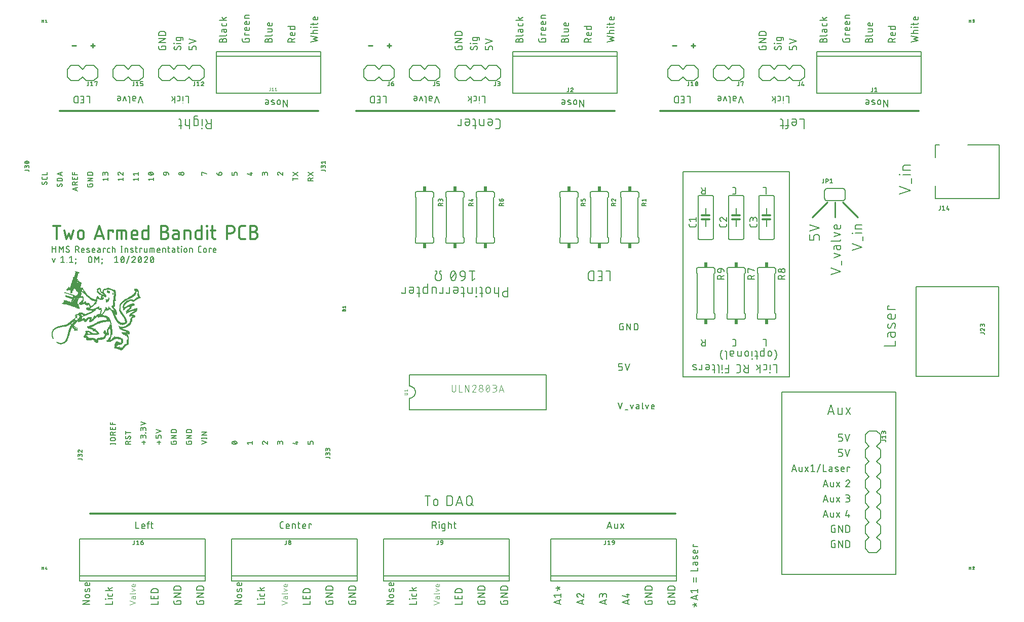
<source format=gto>
G04 EAGLE Gerber RS-274X export*
G75*
%MOIN*%
%FSLAX24Y24*%
%LPD*%
%INTop Silkscreen*%
%IPPOS*%
%AMOC8*
5,1,8,0,0,1.08239X$1,22.5*%
G01*
%ADD10C,0.006000*%
%ADD11C,0.005000*%
%ADD12C,0.012000*%
%ADD13C,0.004000*%
%ADD14C,0.010000*%
%ADD15C,0.007000*%
%ADD16C,0.008000*%
%ADD17R,0.024000X0.034000*%
%ADD18R,0.005000X0.001000*%
%ADD19R,0.008000X0.001000*%
%ADD20R,0.009000X0.001000*%
%ADD21R,0.001000X0.001000*%
%ADD22R,0.011000X0.001000*%
%ADD23R,0.014000X0.001000*%
%ADD24R,0.017000X0.001000*%
%ADD25R,0.020000X0.001000*%
%ADD26R,0.024000X0.001000*%
%ADD27R,0.028000X0.001000*%
%ADD28R,0.032000X0.001000*%
%ADD29R,0.036000X0.001000*%
%ADD30R,0.041000X0.001000*%
%ADD31R,0.047000X0.001000*%
%ADD32R,0.053000X0.001000*%
%ADD33R,0.060000X0.001000*%
%ADD34R,0.062000X0.001000*%
%ADD35R,0.037000X0.001000*%
%ADD36R,0.015000X0.001000*%
%ADD37R,0.012000X0.001000*%
%ADD38R,0.035000X0.001000*%
%ADD39R,0.018000X0.001000*%
%ADD40R,0.016000X0.001000*%
%ADD41R,0.010000X0.001000*%
%ADD42R,0.013000X0.001000*%
%ADD43R,0.002000X0.001000*%
%ADD44R,0.021000X0.001000*%
%ADD45R,0.022000X0.001000*%
%ADD46R,0.026000X0.001000*%
%ADD47R,0.019000X0.001000*%
%ADD48R,0.031000X0.001000*%
%ADD49R,0.040000X0.001000*%
%ADD50R,0.043000X0.001000*%
%ADD51R,0.044000X0.001000*%
%ADD52R,0.046000X0.001000*%
%ADD53R,0.025000X0.001000*%
%ADD54R,0.048000X0.001000*%
%ADD55R,0.049000X0.001000*%
%ADD56R,0.050000X0.001000*%
%ADD57R,0.033000X0.001000*%
%ADD58R,0.027000X0.001000*%
%ADD59R,0.007000X0.001000*%
%ADD60R,0.003000X0.001000*%
%ADD61R,0.034000X0.001000*%
%ADD62R,0.029000X0.001000*%
%ADD63R,0.006000X0.001000*%
%ADD64R,0.061000X0.001000*%
%ADD65R,0.042000X0.001000*%
%ADD66R,0.059000X0.001000*%
%ADD67R,0.045000X0.001000*%
%ADD68R,0.057000X0.001000*%
%ADD69R,0.004000X0.001000*%
%ADD70R,0.055000X0.001000*%
%ADD71R,0.056000X0.001000*%
%ADD72R,0.039000X0.001000*%
%ADD73R,0.051000X0.001000*%
%ADD74R,0.023000X0.001000*%
%ADD75R,0.082000X0.001000*%
%ADD76R,0.085000X0.001000*%
%ADD77R,0.087000X0.001000*%
%ADD78R,0.089000X0.001000*%
%ADD79R,0.058000X0.001000*%
%ADD80R,0.030000X0.001000*%
%ADD81R,0.038000X0.001000*%
%ADD82R,0.075000X0.001000*%
%ADD83R,0.072000X0.001000*%
%ADD84R,0.068000X0.001000*%
%ADD85R,0.065000X0.001000*%
%ADD86R,0.064000X0.001000*%
%ADD87R,0.069000X0.001000*%
%ADD88R,0.067000X0.001000*%
%ADD89R,0.063000X0.001000*%
%ADD90R,0.066000X0.001000*%
%ADD91R,0.071000X0.001000*%
%ADD92R,0.078000X0.001000*%
%ADD93R,0.080000X0.001000*%
%ADD94R,0.083000X0.001000*%
%ADD95R,0.094000X0.001000*%
%ADD96R,0.096000X0.001000*%
%ADD97R,0.099000X0.001000*%
%ADD98R,0.097000X0.001000*%
%ADD99R,0.095000X0.001000*%
%ADD100R,0.093000X0.001000*%
%ADD101R,0.092000X0.001000*%
%ADD102R,0.102000X0.001000*%
%ADD103R,0.106000X0.001000*%
%ADD104R,0.073000X0.001000*%
%ADD105R,0.052000X0.001000*%
%ADD106R,0.054000X0.001000*%
%ADD107R,0.100000X0.001000*%
%ADD108R,0.070000X0.001000*%


D10*
X27208Y7030D02*
X27208Y7670D01*
X27030Y7670D02*
X27386Y7670D01*
X27599Y7314D02*
X27599Y7172D01*
X27599Y7314D02*
X27601Y7336D01*
X27606Y7358D01*
X27614Y7378D01*
X27626Y7397D01*
X27641Y7414D01*
X27658Y7429D01*
X27677Y7441D01*
X27697Y7449D01*
X27719Y7454D01*
X27741Y7456D01*
X27763Y7454D01*
X27785Y7449D01*
X27805Y7441D01*
X27824Y7429D01*
X27841Y7414D01*
X27856Y7397D01*
X27868Y7378D01*
X27876Y7358D01*
X27881Y7336D01*
X27883Y7314D01*
X27883Y7172D01*
X27881Y7150D01*
X27876Y7128D01*
X27868Y7108D01*
X27856Y7089D01*
X27841Y7072D01*
X27824Y7057D01*
X27805Y7045D01*
X27785Y7037D01*
X27763Y7032D01*
X27741Y7030D01*
X27719Y7032D01*
X27697Y7037D01*
X27677Y7045D01*
X27658Y7057D01*
X27641Y7072D01*
X27626Y7089D01*
X27614Y7108D01*
X27606Y7128D01*
X27601Y7150D01*
X27599Y7172D01*
X28486Y7030D02*
X28486Y7670D01*
X28664Y7670D01*
X28689Y7668D01*
X28714Y7663D01*
X28738Y7654D01*
X28760Y7642D01*
X28781Y7627D01*
X28799Y7609D01*
X28814Y7588D01*
X28826Y7566D01*
X28835Y7542D01*
X28840Y7517D01*
X28842Y7492D01*
X28842Y7208D01*
X28840Y7183D01*
X28835Y7158D01*
X28826Y7134D01*
X28814Y7112D01*
X28799Y7091D01*
X28781Y7073D01*
X28760Y7058D01*
X28738Y7046D01*
X28714Y7037D01*
X28689Y7032D01*
X28664Y7030D01*
X28486Y7030D01*
X29087Y7030D02*
X29300Y7670D01*
X29513Y7030D01*
X29460Y7190D02*
X29140Y7190D01*
X29771Y7208D02*
X29771Y7492D01*
X29770Y7492D02*
X29772Y7517D01*
X29777Y7542D01*
X29786Y7566D01*
X29798Y7588D01*
X29813Y7609D01*
X29831Y7627D01*
X29852Y7642D01*
X29874Y7654D01*
X29898Y7663D01*
X29923Y7668D01*
X29948Y7670D01*
X29973Y7668D01*
X29998Y7663D01*
X30022Y7654D01*
X30044Y7642D01*
X30065Y7627D01*
X30083Y7609D01*
X30098Y7588D01*
X30110Y7566D01*
X30119Y7542D01*
X30124Y7517D01*
X30126Y7492D01*
X30126Y7208D01*
X30124Y7183D01*
X30119Y7158D01*
X30110Y7134D01*
X30098Y7112D01*
X30083Y7091D01*
X30065Y7073D01*
X30044Y7058D01*
X30022Y7046D01*
X29998Y7037D01*
X29973Y7032D01*
X29948Y7030D01*
X29923Y7032D01*
X29898Y7037D01*
X29874Y7046D01*
X29852Y7058D01*
X29831Y7073D01*
X29813Y7091D01*
X29798Y7112D01*
X29786Y7134D01*
X29777Y7158D01*
X29772Y7183D01*
X29770Y7208D01*
X30055Y7172D02*
X30197Y7030D01*
D11*
X8025Y5975D02*
X8025Y5525D01*
X8225Y5525D01*
X8469Y5525D02*
X8594Y5525D01*
X8469Y5525D02*
X8454Y5526D01*
X8440Y5531D01*
X8427Y5538D01*
X8416Y5547D01*
X8407Y5558D01*
X8400Y5571D01*
X8395Y5585D01*
X8394Y5600D01*
X8394Y5725D01*
X8396Y5743D01*
X8401Y5761D01*
X8409Y5778D01*
X8420Y5792D01*
X8434Y5805D01*
X8449Y5815D01*
X8467Y5821D01*
X8485Y5825D01*
X8503Y5825D01*
X8521Y5821D01*
X8539Y5815D01*
X8554Y5805D01*
X8568Y5792D01*
X8579Y5778D01*
X8587Y5761D01*
X8592Y5743D01*
X8594Y5725D01*
X8594Y5675D01*
X8394Y5675D01*
X8808Y5525D02*
X8808Y5900D01*
X8809Y5915D01*
X8814Y5929D01*
X8821Y5942D01*
X8830Y5953D01*
X8841Y5962D01*
X8854Y5969D01*
X8868Y5974D01*
X8883Y5975D01*
X8908Y5975D01*
X8908Y5825D02*
X8758Y5825D01*
X9000Y5825D02*
X9150Y5825D01*
X9050Y5975D02*
X9050Y5600D01*
X9051Y5585D01*
X9056Y5571D01*
X9063Y5558D01*
X9072Y5547D01*
X9083Y5538D01*
X9096Y5531D01*
X9110Y5526D01*
X9125Y5525D01*
X9150Y5525D01*
X17625Y5525D02*
X17725Y5525D01*
X17625Y5525D02*
X17608Y5527D01*
X17591Y5531D01*
X17575Y5538D01*
X17561Y5548D01*
X17548Y5561D01*
X17538Y5575D01*
X17531Y5591D01*
X17527Y5608D01*
X17525Y5625D01*
X17525Y5875D01*
X17527Y5892D01*
X17531Y5909D01*
X17538Y5925D01*
X17548Y5939D01*
X17561Y5952D01*
X17575Y5962D01*
X17591Y5969D01*
X17608Y5973D01*
X17625Y5975D01*
X17725Y5975D01*
X17971Y5525D02*
X18096Y5525D01*
X17971Y5525D02*
X17956Y5526D01*
X17942Y5531D01*
X17929Y5538D01*
X17918Y5547D01*
X17909Y5558D01*
X17902Y5571D01*
X17897Y5585D01*
X17896Y5600D01*
X17896Y5725D01*
X17898Y5743D01*
X17903Y5761D01*
X17911Y5778D01*
X17922Y5792D01*
X17936Y5805D01*
X17951Y5815D01*
X17969Y5821D01*
X17987Y5825D01*
X18005Y5825D01*
X18023Y5821D01*
X18041Y5815D01*
X18056Y5805D01*
X18070Y5792D01*
X18081Y5778D01*
X18089Y5761D01*
X18094Y5743D01*
X18096Y5725D01*
X18096Y5675D01*
X17896Y5675D01*
X18301Y5525D02*
X18301Y5825D01*
X18426Y5825D01*
X18441Y5824D01*
X18455Y5819D01*
X18468Y5812D01*
X18479Y5803D01*
X18488Y5792D01*
X18495Y5779D01*
X18500Y5765D01*
X18501Y5750D01*
X18501Y5525D01*
X18667Y5825D02*
X18817Y5825D01*
X18717Y5975D02*
X18717Y5600D01*
X18718Y5585D01*
X18723Y5571D01*
X18730Y5558D01*
X18739Y5547D01*
X18750Y5538D01*
X18763Y5531D01*
X18777Y5526D01*
X18792Y5525D01*
X18817Y5525D01*
X19066Y5525D02*
X19191Y5525D01*
X19066Y5525D02*
X19051Y5526D01*
X19037Y5531D01*
X19024Y5538D01*
X19013Y5547D01*
X19004Y5558D01*
X18997Y5571D01*
X18992Y5585D01*
X18991Y5600D01*
X18991Y5725D01*
X18993Y5743D01*
X18998Y5761D01*
X19006Y5778D01*
X19017Y5792D01*
X19031Y5805D01*
X19046Y5815D01*
X19064Y5821D01*
X19082Y5825D01*
X19100Y5825D01*
X19118Y5821D01*
X19136Y5815D01*
X19151Y5805D01*
X19165Y5792D01*
X19176Y5778D01*
X19184Y5761D01*
X19189Y5743D01*
X19191Y5725D01*
X19191Y5675D01*
X18991Y5675D01*
X19399Y5525D02*
X19399Y5825D01*
X19549Y5825D01*
X19549Y5775D01*
X27525Y5975D02*
X27525Y5525D01*
X27525Y5975D02*
X27650Y5975D01*
X27671Y5973D01*
X27691Y5968D01*
X27709Y5960D01*
X27727Y5949D01*
X27742Y5935D01*
X27755Y5918D01*
X27764Y5900D01*
X27771Y5881D01*
X27775Y5860D01*
X27775Y5840D01*
X27771Y5819D01*
X27764Y5800D01*
X27755Y5782D01*
X27742Y5765D01*
X27727Y5751D01*
X27709Y5740D01*
X27691Y5732D01*
X27671Y5727D01*
X27650Y5725D01*
X27525Y5725D01*
X27675Y5725D02*
X27775Y5525D01*
X27962Y5525D02*
X27962Y5825D01*
X27949Y5950D02*
X27949Y5975D01*
X27974Y5975D01*
X27974Y5950D01*
X27949Y5950D01*
X28219Y5525D02*
X28344Y5525D01*
X28219Y5525D02*
X28204Y5526D01*
X28190Y5531D01*
X28177Y5538D01*
X28166Y5547D01*
X28157Y5558D01*
X28150Y5571D01*
X28145Y5585D01*
X28144Y5600D01*
X28144Y5750D01*
X28145Y5765D01*
X28150Y5779D01*
X28157Y5792D01*
X28166Y5803D01*
X28177Y5812D01*
X28190Y5819D01*
X28204Y5824D01*
X28219Y5825D01*
X28344Y5825D01*
X28344Y5450D01*
X28343Y5435D01*
X28338Y5421D01*
X28331Y5408D01*
X28322Y5397D01*
X28311Y5388D01*
X28298Y5381D01*
X28284Y5376D01*
X28269Y5375D01*
X28169Y5375D01*
X28567Y5525D02*
X28567Y5975D01*
X28567Y5825D02*
X28692Y5825D01*
X28707Y5824D01*
X28721Y5819D01*
X28734Y5812D01*
X28745Y5803D01*
X28754Y5792D01*
X28761Y5779D01*
X28766Y5765D01*
X28767Y5750D01*
X28767Y5525D01*
X28933Y5825D02*
X29083Y5825D01*
X28983Y5975D02*
X28983Y5600D01*
X28984Y5585D01*
X28989Y5571D01*
X28996Y5558D01*
X29005Y5547D01*
X29016Y5538D01*
X29029Y5531D01*
X29043Y5526D01*
X29058Y5525D01*
X29083Y5525D01*
D12*
X43500Y6500D02*
X5000Y6500D01*
D11*
X39025Y5525D02*
X39175Y5975D01*
X39325Y5525D01*
X39288Y5638D02*
X39063Y5638D01*
X39510Y5600D02*
X39510Y5825D01*
X39510Y5600D02*
X39511Y5585D01*
X39516Y5571D01*
X39523Y5558D01*
X39532Y5547D01*
X39543Y5538D01*
X39556Y5531D01*
X39570Y5526D01*
X39585Y5525D01*
X39710Y5525D01*
X39710Y5825D01*
X39900Y5525D02*
X40100Y5825D01*
X39900Y5825D02*
X40100Y5525D01*
D10*
X53530Y13030D02*
X53743Y13670D01*
X53957Y13030D01*
X53903Y13190D02*
X53583Y13190D01*
X54196Y13137D02*
X54196Y13457D01*
X54196Y13137D02*
X54198Y13118D01*
X54202Y13100D01*
X54210Y13084D01*
X54221Y13068D01*
X54234Y13055D01*
X54250Y13044D01*
X54266Y13036D01*
X54284Y13032D01*
X54303Y13030D01*
X54480Y13030D01*
X54480Y13457D01*
X54729Y13030D02*
X55014Y13457D01*
X54729Y13457D02*
X55014Y13030D01*
X12970Y31830D02*
X12970Y32470D01*
X12970Y31830D02*
X12792Y31830D01*
X12767Y31832D01*
X12742Y31837D01*
X12718Y31846D01*
X12696Y31858D01*
X12675Y31873D01*
X12657Y31891D01*
X12642Y31912D01*
X12630Y31934D01*
X12621Y31958D01*
X12616Y31983D01*
X12614Y32008D01*
X12616Y32033D01*
X12621Y32058D01*
X12630Y32082D01*
X12642Y32104D01*
X12657Y32125D01*
X12675Y32143D01*
X12696Y32158D01*
X12718Y32170D01*
X12742Y32179D01*
X12767Y32184D01*
X12792Y32186D01*
X12970Y32186D01*
X12757Y32186D02*
X12614Y32470D01*
X12365Y32470D02*
X12365Y32043D01*
X12383Y31866D02*
X12383Y31830D01*
X12347Y31830D01*
X12347Y31866D01*
X12383Y31866D01*
X12014Y32470D02*
X11836Y32470D01*
X12014Y32470D02*
X12033Y32468D01*
X12051Y32464D01*
X12068Y32456D01*
X12083Y32445D01*
X12096Y32432D01*
X12107Y32417D01*
X12115Y32400D01*
X12119Y32382D01*
X12121Y32363D01*
X12120Y32363D02*
X12120Y32150D01*
X12121Y32150D02*
X12119Y32131D01*
X12115Y32113D01*
X12107Y32097D01*
X12096Y32081D01*
X12083Y32068D01*
X12068Y32057D01*
X12051Y32049D01*
X12033Y32045D01*
X12014Y32043D01*
X11836Y32043D01*
X11836Y32577D01*
X11838Y32596D01*
X11842Y32614D01*
X11850Y32631D01*
X11861Y32646D01*
X11874Y32659D01*
X11890Y32670D01*
X11906Y32678D01*
X11924Y32682D01*
X11943Y32684D01*
X11943Y32683D02*
X12085Y32683D01*
X11543Y32470D02*
X11543Y31830D01*
X11543Y32043D02*
X11365Y32043D01*
X11346Y32045D01*
X11328Y32049D01*
X11312Y32057D01*
X11296Y32068D01*
X11283Y32081D01*
X11272Y32096D01*
X11264Y32113D01*
X11260Y32131D01*
X11258Y32150D01*
X11259Y32150D02*
X11259Y32470D01*
X11040Y32043D02*
X10827Y32043D01*
X10969Y31830D02*
X10969Y32363D01*
X10970Y32363D02*
X10968Y32382D01*
X10964Y32400D01*
X10956Y32417D01*
X10945Y32432D01*
X10932Y32445D01*
X10917Y32456D01*
X10900Y32464D01*
X10882Y32468D01*
X10863Y32470D01*
X10827Y32470D01*
X31686Y32470D02*
X31828Y32470D01*
X31850Y32468D01*
X31872Y32463D01*
X31892Y32455D01*
X31911Y32443D01*
X31928Y32428D01*
X31943Y32411D01*
X31955Y32392D01*
X31963Y32372D01*
X31968Y32350D01*
X31970Y32328D01*
X31970Y31972D01*
X31968Y31950D01*
X31963Y31928D01*
X31955Y31908D01*
X31943Y31889D01*
X31928Y31872D01*
X31911Y31857D01*
X31892Y31845D01*
X31872Y31837D01*
X31850Y31832D01*
X31828Y31830D01*
X31686Y31830D01*
X31354Y32470D02*
X31177Y32470D01*
X31354Y32470D02*
X31373Y32468D01*
X31391Y32464D01*
X31408Y32456D01*
X31423Y32445D01*
X31436Y32432D01*
X31447Y32417D01*
X31455Y32400D01*
X31459Y32382D01*
X31461Y32363D01*
X31461Y32186D01*
X31459Y32164D01*
X31454Y32142D01*
X31446Y32122D01*
X31434Y32103D01*
X31419Y32086D01*
X31402Y32071D01*
X31383Y32059D01*
X31363Y32051D01*
X31341Y32046D01*
X31319Y32044D01*
X31297Y32046D01*
X31275Y32051D01*
X31255Y32059D01*
X31236Y32071D01*
X31219Y32086D01*
X31204Y32103D01*
X31192Y32122D01*
X31184Y32142D01*
X31179Y32164D01*
X31177Y32186D01*
X31177Y32257D01*
X31461Y32257D01*
X30907Y32470D02*
X30907Y32043D01*
X30729Y32043D01*
X30710Y32045D01*
X30692Y32049D01*
X30676Y32057D01*
X30660Y32068D01*
X30647Y32081D01*
X30636Y32096D01*
X30628Y32113D01*
X30624Y32131D01*
X30622Y32150D01*
X30623Y32150D02*
X30623Y32470D01*
X30404Y32043D02*
X30191Y32043D01*
X30333Y31830D02*
X30333Y32363D01*
X30334Y32363D02*
X30332Y32382D01*
X30328Y32400D01*
X30320Y32417D01*
X30309Y32432D01*
X30296Y32445D01*
X30281Y32456D01*
X30264Y32464D01*
X30246Y32468D01*
X30227Y32470D01*
X30191Y32470D01*
X29857Y32470D02*
X29679Y32470D01*
X29857Y32470D02*
X29876Y32468D01*
X29894Y32464D01*
X29911Y32456D01*
X29926Y32445D01*
X29939Y32432D01*
X29950Y32417D01*
X29958Y32400D01*
X29962Y32382D01*
X29964Y32363D01*
X29964Y32186D01*
X29963Y32186D02*
X29961Y32164D01*
X29956Y32142D01*
X29948Y32122D01*
X29936Y32103D01*
X29921Y32086D01*
X29904Y32071D01*
X29885Y32059D01*
X29865Y32051D01*
X29843Y32046D01*
X29821Y32044D01*
X29799Y32046D01*
X29777Y32051D01*
X29757Y32059D01*
X29738Y32071D01*
X29721Y32086D01*
X29706Y32103D01*
X29694Y32122D01*
X29686Y32142D01*
X29681Y32164D01*
X29679Y32186D01*
X29679Y32257D01*
X29964Y32257D01*
X29406Y32470D02*
X29406Y32043D01*
X29193Y32043D01*
X29193Y32114D01*
X51970Y31830D02*
X51970Y32470D01*
X51686Y32470D01*
X51357Y32470D02*
X51179Y32470D01*
X51357Y32470D02*
X51376Y32468D01*
X51394Y32464D01*
X51411Y32456D01*
X51426Y32445D01*
X51439Y32432D01*
X51450Y32417D01*
X51458Y32400D01*
X51462Y32382D01*
X51464Y32363D01*
X51464Y32186D01*
X51462Y32164D01*
X51457Y32142D01*
X51449Y32122D01*
X51437Y32103D01*
X51422Y32086D01*
X51405Y32071D01*
X51386Y32059D01*
X51366Y32051D01*
X51344Y32046D01*
X51322Y32044D01*
X51300Y32046D01*
X51278Y32051D01*
X51258Y32059D01*
X51239Y32071D01*
X51222Y32086D01*
X51207Y32103D01*
X51195Y32122D01*
X51187Y32142D01*
X51182Y32164D01*
X51180Y32186D01*
X51179Y32186D02*
X51179Y32257D01*
X51464Y32257D01*
X50896Y32470D02*
X50896Y31937D01*
X50894Y31918D01*
X50890Y31900D01*
X50882Y31884D01*
X50871Y31868D01*
X50858Y31855D01*
X50843Y31844D01*
X50826Y31836D01*
X50808Y31832D01*
X50789Y31830D01*
X50753Y31830D01*
X50753Y32043D02*
X50967Y32043D01*
X50633Y32043D02*
X50419Y32043D01*
X50562Y31830D02*
X50562Y32363D01*
X50560Y32382D01*
X50556Y32400D01*
X50548Y32417D01*
X50537Y32432D01*
X50524Y32445D01*
X50509Y32456D01*
X50492Y32464D01*
X50474Y32468D01*
X50455Y32470D01*
X50419Y32470D01*
D11*
X4975Y525D02*
X4525Y525D01*
X4975Y775D01*
X4525Y775D01*
X4775Y985D02*
X4875Y985D01*
X4775Y985D02*
X4757Y987D01*
X4739Y992D01*
X4722Y1000D01*
X4708Y1011D01*
X4695Y1025D01*
X4685Y1040D01*
X4679Y1058D01*
X4675Y1076D01*
X4675Y1094D01*
X4679Y1112D01*
X4685Y1130D01*
X4695Y1145D01*
X4708Y1159D01*
X4722Y1170D01*
X4739Y1178D01*
X4757Y1183D01*
X4775Y1185D01*
X4875Y1185D01*
X4893Y1183D01*
X4911Y1178D01*
X4928Y1170D01*
X4942Y1159D01*
X4955Y1145D01*
X4965Y1130D01*
X4971Y1112D01*
X4975Y1094D01*
X4975Y1076D01*
X4971Y1058D01*
X4965Y1040D01*
X4955Y1025D01*
X4942Y1011D01*
X4928Y1000D01*
X4911Y992D01*
X4893Y987D01*
X4875Y985D01*
X4800Y1413D02*
X4850Y1538D01*
X4800Y1413D02*
X4793Y1400D01*
X4783Y1388D01*
X4771Y1380D01*
X4757Y1374D01*
X4742Y1372D01*
X4727Y1373D01*
X4713Y1378D01*
X4700Y1386D01*
X4689Y1396D01*
X4681Y1409D01*
X4677Y1423D01*
X4675Y1438D01*
X4675Y1437D02*
X4677Y1466D01*
X4682Y1495D01*
X4689Y1523D01*
X4700Y1550D01*
X4850Y1537D02*
X4857Y1550D01*
X4867Y1562D01*
X4879Y1570D01*
X4893Y1576D01*
X4908Y1578D01*
X4923Y1577D01*
X4937Y1572D01*
X4950Y1564D01*
X4961Y1554D01*
X4969Y1541D01*
X4973Y1527D01*
X4975Y1512D01*
X4975Y1513D02*
X4973Y1478D01*
X4968Y1443D01*
X4960Y1409D01*
X4950Y1375D01*
X4975Y1840D02*
X4975Y1965D01*
X4975Y1840D02*
X4974Y1825D01*
X4969Y1811D01*
X4962Y1798D01*
X4953Y1787D01*
X4942Y1778D01*
X4929Y1771D01*
X4915Y1766D01*
X4900Y1765D01*
X4775Y1765D01*
X4757Y1767D01*
X4739Y1772D01*
X4722Y1780D01*
X4708Y1791D01*
X4695Y1805D01*
X4685Y1820D01*
X4679Y1838D01*
X4675Y1856D01*
X4675Y1874D01*
X4679Y1892D01*
X4685Y1910D01*
X4695Y1925D01*
X4708Y1939D01*
X4722Y1950D01*
X4739Y1958D01*
X4757Y1963D01*
X4775Y1965D01*
X4825Y1965D01*
X4825Y1765D01*
X14525Y525D02*
X14975Y525D01*
X14975Y775D02*
X14525Y525D01*
X14525Y775D02*
X14975Y775D01*
X14875Y985D02*
X14775Y985D01*
X14757Y987D01*
X14739Y992D01*
X14722Y1000D01*
X14708Y1011D01*
X14695Y1025D01*
X14685Y1040D01*
X14679Y1058D01*
X14675Y1076D01*
X14675Y1094D01*
X14679Y1112D01*
X14685Y1130D01*
X14695Y1145D01*
X14708Y1159D01*
X14722Y1170D01*
X14739Y1178D01*
X14757Y1183D01*
X14775Y1185D01*
X14875Y1185D01*
X14893Y1183D01*
X14911Y1178D01*
X14928Y1170D01*
X14942Y1159D01*
X14955Y1145D01*
X14965Y1130D01*
X14971Y1112D01*
X14975Y1094D01*
X14975Y1076D01*
X14971Y1058D01*
X14965Y1040D01*
X14955Y1025D01*
X14942Y1011D01*
X14928Y1000D01*
X14911Y992D01*
X14893Y987D01*
X14875Y985D01*
X14800Y1413D02*
X14850Y1538D01*
X14800Y1413D02*
X14793Y1400D01*
X14783Y1388D01*
X14771Y1380D01*
X14757Y1374D01*
X14742Y1372D01*
X14727Y1373D01*
X14713Y1378D01*
X14700Y1386D01*
X14689Y1396D01*
X14681Y1409D01*
X14677Y1423D01*
X14675Y1438D01*
X14675Y1437D02*
X14677Y1466D01*
X14682Y1495D01*
X14689Y1523D01*
X14700Y1550D01*
X14850Y1537D02*
X14857Y1550D01*
X14867Y1562D01*
X14879Y1570D01*
X14893Y1576D01*
X14908Y1578D01*
X14923Y1577D01*
X14937Y1572D01*
X14950Y1564D01*
X14961Y1554D01*
X14969Y1541D01*
X14973Y1527D01*
X14975Y1512D01*
X14975Y1513D02*
X14973Y1478D01*
X14968Y1443D01*
X14960Y1409D01*
X14950Y1375D01*
X14975Y1840D02*
X14975Y1965D01*
X14975Y1840D02*
X14974Y1825D01*
X14969Y1811D01*
X14962Y1798D01*
X14953Y1787D01*
X14942Y1778D01*
X14929Y1771D01*
X14915Y1766D01*
X14900Y1765D01*
X14775Y1765D01*
X14757Y1767D01*
X14739Y1772D01*
X14722Y1780D01*
X14708Y1791D01*
X14695Y1805D01*
X14685Y1820D01*
X14679Y1838D01*
X14675Y1856D01*
X14675Y1874D01*
X14679Y1892D01*
X14685Y1910D01*
X14695Y1925D01*
X14708Y1939D01*
X14722Y1950D01*
X14739Y1958D01*
X14757Y1963D01*
X14775Y1965D01*
X14825Y1965D01*
X14825Y1765D01*
X24525Y525D02*
X24975Y525D01*
X24975Y775D02*
X24525Y525D01*
X24525Y775D02*
X24975Y775D01*
X24875Y985D02*
X24775Y985D01*
X24757Y987D01*
X24739Y992D01*
X24722Y1000D01*
X24708Y1011D01*
X24695Y1025D01*
X24685Y1040D01*
X24679Y1058D01*
X24675Y1076D01*
X24675Y1094D01*
X24679Y1112D01*
X24685Y1130D01*
X24695Y1145D01*
X24708Y1159D01*
X24722Y1170D01*
X24739Y1178D01*
X24757Y1183D01*
X24775Y1185D01*
X24875Y1185D01*
X24893Y1183D01*
X24911Y1178D01*
X24928Y1170D01*
X24942Y1159D01*
X24955Y1145D01*
X24965Y1130D01*
X24971Y1112D01*
X24975Y1094D01*
X24975Y1076D01*
X24971Y1058D01*
X24965Y1040D01*
X24955Y1025D01*
X24942Y1011D01*
X24928Y1000D01*
X24911Y992D01*
X24893Y987D01*
X24875Y985D01*
X24800Y1413D02*
X24850Y1538D01*
X24800Y1413D02*
X24793Y1400D01*
X24783Y1388D01*
X24771Y1380D01*
X24757Y1374D01*
X24742Y1372D01*
X24727Y1373D01*
X24713Y1378D01*
X24700Y1386D01*
X24689Y1396D01*
X24681Y1409D01*
X24677Y1423D01*
X24675Y1438D01*
X24675Y1437D02*
X24677Y1466D01*
X24682Y1495D01*
X24689Y1523D01*
X24700Y1550D01*
X24850Y1537D02*
X24857Y1550D01*
X24867Y1562D01*
X24879Y1570D01*
X24893Y1576D01*
X24908Y1578D01*
X24923Y1577D01*
X24937Y1572D01*
X24950Y1564D01*
X24961Y1554D01*
X24969Y1541D01*
X24973Y1527D01*
X24975Y1512D01*
X24975Y1513D02*
X24973Y1478D01*
X24968Y1443D01*
X24960Y1409D01*
X24950Y1375D01*
X24975Y1840D02*
X24975Y1965D01*
X24975Y1840D02*
X24974Y1825D01*
X24969Y1811D01*
X24962Y1798D01*
X24953Y1787D01*
X24942Y1778D01*
X24929Y1771D01*
X24915Y1766D01*
X24900Y1765D01*
X24775Y1765D01*
X24757Y1767D01*
X24739Y1772D01*
X24722Y1780D01*
X24708Y1791D01*
X24695Y1805D01*
X24685Y1820D01*
X24679Y1838D01*
X24675Y1856D01*
X24675Y1874D01*
X24679Y1892D01*
X24685Y1910D01*
X24695Y1925D01*
X24708Y1939D01*
X24722Y1950D01*
X24739Y1958D01*
X24757Y1963D01*
X24775Y1965D01*
X24825Y1965D01*
X24825Y1765D01*
X6475Y525D02*
X6025Y525D01*
X6475Y525D02*
X6475Y725D01*
X6475Y889D02*
X6175Y889D01*
X6050Y876D02*
X6025Y876D01*
X6025Y901D01*
X6050Y901D01*
X6050Y876D01*
X6475Y1150D02*
X6475Y1250D01*
X6475Y1150D02*
X6474Y1135D01*
X6469Y1121D01*
X6462Y1108D01*
X6453Y1097D01*
X6442Y1088D01*
X6429Y1081D01*
X6415Y1076D01*
X6400Y1075D01*
X6250Y1075D01*
X6235Y1076D01*
X6221Y1081D01*
X6208Y1088D01*
X6197Y1097D01*
X6188Y1108D01*
X6181Y1121D01*
X6176Y1135D01*
X6175Y1150D01*
X6175Y1250D01*
X6025Y1440D02*
X6475Y1440D01*
X6325Y1440D02*
X6175Y1640D01*
X6263Y1527D02*
X6475Y1640D01*
X16025Y525D02*
X16475Y525D01*
X16475Y725D01*
X16475Y889D02*
X16175Y889D01*
X16050Y876D02*
X16025Y876D01*
X16025Y901D01*
X16050Y901D01*
X16050Y876D01*
X16475Y1150D02*
X16475Y1250D01*
X16475Y1150D02*
X16474Y1135D01*
X16469Y1121D01*
X16462Y1108D01*
X16453Y1097D01*
X16442Y1088D01*
X16429Y1081D01*
X16415Y1076D01*
X16400Y1075D01*
X16250Y1075D01*
X16235Y1076D01*
X16221Y1081D01*
X16208Y1088D01*
X16197Y1097D01*
X16188Y1108D01*
X16181Y1121D01*
X16176Y1135D01*
X16175Y1150D01*
X16175Y1250D01*
X16025Y1440D02*
X16475Y1440D01*
X16325Y1440D02*
X16175Y1640D01*
X16263Y1527D02*
X16475Y1640D01*
X26025Y525D02*
X26475Y525D01*
X26475Y725D01*
X26475Y889D02*
X26175Y889D01*
X26050Y876D02*
X26025Y876D01*
X26025Y901D01*
X26050Y901D01*
X26050Y876D01*
X26475Y1150D02*
X26475Y1250D01*
X26475Y1150D02*
X26474Y1135D01*
X26469Y1121D01*
X26462Y1108D01*
X26453Y1097D01*
X26442Y1088D01*
X26429Y1081D01*
X26415Y1076D01*
X26400Y1075D01*
X26250Y1075D01*
X26235Y1076D01*
X26221Y1081D01*
X26208Y1088D01*
X26197Y1097D01*
X26188Y1108D01*
X26181Y1121D01*
X26176Y1135D01*
X26175Y1150D01*
X26175Y1250D01*
X26025Y1440D02*
X26475Y1440D01*
X26325Y1440D02*
X26175Y1640D01*
X26263Y1527D02*
X26475Y1640D01*
D13*
X7980Y640D02*
X7620Y520D01*
X7620Y760D02*
X7980Y640D01*
X7840Y964D02*
X7840Y1054D01*
X7840Y964D02*
X7842Y948D01*
X7847Y934D01*
X7855Y920D01*
X7866Y909D01*
X7880Y901D01*
X7894Y896D01*
X7910Y894D01*
X7926Y896D01*
X7940Y901D01*
X7954Y909D01*
X7965Y920D01*
X7973Y934D01*
X7978Y948D01*
X7980Y964D01*
X7980Y1054D01*
X7800Y1054D01*
X7787Y1052D01*
X7774Y1048D01*
X7763Y1041D01*
X7753Y1031D01*
X7746Y1020D01*
X7742Y1007D01*
X7740Y994D01*
X7740Y914D01*
X7620Y1224D02*
X7920Y1224D01*
X7933Y1226D01*
X7946Y1230D01*
X7957Y1237D01*
X7967Y1247D01*
X7974Y1258D01*
X7978Y1271D01*
X7980Y1284D01*
X7980Y1480D02*
X7740Y1400D01*
X7740Y1560D02*
X7980Y1480D01*
X7980Y1760D02*
X7980Y1860D01*
X7980Y1760D02*
X7978Y1747D01*
X7974Y1734D01*
X7967Y1723D01*
X7957Y1713D01*
X7946Y1706D01*
X7933Y1702D01*
X7920Y1700D01*
X7820Y1700D01*
X7803Y1702D01*
X7787Y1707D01*
X7773Y1715D01*
X7761Y1726D01*
X7751Y1740D01*
X7744Y1755D01*
X7740Y1772D01*
X7740Y1788D01*
X7744Y1805D01*
X7751Y1820D01*
X7761Y1834D01*
X7773Y1845D01*
X7787Y1853D01*
X7803Y1858D01*
X7820Y1860D01*
X7860Y1860D01*
X7860Y1700D01*
X17620Y520D02*
X17980Y640D01*
X17620Y760D01*
X17840Y964D02*
X17840Y1054D01*
X17840Y964D02*
X17842Y948D01*
X17847Y934D01*
X17855Y920D01*
X17866Y909D01*
X17880Y901D01*
X17894Y896D01*
X17910Y894D01*
X17926Y896D01*
X17940Y901D01*
X17954Y909D01*
X17965Y920D01*
X17973Y934D01*
X17978Y948D01*
X17980Y964D01*
X17980Y1054D01*
X17800Y1054D01*
X17787Y1052D01*
X17774Y1048D01*
X17763Y1041D01*
X17753Y1031D01*
X17746Y1020D01*
X17742Y1007D01*
X17740Y994D01*
X17740Y914D01*
X17620Y1224D02*
X17920Y1224D01*
X17933Y1226D01*
X17946Y1230D01*
X17957Y1237D01*
X17967Y1247D01*
X17974Y1258D01*
X17978Y1271D01*
X17980Y1284D01*
X17980Y1480D02*
X17740Y1400D01*
X17740Y1560D02*
X17980Y1480D01*
X17980Y1760D02*
X17980Y1860D01*
X17980Y1760D02*
X17978Y1747D01*
X17974Y1734D01*
X17967Y1723D01*
X17957Y1713D01*
X17946Y1706D01*
X17933Y1702D01*
X17920Y1700D01*
X17820Y1700D01*
X17803Y1702D01*
X17787Y1707D01*
X17773Y1715D01*
X17761Y1726D01*
X17751Y1740D01*
X17744Y1755D01*
X17740Y1772D01*
X17740Y1788D01*
X17744Y1805D01*
X17751Y1820D01*
X17761Y1834D01*
X17773Y1845D01*
X17787Y1853D01*
X17803Y1858D01*
X17820Y1860D01*
X17860Y1860D01*
X17860Y1700D01*
X27620Y520D02*
X27980Y640D01*
X27620Y760D01*
X27840Y964D02*
X27840Y1054D01*
X27840Y964D02*
X27842Y948D01*
X27847Y934D01*
X27855Y920D01*
X27866Y909D01*
X27880Y901D01*
X27894Y896D01*
X27910Y894D01*
X27926Y896D01*
X27940Y901D01*
X27954Y909D01*
X27965Y920D01*
X27973Y934D01*
X27978Y948D01*
X27980Y964D01*
X27980Y1054D01*
X27800Y1054D01*
X27787Y1052D01*
X27774Y1048D01*
X27763Y1041D01*
X27753Y1031D01*
X27746Y1020D01*
X27742Y1007D01*
X27740Y994D01*
X27740Y914D01*
X27620Y1224D02*
X27920Y1224D01*
X27933Y1226D01*
X27946Y1230D01*
X27957Y1237D01*
X27967Y1247D01*
X27974Y1258D01*
X27978Y1271D01*
X27980Y1284D01*
X27980Y1480D02*
X27740Y1400D01*
X27740Y1560D02*
X27980Y1480D01*
X27980Y1760D02*
X27980Y1860D01*
X27980Y1760D02*
X27978Y1747D01*
X27974Y1734D01*
X27967Y1723D01*
X27957Y1713D01*
X27946Y1706D01*
X27933Y1702D01*
X27920Y1700D01*
X27820Y1700D01*
X27803Y1702D01*
X27787Y1707D01*
X27773Y1715D01*
X27761Y1726D01*
X27751Y1740D01*
X27744Y1755D01*
X27740Y1772D01*
X27740Y1788D01*
X27744Y1805D01*
X27751Y1820D01*
X27761Y1834D01*
X27773Y1845D01*
X27787Y1853D01*
X27803Y1858D01*
X27820Y1860D01*
X27860Y1860D01*
X27860Y1700D01*
D11*
X9475Y525D02*
X9025Y525D01*
X9475Y525D02*
X9475Y725D01*
X9475Y915D02*
X9475Y1115D01*
X9475Y915D02*
X9025Y915D01*
X9025Y1115D01*
X9225Y1065D02*
X9225Y915D01*
X9025Y1304D02*
X9475Y1304D01*
X9025Y1304D02*
X9025Y1429D01*
X9027Y1449D01*
X9031Y1468D01*
X9039Y1486D01*
X9049Y1502D01*
X9062Y1517D01*
X9077Y1530D01*
X9093Y1540D01*
X9111Y1548D01*
X9130Y1552D01*
X9150Y1554D01*
X9350Y1554D01*
X9370Y1552D01*
X9389Y1548D01*
X9407Y1540D01*
X9423Y1530D01*
X9438Y1517D01*
X9451Y1502D01*
X9461Y1486D01*
X9469Y1468D01*
X9473Y1449D01*
X9475Y1429D01*
X9475Y1304D01*
X19025Y525D02*
X19475Y525D01*
X19475Y725D01*
X19475Y915D02*
X19475Y1115D01*
X19475Y915D02*
X19025Y915D01*
X19025Y1115D01*
X19225Y1065D02*
X19225Y915D01*
X19025Y1304D02*
X19475Y1304D01*
X19025Y1304D02*
X19025Y1429D01*
X19027Y1449D01*
X19031Y1468D01*
X19039Y1486D01*
X19049Y1502D01*
X19062Y1517D01*
X19077Y1530D01*
X19093Y1540D01*
X19111Y1548D01*
X19130Y1552D01*
X19150Y1554D01*
X19350Y1554D01*
X19370Y1552D01*
X19389Y1548D01*
X19407Y1540D01*
X19423Y1530D01*
X19438Y1517D01*
X19451Y1502D01*
X19461Y1486D01*
X19469Y1468D01*
X19473Y1449D01*
X19475Y1429D01*
X19475Y1304D01*
X29025Y525D02*
X29475Y525D01*
X29475Y725D01*
X29475Y915D02*
X29475Y1115D01*
X29475Y915D02*
X29025Y915D01*
X29025Y1115D01*
X29225Y1065D02*
X29225Y915D01*
X29025Y1304D02*
X29475Y1304D01*
X29025Y1304D02*
X29025Y1429D01*
X29027Y1449D01*
X29031Y1468D01*
X29039Y1486D01*
X29049Y1502D01*
X29062Y1517D01*
X29077Y1530D01*
X29093Y1540D01*
X29111Y1548D01*
X29130Y1552D01*
X29150Y1554D01*
X29350Y1554D01*
X29370Y1552D01*
X29389Y1548D01*
X29407Y1540D01*
X29423Y1530D01*
X29438Y1517D01*
X29451Y1502D01*
X29461Y1486D01*
X29469Y1468D01*
X29473Y1449D01*
X29475Y1429D01*
X29475Y1304D01*
X10725Y775D02*
X10725Y700D01*
X10725Y775D02*
X10975Y775D01*
X10975Y625D01*
X10973Y608D01*
X10969Y591D01*
X10962Y575D01*
X10952Y561D01*
X10939Y548D01*
X10925Y538D01*
X10909Y531D01*
X10892Y527D01*
X10875Y525D01*
X10625Y525D01*
X10608Y527D01*
X10591Y531D01*
X10575Y538D01*
X10561Y548D01*
X10548Y561D01*
X10538Y575D01*
X10531Y591D01*
X10527Y608D01*
X10525Y625D01*
X10525Y775D01*
X10525Y1005D02*
X10975Y1005D01*
X10975Y1255D02*
X10525Y1005D01*
X10525Y1255D02*
X10975Y1255D01*
X10975Y1485D02*
X10525Y1485D01*
X10525Y1610D01*
X10527Y1630D01*
X10531Y1649D01*
X10539Y1667D01*
X10549Y1683D01*
X10562Y1698D01*
X10577Y1711D01*
X10593Y1721D01*
X10611Y1729D01*
X10630Y1733D01*
X10650Y1735D01*
X10850Y1735D01*
X10870Y1733D01*
X10889Y1729D01*
X10907Y1721D01*
X10923Y1711D01*
X10938Y1698D01*
X10951Y1683D01*
X10961Y1667D01*
X10969Y1649D01*
X10973Y1630D01*
X10975Y1610D01*
X10975Y1485D01*
X12225Y775D02*
X12225Y700D01*
X12225Y775D02*
X12475Y775D01*
X12475Y625D01*
X12473Y608D01*
X12469Y591D01*
X12462Y575D01*
X12452Y561D01*
X12439Y548D01*
X12425Y538D01*
X12409Y531D01*
X12392Y527D01*
X12375Y525D01*
X12125Y525D01*
X12108Y527D01*
X12091Y531D01*
X12075Y538D01*
X12061Y548D01*
X12048Y561D01*
X12038Y575D01*
X12031Y591D01*
X12027Y608D01*
X12025Y625D01*
X12025Y775D01*
X12025Y1005D02*
X12475Y1005D01*
X12475Y1255D02*
X12025Y1005D01*
X12025Y1255D02*
X12475Y1255D01*
X12475Y1485D02*
X12025Y1485D01*
X12025Y1610D01*
X12027Y1630D01*
X12031Y1649D01*
X12039Y1667D01*
X12049Y1683D01*
X12062Y1698D01*
X12077Y1711D01*
X12093Y1721D01*
X12111Y1729D01*
X12130Y1733D01*
X12150Y1735D01*
X12350Y1735D01*
X12370Y1733D01*
X12389Y1729D01*
X12407Y1721D01*
X12423Y1711D01*
X12438Y1698D01*
X12451Y1683D01*
X12461Y1667D01*
X12469Y1649D01*
X12473Y1630D01*
X12475Y1610D01*
X12475Y1485D01*
X20725Y775D02*
X20725Y700D01*
X20725Y775D02*
X20975Y775D01*
X20975Y625D01*
X20973Y608D01*
X20969Y591D01*
X20962Y575D01*
X20952Y561D01*
X20939Y548D01*
X20925Y538D01*
X20909Y531D01*
X20892Y527D01*
X20875Y525D01*
X20625Y525D01*
X20608Y527D01*
X20591Y531D01*
X20575Y538D01*
X20561Y548D01*
X20548Y561D01*
X20538Y575D01*
X20531Y591D01*
X20527Y608D01*
X20525Y625D01*
X20525Y775D01*
X20525Y1005D02*
X20975Y1005D01*
X20975Y1255D02*
X20525Y1005D01*
X20525Y1255D02*
X20975Y1255D01*
X20975Y1485D02*
X20525Y1485D01*
X20525Y1610D01*
X20527Y1630D01*
X20531Y1649D01*
X20539Y1667D01*
X20549Y1683D01*
X20562Y1698D01*
X20577Y1711D01*
X20593Y1721D01*
X20611Y1729D01*
X20630Y1733D01*
X20650Y1735D01*
X20850Y1735D01*
X20870Y1733D01*
X20889Y1729D01*
X20907Y1721D01*
X20923Y1711D01*
X20938Y1698D01*
X20951Y1683D01*
X20961Y1667D01*
X20969Y1649D01*
X20973Y1630D01*
X20975Y1610D01*
X20975Y1485D01*
X22225Y775D02*
X22225Y700D01*
X22225Y775D02*
X22475Y775D01*
X22475Y625D01*
X22473Y608D01*
X22469Y591D01*
X22462Y575D01*
X22452Y561D01*
X22439Y548D01*
X22425Y538D01*
X22409Y531D01*
X22392Y527D01*
X22375Y525D01*
X22125Y525D01*
X22108Y527D01*
X22091Y531D01*
X22075Y538D01*
X22061Y548D01*
X22048Y561D01*
X22038Y575D01*
X22031Y591D01*
X22027Y608D01*
X22025Y625D01*
X22025Y775D01*
X22025Y1005D02*
X22475Y1005D01*
X22475Y1255D02*
X22025Y1005D01*
X22025Y1255D02*
X22475Y1255D01*
X22475Y1485D02*
X22025Y1485D01*
X22025Y1610D01*
X22027Y1630D01*
X22031Y1649D01*
X22039Y1667D01*
X22049Y1683D01*
X22062Y1698D01*
X22077Y1711D01*
X22093Y1721D01*
X22111Y1729D01*
X22130Y1733D01*
X22150Y1735D01*
X22350Y1735D01*
X22370Y1733D01*
X22389Y1729D01*
X22407Y1721D01*
X22423Y1711D01*
X22438Y1698D01*
X22451Y1683D01*
X22461Y1667D01*
X22469Y1649D01*
X22473Y1630D01*
X22475Y1610D01*
X22475Y1485D01*
X30725Y775D02*
X30725Y700D01*
X30725Y775D02*
X30975Y775D01*
X30975Y625D01*
X30973Y608D01*
X30969Y591D01*
X30962Y575D01*
X30952Y561D01*
X30939Y548D01*
X30925Y538D01*
X30909Y531D01*
X30892Y527D01*
X30875Y525D01*
X30625Y525D01*
X30608Y527D01*
X30591Y531D01*
X30575Y538D01*
X30561Y548D01*
X30548Y561D01*
X30538Y575D01*
X30531Y591D01*
X30527Y608D01*
X30525Y625D01*
X30525Y775D01*
X30525Y1005D02*
X30975Y1005D01*
X30975Y1255D02*
X30525Y1005D01*
X30525Y1255D02*
X30975Y1255D01*
X30975Y1485D02*
X30525Y1485D01*
X30525Y1610D01*
X30527Y1630D01*
X30531Y1649D01*
X30539Y1667D01*
X30549Y1683D01*
X30562Y1698D01*
X30577Y1711D01*
X30593Y1721D01*
X30611Y1729D01*
X30630Y1733D01*
X30650Y1735D01*
X30850Y1735D01*
X30870Y1733D01*
X30889Y1729D01*
X30907Y1721D01*
X30923Y1711D01*
X30938Y1698D01*
X30951Y1683D01*
X30961Y1667D01*
X30969Y1649D01*
X30973Y1630D01*
X30975Y1610D01*
X30975Y1485D01*
X43225Y775D02*
X43225Y700D01*
X43225Y775D02*
X43475Y775D01*
X43475Y625D01*
X43473Y608D01*
X43469Y591D01*
X43462Y575D01*
X43452Y561D01*
X43439Y548D01*
X43425Y538D01*
X43409Y531D01*
X43392Y527D01*
X43375Y525D01*
X43125Y525D01*
X43108Y527D01*
X43091Y531D01*
X43075Y538D01*
X43061Y548D01*
X43048Y561D01*
X43038Y575D01*
X43031Y591D01*
X43027Y608D01*
X43025Y625D01*
X43025Y775D01*
X43025Y1005D02*
X43475Y1005D01*
X43475Y1255D02*
X43025Y1005D01*
X43025Y1255D02*
X43475Y1255D01*
X43475Y1485D02*
X43025Y1485D01*
X43025Y1610D01*
X43027Y1630D01*
X43031Y1649D01*
X43039Y1667D01*
X43049Y1683D01*
X43062Y1698D01*
X43077Y1711D01*
X43093Y1721D01*
X43111Y1729D01*
X43130Y1733D01*
X43150Y1735D01*
X43350Y1735D01*
X43370Y1733D01*
X43389Y1729D01*
X43407Y1721D01*
X43423Y1711D01*
X43438Y1698D01*
X43451Y1683D01*
X43461Y1667D01*
X43469Y1649D01*
X43473Y1630D01*
X43475Y1610D01*
X43475Y1485D01*
X32225Y775D02*
X32225Y700D01*
X32225Y775D02*
X32475Y775D01*
X32475Y625D01*
X32473Y608D01*
X32469Y591D01*
X32462Y575D01*
X32452Y561D01*
X32439Y548D01*
X32425Y538D01*
X32409Y531D01*
X32392Y527D01*
X32375Y525D01*
X32125Y525D01*
X32108Y527D01*
X32091Y531D01*
X32075Y538D01*
X32061Y548D01*
X32048Y561D01*
X32038Y575D01*
X32031Y591D01*
X32027Y608D01*
X32025Y625D01*
X32025Y775D01*
X32025Y1005D02*
X32475Y1005D01*
X32475Y1255D02*
X32025Y1005D01*
X32025Y1255D02*
X32475Y1255D01*
X32475Y1485D02*
X32025Y1485D01*
X32025Y1610D01*
X32027Y1630D01*
X32031Y1649D01*
X32039Y1667D01*
X32049Y1683D01*
X32062Y1698D01*
X32077Y1711D01*
X32093Y1721D01*
X32111Y1729D01*
X32130Y1733D01*
X32150Y1735D01*
X32350Y1735D01*
X32370Y1733D01*
X32389Y1729D01*
X32407Y1721D01*
X32423Y1711D01*
X32438Y1698D01*
X32451Y1683D01*
X32461Y1667D01*
X32469Y1649D01*
X32473Y1630D01*
X32475Y1610D01*
X32475Y1485D01*
X41725Y775D02*
X41725Y700D01*
X41725Y775D02*
X41975Y775D01*
X41975Y625D01*
X41973Y608D01*
X41969Y591D01*
X41962Y575D01*
X41952Y561D01*
X41939Y548D01*
X41925Y538D01*
X41909Y531D01*
X41892Y527D01*
X41875Y525D01*
X41625Y525D01*
X41608Y527D01*
X41591Y531D01*
X41575Y538D01*
X41561Y548D01*
X41548Y561D01*
X41538Y575D01*
X41531Y591D01*
X41527Y608D01*
X41525Y625D01*
X41525Y775D01*
X41525Y1005D02*
X41975Y1005D01*
X41975Y1255D02*
X41525Y1005D01*
X41525Y1255D02*
X41975Y1255D01*
X41975Y1485D02*
X41525Y1485D01*
X41525Y1610D01*
X41527Y1630D01*
X41531Y1649D01*
X41539Y1667D01*
X41549Y1683D01*
X41562Y1698D01*
X41577Y1711D01*
X41593Y1721D01*
X41611Y1729D01*
X41630Y1733D01*
X41650Y1735D01*
X41850Y1735D01*
X41870Y1733D01*
X41889Y1729D01*
X41907Y1721D01*
X41923Y1711D01*
X41938Y1698D01*
X41951Y1683D01*
X41961Y1667D01*
X41969Y1649D01*
X41973Y1630D01*
X41975Y1610D01*
X41975Y1485D01*
X35975Y525D02*
X35525Y675D01*
X35975Y825D01*
X35863Y788D02*
X35863Y563D01*
X35625Y1000D02*
X35525Y1125D01*
X35975Y1125D01*
X35975Y1000D02*
X35975Y1250D01*
X35800Y1590D02*
X35650Y1590D01*
X35800Y1590D02*
X35913Y1678D01*
X35800Y1590D02*
X35913Y1503D01*
X35800Y1590D02*
X35750Y1728D01*
X35800Y1590D02*
X35750Y1453D01*
X38525Y675D02*
X38975Y525D01*
X38975Y825D02*
X38525Y675D01*
X38863Y788D02*
X38863Y563D01*
X38975Y1000D02*
X38975Y1125D01*
X38973Y1146D01*
X38968Y1166D01*
X38960Y1184D01*
X38949Y1202D01*
X38935Y1217D01*
X38918Y1230D01*
X38900Y1239D01*
X38881Y1246D01*
X38860Y1250D01*
X38840Y1250D01*
X38819Y1246D01*
X38800Y1239D01*
X38782Y1230D01*
X38765Y1217D01*
X38751Y1202D01*
X38740Y1184D01*
X38732Y1166D01*
X38727Y1146D01*
X38725Y1125D01*
X38525Y1150D02*
X38525Y1000D01*
X38525Y1150D02*
X38527Y1168D01*
X38532Y1186D01*
X38540Y1203D01*
X38551Y1217D01*
X38565Y1230D01*
X38580Y1240D01*
X38598Y1246D01*
X38616Y1250D01*
X38634Y1250D01*
X38652Y1246D01*
X38670Y1240D01*
X38685Y1230D01*
X38699Y1217D01*
X38710Y1203D01*
X38718Y1186D01*
X38723Y1168D01*
X38725Y1150D01*
X38725Y1050D01*
X40025Y675D02*
X40475Y525D01*
X40475Y825D02*
X40025Y675D01*
X40363Y788D02*
X40363Y563D01*
X40375Y1000D02*
X40025Y1100D01*
X40375Y1000D02*
X40375Y1250D01*
X40275Y1175D02*
X40475Y1175D01*
X37475Y525D02*
X37025Y675D01*
X37475Y825D01*
X37363Y788D02*
X37363Y563D01*
X37025Y1138D02*
X37027Y1158D01*
X37032Y1177D01*
X37040Y1195D01*
X37051Y1211D01*
X37065Y1225D01*
X37082Y1236D01*
X37099Y1244D01*
X37118Y1249D01*
X37138Y1251D01*
X37025Y1138D02*
X37027Y1115D01*
X37032Y1093D01*
X37041Y1072D01*
X37053Y1053D01*
X37068Y1035D01*
X37085Y1021D01*
X37104Y1009D01*
X37125Y1000D01*
X37226Y1212D02*
X37211Y1225D01*
X37195Y1236D01*
X37177Y1244D01*
X37158Y1248D01*
X37138Y1250D01*
X37225Y1213D02*
X37475Y1000D01*
X37475Y1250D01*
X53940Y4525D02*
X54015Y4525D01*
X54015Y4275D01*
X53865Y4275D01*
X53848Y4277D01*
X53831Y4281D01*
X53815Y4288D01*
X53801Y4298D01*
X53788Y4311D01*
X53778Y4325D01*
X53771Y4341D01*
X53767Y4358D01*
X53765Y4375D01*
X53765Y4625D01*
X53767Y4642D01*
X53771Y4659D01*
X53778Y4675D01*
X53788Y4689D01*
X53801Y4702D01*
X53815Y4712D01*
X53831Y4719D01*
X53848Y4723D01*
X53865Y4725D01*
X54015Y4725D01*
X54245Y4725D02*
X54245Y4275D01*
X54495Y4275D02*
X54245Y4725D01*
X54495Y4725D02*
X54495Y4275D01*
X54725Y4275D02*
X54725Y4725D01*
X54850Y4725D01*
X54870Y4723D01*
X54889Y4719D01*
X54907Y4711D01*
X54923Y4701D01*
X54938Y4688D01*
X54951Y4673D01*
X54961Y4657D01*
X54969Y4639D01*
X54973Y4620D01*
X54975Y4600D01*
X54975Y4400D01*
X54973Y4380D01*
X54969Y4361D01*
X54961Y4343D01*
X54951Y4327D01*
X54938Y4312D01*
X54923Y4299D01*
X54907Y4289D01*
X54889Y4281D01*
X54870Y4277D01*
X54850Y4275D01*
X54725Y4275D01*
X54015Y5525D02*
X53940Y5525D01*
X54015Y5525D02*
X54015Y5275D01*
X53865Y5275D01*
X53848Y5277D01*
X53831Y5281D01*
X53815Y5288D01*
X53801Y5298D01*
X53788Y5311D01*
X53778Y5325D01*
X53771Y5341D01*
X53767Y5358D01*
X53765Y5375D01*
X53765Y5625D01*
X53767Y5642D01*
X53771Y5659D01*
X53778Y5675D01*
X53788Y5689D01*
X53801Y5702D01*
X53815Y5712D01*
X53831Y5719D01*
X53848Y5723D01*
X53865Y5725D01*
X54015Y5725D01*
X54245Y5725D02*
X54245Y5275D01*
X54495Y5275D02*
X54245Y5725D01*
X54495Y5725D02*
X54495Y5275D01*
X54725Y5275D02*
X54725Y5725D01*
X54850Y5725D01*
X54870Y5723D01*
X54889Y5719D01*
X54907Y5711D01*
X54923Y5701D01*
X54938Y5688D01*
X54951Y5673D01*
X54961Y5657D01*
X54969Y5639D01*
X54973Y5620D01*
X54975Y5600D01*
X54975Y5400D01*
X54973Y5380D01*
X54969Y5361D01*
X54961Y5343D01*
X54951Y5327D01*
X54938Y5312D01*
X54923Y5299D01*
X54907Y5289D01*
X54889Y5281D01*
X54870Y5277D01*
X54850Y5275D01*
X54725Y5275D01*
X51172Y9275D02*
X51322Y9725D01*
X51472Y9275D01*
X51435Y9388D02*
X51210Y9388D01*
X51657Y9350D02*
X51657Y9575D01*
X51657Y9350D02*
X51658Y9335D01*
X51663Y9321D01*
X51670Y9308D01*
X51679Y9297D01*
X51690Y9288D01*
X51703Y9281D01*
X51717Y9276D01*
X51732Y9275D01*
X51857Y9275D01*
X51857Y9575D01*
X52047Y9275D02*
X52247Y9575D01*
X52047Y9575D02*
X52247Y9275D01*
X52427Y9625D02*
X52552Y9725D01*
X52552Y9275D01*
X52427Y9275D02*
X52677Y9275D01*
X52857Y9225D02*
X53057Y9775D01*
X53253Y9725D02*
X53253Y9275D01*
X53453Y9275D01*
X53707Y9450D02*
X53819Y9450D01*
X53707Y9451D02*
X53689Y9449D01*
X53671Y9443D01*
X53655Y9434D01*
X53642Y9422D01*
X53631Y9407D01*
X53623Y9390D01*
X53619Y9372D01*
X53619Y9354D01*
X53623Y9336D01*
X53631Y9319D01*
X53642Y9304D01*
X53655Y9292D01*
X53671Y9283D01*
X53689Y9277D01*
X53707Y9275D01*
X53819Y9275D01*
X53819Y9500D01*
X53818Y9515D01*
X53813Y9529D01*
X53806Y9542D01*
X53797Y9553D01*
X53786Y9562D01*
X53773Y9569D01*
X53759Y9574D01*
X53744Y9575D01*
X53644Y9575D01*
X54065Y9450D02*
X54190Y9400D01*
X54065Y9450D02*
X54052Y9457D01*
X54040Y9467D01*
X54032Y9479D01*
X54026Y9493D01*
X54024Y9508D01*
X54025Y9523D01*
X54030Y9537D01*
X54038Y9550D01*
X54048Y9561D01*
X54061Y9569D01*
X54075Y9573D01*
X54090Y9575D01*
X54119Y9573D01*
X54148Y9568D01*
X54176Y9561D01*
X54203Y9550D01*
X54189Y9400D02*
X54202Y9393D01*
X54214Y9383D01*
X54222Y9371D01*
X54228Y9357D01*
X54230Y9342D01*
X54229Y9327D01*
X54224Y9313D01*
X54216Y9300D01*
X54206Y9289D01*
X54193Y9281D01*
X54179Y9277D01*
X54164Y9275D01*
X54165Y9275D02*
X54130Y9277D01*
X54095Y9282D01*
X54061Y9290D01*
X54027Y9300D01*
X54492Y9275D02*
X54617Y9275D01*
X54492Y9275D02*
X54477Y9276D01*
X54463Y9281D01*
X54450Y9288D01*
X54439Y9297D01*
X54430Y9308D01*
X54423Y9321D01*
X54418Y9335D01*
X54417Y9350D01*
X54417Y9475D01*
X54419Y9493D01*
X54424Y9511D01*
X54432Y9528D01*
X54443Y9542D01*
X54457Y9555D01*
X54472Y9565D01*
X54490Y9571D01*
X54508Y9575D01*
X54526Y9575D01*
X54544Y9571D01*
X54562Y9565D01*
X54577Y9555D01*
X54591Y9542D01*
X54602Y9528D01*
X54610Y9511D01*
X54615Y9493D01*
X54617Y9475D01*
X54617Y9425D01*
X54417Y9425D01*
X54825Y9275D02*
X54825Y9575D01*
X54975Y9575D01*
X54975Y9525D01*
X53380Y7725D02*
X53230Y7275D01*
X53530Y7275D02*
X53380Y7725D01*
X53493Y7388D02*
X53268Y7388D01*
X53715Y7350D02*
X53715Y7575D01*
X53715Y7350D02*
X53716Y7335D01*
X53721Y7321D01*
X53728Y7308D01*
X53737Y7297D01*
X53748Y7288D01*
X53761Y7281D01*
X53775Y7276D01*
X53790Y7275D01*
X53915Y7275D01*
X53915Y7575D01*
X54105Y7275D02*
X54305Y7575D01*
X54105Y7575D02*
X54305Y7275D01*
X54725Y7275D02*
X54850Y7275D01*
X54871Y7277D01*
X54891Y7282D01*
X54909Y7290D01*
X54927Y7301D01*
X54942Y7315D01*
X54955Y7332D01*
X54964Y7350D01*
X54971Y7369D01*
X54975Y7390D01*
X54975Y7410D01*
X54971Y7431D01*
X54964Y7450D01*
X54955Y7468D01*
X54942Y7485D01*
X54927Y7499D01*
X54909Y7510D01*
X54891Y7518D01*
X54871Y7523D01*
X54850Y7525D01*
X54875Y7725D02*
X54725Y7725D01*
X54875Y7725D02*
X54893Y7723D01*
X54911Y7718D01*
X54928Y7710D01*
X54942Y7699D01*
X54955Y7685D01*
X54965Y7670D01*
X54971Y7652D01*
X54975Y7634D01*
X54975Y7616D01*
X54971Y7598D01*
X54965Y7580D01*
X54955Y7565D01*
X54942Y7551D01*
X54928Y7540D01*
X54911Y7532D01*
X54893Y7527D01*
X54875Y7525D01*
X54775Y7525D01*
X53380Y6725D02*
X53230Y6275D01*
X53530Y6275D02*
X53380Y6725D01*
X53493Y6388D02*
X53268Y6388D01*
X53715Y6350D02*
X53715Y6575D01*
X53715Y6350D02*
X53716Y6335D01*
X53721Y6321D01*
X53728Y6308D01*
X53737Y6297D01*
X53748Y6288D01*
X53761Y6281D01*
X53775Y6276D01*
X53790Y6275D01*
X53915Y6275D01*
X53915Y6575D01*
X54105Y6275D02*
X54305Y6575D01*
X54105Y6575D02*
X54305Y6275D01*
X54725Y6375D02*
X54825Y6725D01*
X54725Y6375D02*
X54975Y6375D01*
X54900Y6475D02*
X54900Y6275D01*
X53230Y8275D02*
X53380Y8725D01*
X53530Y8275D01*
X53493Y8388D02*
X53268Y8388D01*
X53715Y8350D02*
X53715Y8575D01*
X53715Y8350D02*
X53716Y8335D01*
X53721Y8321D01*
X53728Y8308D01*
X53737Y8297D01*
X53748Y8288D01*
X53761Y8281D01*
X53775Y8276D01*
X53790Y8275D01*
X53915Y8275D01*
X53915Y8575D01*
X54105Y8275D02*
X54305Y8575D01*
X54105Y8575D02*
X54305Y8275D01*
X54863Y8726D02*
X54883Y8724D01*
X54902Y8719D01*
X54920Y8711D01*
X54936Y8700D01*
X54950Y8686D01*
X54961Y8670D01*
X54969Y8652D01*
X54974Y8633D01*
X54976Y8613D01*
X54863Y8725D02*
X54840Y8723D01*
X54818Y8718D01*
X54797Y8709D01*
X54778Y8697D01*
X54760Y8682D01*
X54746Y8665D01*
X54734Y8646D01*
X54725Y8625D01*
X54937Y8525D02*
X54950Y8540D01*
X54961Y8556D01*
X54969Y8574D01*
X54973Y8593D01*
X54975Y8613D01*
X54938Y8525D02*
X54725Y8275D01*
X54975Y8275D01*
X54400Y11275D02*
X54250Y11275D01*
X54400Y11275D02*
X54417Y11277D01*
X54434Y11281D01*
X54450Y11288D01*
X54464Y11298D01*
X54477Y11311D01*
X54487Y11325D01*
X54494Y11341D01*
X54498Y11358D01*
X54500Y11375D01*
X54500Y11425D01*
X54498Y11442D01*
X54494Y11459D01*
X54487Y11475D01*
X54477Y11489D01*
X54464Y11502D01*
X54450Y11512D01*
X54434Y11519D01*
X54417Y11523D01*
X54400Y11525D01*
X54250Y11525D01*
X54250Y11725D01*
X54500Y11725D01*
X54675Y11725D02*
X54825Y11275D01*
X54975Y11725D01*
X54400Y10275D02*
X54250Y10275D01*
X54400Y10275D02*
X54417Y10277D01*
X54434Y10281D01*
X54450Y10288D01*
X54464Y10298D01*
X54477Y10311D01*
X54487Y10325D01*
X54494Y10341D01*
X54498Y10358D01*
X54500Y10375D01*
X54500Y10425D01*
X54498Y10442D01*
X54494Y10459D01*
X54487Y10475D01*
X54477Y10489D01*
X54464Y10502D01*
X54450Y10512D01*
X54434Y10519D01*
X54417Y10523D01*
X54400Y10525D01*
X54250Y10525D01*
X54250Y10725D01*
X54500Y10725D01*
X54675Y10725D02*
X54825Y10275D01*
X54975Y10725D01*
D10*
X58000Y14500D02*
X50500Y14500D01*
X58000Y14500D02*
X58000Y2500D01*
X50500Y2500D01*
X50500Y14500D01*
D11*
X17975Y33275D02*
X17975Y33725D01*
X17725Y33725D02*
X17975Y33275D01*
X17725Y33275D02*
X17725Y33725D01*
X17515Y33625D02*
X17515Y33525D01*
X17513Y33507D01*
X17508Y33489D01*
X17500Y33472D01*
X17489Y33458D01*
X17475Y33445D01*
X17460Y33435D01*
X17442Y33429D01*
X17424Y33425D01*
X17406Y33425D01*
X17388Y33429D01*
X17370Y33435D01*
X17355Y33445D01*
X17341Y33458D01*
X17330Y33472D01*
X17322Y33489D01*
X17317Y33507D01*
X17315Y33525D01*
X17315Y33625D01*
X17317Y33643D01*
X17322Y33661D01*
X17330Y33678D01*
X17341Y33692D01*
X17355Y33705D01*
X17370Y33715D01*
X17388Y33721D01*
X17406Y33725D01*
X17424Y33725D01*
X17442Y33721D01*
X17460Y33715D01*
X17475Y33705D01*
X17489Y33692D01*
X17500Y33678D01*
X17508Y33661D01*
X17513Y33643D01*
X17515Y33625D01*
X17088Y33550D02*
X16963Y33600D01*
X17087Y33550D02*
X17100Y33543D01*
X17112Y33533D01*
X17120Y33521D01*
X17126Y33507D01*
X17128Y33492D01*
X17127Y33477D01*
X17122Y33463D01*
X17114Y33450D01*
X17104Y33439D01*
X17091Y33431D01*
X17077Y33427D01*
X17062Y33425D01*
X17063Y33425D02*
X17034Y33427D01*
X17005Y33432D01*
X16977Y33439D01*
X16950Y33450D01*
X16963Y33600D02*
X16950Y33607D01*
X16938Y33617D01*
X16930Y33629D01*
X16924Y33643D01*
X16922Y33658D01*
X16923Y33673D01*
X16928Y33687D01*
X16936Y33700D01*
X16946Y33711D01*
X16959Y33719D01*
X16973Y33723D01*
X16988Y33725D01*
X16987Y33725D02*
X17022Y33723D01*
X17057Y33718D01*
X17091Y33710D01*
X17125Y33700D01*
X16660Y33725D02*
X16535Y33725D01*
X16660Y33725D02*
X16675Y33724D01*
X16689Y33719D01*
X16702Y33712D01*
X16713Y33703D01*
X16722Y33692D01*
X16729Y33679D01*
X16734Y33665D01*
X16735Y33650D01*
X16735Y33525D01*
X16733Y33507D01*
X16728Y33489D01*
X16720Y33472D01*
X16709Y33458D01*
X16695Y33445D01*
X16680Y33435D01*
X16662Y33429D01*
X16644Y33425D01*
X16626Y33425D01*
X16608Y33429D01*
X16590Y33435D01*
X16575Y33445D01*
X16561Y33458D01*
X16550Y33472D01*
X16542Y33489D01*
X16537Y33507D01*
X16535Y33525D01*
X16535Y33575D01*
X16735Y33575D01*
X11475Y33525D02*
X11475Y33975D01*
X11275Y33975D01*
X11111Y33975D02*
X11111Y33675D01*
X11124Y33550D02*
X11124Y33525D01*
X11099Y33525D01*
X11099Y33550D01*
X11124Y33550D01*
X10850Y33975D02*
X10750Y33975D01*
X10850Y33975D02*
X10865Y33974D01*
X10879Y33969D01*
X10892Y33962D01*
X10903Y33953D01*
X10912Y33942D01*
X10919Y33929D01*
X10924Y33915D01*
X10925Y33900D01*
X10925Y33750D01*
X10924Y33735D01*
X10919Y33721D01*
X10912Y33708D01*
X10903Y33697D01*
X10892Y33688D01*
X10879Y33681D01*
X10865Y33676D01*
X10850Y33675D01*
X10750Y33675D01*
X10560Y33525D02*
X10560Y33975D01*
X10560Y33825D02*
X10360Y33675D01*
X10473Y33763D02*
X10360Y33975D01*
X8475Y33525D02*
X8325Y33975D01*
X8175Y33525D01*
X7920Y33800D02*
X7808Y33800D01*
X7920Y33800D02*
X7938Y33802D01*
X7956Y33808D01*
X7972Y33817D01*
X7985Y33829D01*
X7996Y33844D01*
X8004Y33861D01*
X8008Y33879D01*
X8008Y33897D01*
X8004Y33915D01*
X7996Y33932D01*
X7985Y33947D01*
X7972Y33959D01*
X7956Y33968D01*
X7938Y33974D01*
X7920Y33976D01*
X7920Y33975D02*
X7808Y33975D01*
X7808Y33750D01*
X7809Y33735D01*
X7814Y33721D01*
X7821Y33708D01*
X7830Y33697D01*
X7841Y33688D01*
X7854Y33681D01*
X7868Y33676D01*
X7883Y33675D01*
X7983Y33675D01*
X7595Y33525D02*
X7595Y33900D01*
X7594Y33915D01*
X7589Y33929D01*
X7582Y33942D01*
X7573Y33953D01*
X7562Y33962D01*
X7549Y33969D01*
X7535Y33974D01*
X7520Y33975D01*
X7275Y33975D02*
X7375Y33675D01*
X7175Y33675D02*
X7275Y33975D01*
X6925Y33975D02*
X6800Y33975D01*
X6925Y33975D02*
X6940Y33974D01*
X6954Y33969D01*
X6967Y33962D01*
X6978Y33953D01*
X6987Y33942D01*
X6994Y33929D01*
X6999Y33915D01*
X7000Y33900D01*
X7000Y33775D01*
X6998Y33757D01*
X6993Y33739D01*
X6985Y33722D01*
X6974Y33708D01*
X6960Y33695D01*
X6945Y33685D01*
X6927Y33679D01*
X6909Y33675D01*
X6891Y33675D01*
X6873Y33679D01*
X6855Y33685D01*
X6840Y33695D01*
X6826Y33708D01*
X6815Y33722D01*
X6807Y33739D01*
X6802Y33757D01*
X6800Y33775D01*
X6800Y33825D01*
X7000Y33825D01*
X4975Y33975D02*
X4975Y33525D01*
X4975Y33975D02*
X4775Y33975D01*
X4585Y33975D02*
X4385Y33975D01*
X4585Y33975D02*
X4585Y33525D01*
X4385Y33525D01*
X4435Y33725D02*
X4585Y33725D01*
X4196Y33525D02*
X4196Y33975D01*
X4196Y33525D02*
X4071Y33525D01*
X4051Y33527D01*
X4032Y33531D01*
X4014Y33539D01*
X3998Y33549D01*
X3983Y33562D01*
X3970Y33577D01*
X3960Y33593D01*
X3952Y33611D01*
X3948Y33630D01*
X3946Y33650D01*
X3946Y33850D01*
X3948Y33870D01*
X3952Y33889D01*
X3960Y33907D01*
X3970Y33923D01*
X3983Y33938D01*
X3998Y33951D01*
X4014Y33961D01*
X4032Y33969D01*
X4051Y33973D01*
X4071Y33975D01*
X4196Y33975D01*
D14*
X5033Y37294D02*
X5300Y37294D01*
X5167Y37428D02*
X5167Y37161D01*
X4070Y37294D02*
X3803Y37294D01*
D11*
X9725Y37200D02*
X9725Y37275D01*
X9975Y37275D01*
X9975Y37125D01*
X9973Y37108D01*
X9969Y37091D01*
X9962Y37075D01*
X9952Y37061D01*
X9939Y37048D01*
X9925Y37038D01*
X9909Y37031D01*
X9892Y37027D01*
X9875Y37025D01*
X9625Y37025D01*
X9608Y37027D01*
X9591Y37031D01*
X9575Y37038D01*
X9561Y37048D01*
X9548Y37061D01*
X9538Y37075D01*
X9531Y37091D01*
X9527Y37108D01*
X9525Y37125D01*
X9525Y37275D01*
X9525Y37505D02*
X9975Y37505D01*
X9975Y37755D02*
X9525Y37505D01*
X9525Y37755D02*
X9975Y37755D01*
X9975Y37985D02*
X9525Y37985D01*
X9525Y38110D01*
X9527Y38130D01*
X9531Y38149D01*
X9539Y38167D01*
X9549Y38183D01*
X9562Y38198D01*
X9577Y38211D01*
X9593Y38221D01*
X9611Y38229D01*
X9630Y38233D01*
X9650Y38235D01*
X9850Y38235D01*
X9870Y38233D01*
X9889Y38229D01*
X9907Y38221D01*
X9923Y38211D01*
X9938Y38198D01*
X9951Y38183D01*
X9961Y38167D01*
X9969Y38149D01*
X9973Y38130D01*
X9975Y38110D01*
X9975Y37985D01*
D12*
X3000Y33000D02*
X20000Y33000D01*
D11*
X10975Y37175D02*
X10973Y37192D01*
X10969Y37209D01*
X10962Y37225D01*
X10952Y37239D01*
X10939Y37252D01*
X10925Y37262D01*
X10909Y37269D01*
X10892Y37273D01*
X10875Y37275D01*
X10975Y37175D02*
X10973Y37147D01*
X10968Y37120D01*
X10959Y37094D01*
X10946Y37069D01*
X10931Y37046D01*
X10913Y37025D01*
X10625Y37038D02*
X10608Y37040D01*
X10591Y37044D01*
X10575Y37051D01*
X10561Y37061D01*
X10548Y37074D01*
X10538Y37088D01*
X10531Y37104D01*
X10527Y37121D01*
X10525Y37138D01*
X10527Y37162D01*
X10531Y37186D01*
X10539Y37209D01*
X10549Y37231D01*
X10563Y37251D01*
X10625Y37037D02*
X10643Y37039D01*
X10660Y37043D01*
X10676Y37050D01*
X10690Y37060D01*
X10703Y37073D01*
X10713Y37087D01*
X10787Y37225D02*
X10797Y37239D01*
X10810Y37252D01*
X10824Y37262D01*
X10840Y37269D01*
X10857Y37273D01*
X10875Y37275D01*
X10788Y37225D02*
X10713Y37088D01*
X10675Y37450D02*
X10975Y37450D01*
X10550Y37438D02*
X10525Y37438D01*
X10525Y37463D01*
X10550Y37463D01*
X10550Y37438D01*
X10975Y37707D02*
X10975Y37832D01*
X10975Y37707D02*
X10974Y37692D01*
X10969Y37678D01*
X10962Y37665D01*
X10953Y37654D01*
X10942Y37645D01*
X10929Y37638D01*
X10915Y37633D01*
X10900Y37632D01*
X10750Y37632D01*
X10735Y37633D01*
X10721Y37638D01*
X10708Y37645D01*
X10697Y37654D01*
X10688Y37665D01*
X10681Y37678D01*
X10676Y37692D01*
X10675Y37707D01*
X10675Y37832D01*
X11050Y37832D01*
X11065Y37831D01*
X11079Y37826D01*
X11092Y37819D01*
X11103Y37810D01*
X11112Y37799D01*
X11119Y37786D01*
X11124Y37772D01*
X11125Y37757D01*
X11125Y37657D01*
X11975Y37175D02*
X11975Y37025D01*
X11975Y37175D02*
X11973Y37192D01*
X11969Y37209D01*
X11962Y37225D01*
X11952Y37239D01*
X11939Y37252D01*
X11925Y37262D01*
X11909Y37269D01*
X11892Y37273D01*
X11875Y37275D01*
X11825Y37275D01*
X11808Y37273D01*
X11791Y37269D01*
X11775Y37262D01*
X11761Y37252D01*
X11748Y37239D01*
X11738Y37225D01*
X11731Y37209D01*
X11727Y37192D01*
X11725Y37175D01*
X11725Y37025D01*
X11525Y37025D01*
X11525Y37275D01*
X11525Y37450D02*
X11975Y37600D01*
X11525Y37750D01*
X13725Y37650D02*
X13725Y37525D01*
X13725Y37650D02*
X13727Y37671D01*
X13732Y37691D01*
X13740Y37709D01*
X13751Y37727D01*
X13765Y37742D01*
X13782Y37755D01*
X13800Y37764D01*
X13819Y37771D01*
X13840Y37775D01*
X13860Y37775D01*
X13881Y37771D01*
X13900Y37764D01*
X13918Y37755D01*
X13935Y37742D01*
X13949Y37727D01*
X13960Y37709D01*
X13968Y37691D01*
X13973Y37671D01*
X13975Y37650D01*
X13975Y37525D01*
X13525Y37525D01*
X13525Y37650D01*
X13527Y37668D01*
X13532Y37686D01*
X13540Y37703D01*
X13551Y37717D01*
X13565Y37730D01*
X13580Y37740D01*
X13598Y37746D01*
X13616Y37750D01*
X13634Y37750D01*
X13652Y37746D01*
X13670Y37740D01*
X13685Y37730D01*
X13699Y37717D01*
X13710Y37703D01*
X13718Y37686D01*
X13723Y37668D01*
X13725Y37650D01*
X13900Y37952D02*
X13525Y37952D01*
X13900Y37952D02*
X13915Y37953D01*
X13929Y37958D01*
X13942Y37965D01*
X13953Y37974D01*
X13962Y37985D01*
X13969Y37998D01*
X13974Y38012D01*
X13975Y38027D01*
X13800Y38272D02*
X13800Y38385D01*
X13800Y38272D02*
X13802Y38254D01*
X13808Y38236D01*
X13817Y38220D01*
X13829Y38207D01*
X13844Y38196D01*
X13861Y38188D01*
X13879Y38184D01*
X13897Y38184D01*
X13915Y38188D01*
X13932Y38196D01*
X13947Y38207D01*
X13959Y38220D01*
X13968Y38236D01*
X13974Y38254D01*
X13976Y38272D01*
X13975Y38272D02*
X13975Y38385D01*
X13750Y38385D01*
X13735Y38384D01*
X13721Y38379D01*
X13708Y38372D01*
X13697Y38363D01*
X13688Y38352D01*
X13681Y38339D01*
X13676Y38325D01*
X13675Y38310D01*
X13675Y38210D01*
X13975Y38668D02*
X13975Y38768D01*
X13975Y38668D02*
X13974Y38653D01*
X13969Y38639D01*
X13962Y38626D01*
X13953Y38615D01*
X13942Y38606D01*
X13929Y38599D01*
X13915Y38594D01*
X13900Y38593D01*
X13750Y38593D01*
X13735Y38594D01*
X13721Y38599D01*
X13708Y38606D01*
X13697Y38615D01*
X13688Y38626D01*
X13681Y38639D01*
X13676Y38653D01*
X13675Y38668D01*
X13675Y38768D01*
X13525Y38958D02*
X13975Y38958D01*
X13825Y38958D02*
X13675Y39158D01*
X13763Y39046D02*
X13975Y39158D01*
X15225Y37775D02*
X15225Y37700D01*
X15225Y37775D02*
X15475Y37775D01*
X15475Y37625D01*
X15473Y37608D01*
X15469Y37591D01*
X15462Y37575D01*
X15452Y37561D01*
X15439Y37548D01*
X15425Y37538D01*
X15409Y37531D01*
X15392Y37527D01*
X15375Y37525D01*
X15125Y37525D01*
X15108Y37527D01*
X15091Y37531D01*
X15075Y37538D01*
X15061Y37548D01*
X15048Y37561D01*
X15038Y37575D01*
X15031Y37591D01*
X15027Y37608D01*
X15025Y37625D01*
X15025Y37775D01*
X15175Y38003D02*
X15475Y38003D01*
X15175Y38003D02*
X15175Y38153D01*
X15225Y38153D01*
X15475Y38375D02*
X15475Y38500D01*
X15475Y38375D02*
X15474Y38360D01*
X15469Y38346D01*
X15462Y38333D01*
X15453Y38322D01*
X15442Y38313D01*
X15429Y38306D01*
X15415Y38301D01*
X15400Y38300D01*
X15275Y38300D01*
X15257Y38302D01*
X15239Y38307D01*
X15222Y38315D01*
X15208Y38326D01*
X15195Y38340D01*
X15185Y38355D01*
X15179Y38373D01*
X15175Y38391D01*
X15175Y38409D01*
X15179Y38427D01*
X15185Y38445D01*
X15195Y38460D01*
X15208Y38474D01*
X15222Y38485D01*
X15239Y38493D01*
X15257Y38498D01*
X15275Y38500D01*
X15325Y38500D01*
X15325Y38300D01*
X15475Y38765D02*
X15475Y38890D01*
X15475Y38765D02*
X15474Y38750D01*
X15469Y38736D01*
X15462Y38723D01*
X15453Y38712D01*
X15442Y38703D01*
X15429Y38696D01*
X15415Y38691D01*
X15400Y38690D01*
X15275Y38690D01*
X15257Y38692D01*
X15239Y38697D01*
X15222Y38705D01*
X15208Y38716D01*
X15195Y38730D01*
X15185Y38745D01*
X15179Y38763D01*
X15175Y38781D01*
X15175Y38799D01*
X15179Y38817D01*
X15185Y38835D01*
X15195Y38850D01*
X15208Y38864D01*
X15222Y38875D01*
X15239Y38883D01*
X15257Y38888D01*
X15275Y38890D01*
X15325Y38890D01*
X15325Y38690D01*
X15475Y39095D02*
X15175Y39095D01*
X15175Y39220D01*
X15176Y39235D01*
X15181Y39249D01*
X15188Y39262D01*
X15197Y39273D01*
X15208Y39282D01*
X15221Y39289D01*
X15235Y39294D01*
X15250Y39295D01*
X15475Y39295D01*
X16725Y37650D02*
X16725Y37525D01*
X16725Y37650D02*
X16727Y37671D01*
X16732Y37691D01*
X16740Y37709D01*
X16751Y37727D01*
X16765Y37742D01*
X16782Y37755D01*
X16800Y37764D01*
X16819Y37771D01*
X16840Y37775D01*
X16860Y37775D01*
X16881Y37771D01*
X16900Y37764D01*
X16918Y37755D01*
X16935Y37742D01*
X16949Y37727D01*
X16960Y37709D01*
X16968Y37691D01*
X16973Y37671D01*
X16975Y37650D01*
X16975Y37525D01*
X16525Y37525D01*
X16525Y37650D01*
X16527Y37668D01*
X16532Y37686D01*
X16540Y37703D01*
X16551Y37717D01*
X16565Y37730D01*
X16580Y37740D01*
X16598Y37746D01*
X16616Y37750D01*
X16634Y37750D01*
X16652Y37746D01*
X16670Y37740D01*
X16685Y37730D01*
X16699Y37717D01*
X16710Y37703D01*
X16718Y37686D01*
X16723Y37668D01*
X16725Y37650D01*
X16900Y37952D02*
X16525Y37952D01*
X16900Y37952D02*
X16915Y37953D01*
X16929Y37958D01*
X16942Y37965D01*
X16953Y37974D01*
X16962Y37985D01*
X16969Y37998D01*
X16974Y38012D01*
X16975Y38027D01*
X16900Y38202D02*
X16675Y38202D01*
X16900Y38202D02*
X16915Y38203D01*
X16929Y38208D01*
X16942Y38215D01*
X16953Y38224D01*
X16962Y38235D01*
X16969Y38248D01*
X16974Y38262D01*
X16975Y38277D01*
X16975Y38402D01*
X16675Y38402D01*
X16975Y38682D02*
X16975Y38807D01*
X16975Y38682D02*
X16974Y38667D01*
X16969Y38653D01*
X16962Y38640D01*
X16953Y38629D01*
X16942Y38620D01*
X16929Y38613D01*
X16915Y38608D01*
X16900Y38607D01*
X16775Y38607D01*
X16757Y38609D01*
X16739Y38614D01*
X16722Y38622D01*
X16708Y38633D01*
X16695Y38647D01*
X16685Y38662D01*
X16679Y38680D01*
X16675Y38698D01*
X16675Y38716D01*
X16679Y38734D01*
X16685Y38752D01*
X16695Y38767D01*
X16708Y38781D01*
X16722Y38792D01*
X16739Y38800D01*
X16757Y38805D01*
X16775Y38807D01*
X16825Y38807D01*
X16825Y38607D01*
X18025Y37525D02*
X18475Y37525D01*
X18025Y37525D02*
X18025Y37650D01*
X18027Y37671D01*
X18032Y37691D01*
X18040Y37709D01*
X18051Y37727D01*
X18065Y37742D01*
X18082Y37755D01*
X18100Y37764D01*
X18119Y37771D01*
X18140Y37775D01*
X18160Y37775D01*
X18181Y37771D01*
X18200Y37764D01*
X18218Y37755D01*
X18235Y37742D01*
X18249Y37727D01*
X18260Y37709D01*
X18268Y37691D01*
X18273Y37671D01*
X18275Y37650D01*
X18275Y37525D01*
X18275Y37675D02*
X18475Y37775D01*
X18475Y38042D02*
X18475Y38167D01*
X18475Y38042D02*
X18474Y38027D01*
X18469Y38013D01*
X18462Y38000D01*
X18453Y37989D01*
X18442Y37980D01*
X18429Y37973D01*
X18415Y37968D01*
X18400Y37967D01*
X18275Y37967D01*
X18257Y37969D01*
X18239Y37974D01*
X18222Y37982D01*
X18208Y37993D01*
X18195Y38007D01*
X18185Y38022D01*
X18179Y38040D01*
X18175Y38058D01*
X18175Y38076D01*
X18179Y38094D01*
X18185Y38112D01*
X18195Y38127D01*
X18208Y38141D01*
X18222Y38152D01*
X18239Y38160D01*
X18257Y38165D01*
X18275Y38167D01*
X18325Y38167D01*
X18325Y37967D01*
X18475Y38554D02*
X18025Y38554D01*
X18475Y38554D02*
X18475Y38429D01*
X18474Y38414D01*
X18469Y38400D01*
X18462Y38387D01*
X18453Y38376D01*
X18442Y38367D01*
X18429Y38360D01*
X18415Y38355D01*
X18400Y38354D01*
X18250Y38354D01*
X18235Y38355D01*
X18221Y38360D01*
X18208Y38367D01*
X18197Y38376D01*
X18188Y38387D01*
X18181Y38400D01*
X18176Y38414D01*
X18175Y38429D01*
X18175Y38554D01*
X19525Y37525D02*
X19975Y37625D01*
X19675Y37725D01*
X19975Y37825D01*
X19525Y37925D01*
X19525Y38120D02*
X19975Y38120D01*
X19675Y38120D02*
X19675Y38245D01*
X19676Y38260D01*
X19681Y38274D01*
X19688Y38287D01*
X19697Y38298D01*
X19708Y38307D01*
X19721Y38314D01*
X19735Y38319D01*
X19750Y38320D01*
X19975Y38320D01*
X19975Y38520D02*
X19675Y38520D01*
X19550Y38508D02*
X19525Y38508D01*
X19525Y38533D01*
X19550Y38533D01*
X19550Y38508D01*
X19675Y38666D02*
X19675Y38816D01*
X19525Y38716D02*
X19900Y38716D01*
X19915Y38717D01*
X19929Y38722D01*
X19942Y38729D01*
X19953Y38738D01*
X19962Y38749D01*
X19969Y38762D01*
X19974Y38776D01*
X19975Y38791D01*
X19975Y38816D01*
X19975Y39065D02*
X19975Y39190D01*
X19975Y39065D02*
X19974Y39050D01*
X19969Y39036D01*
X19962Y39023D01*
X19953Y39012D01*
X19942Y39003D01*
X19929Y38996D01*
X19915Y38991D01*
X19900Y38990D01*
X19775Y38990D01*
X19757Y38992D01*
X19739Y38997D01*
X19722Y39005D01*
X19708Y39016D01*
X19695Y39030D01*
X19685Y39045D01*
X19679Y39063D01*
X19675Y39081D01*
X19675Y39099D01*
X19679Y39117D01*
X19685Y39135D01*
X19695Y39150D01*
X19708Y39164D01*
X19722Y39175D01*
X19739Y39183D01*
X19757Y39188D01*
X19775Y39190D01*
X19825Y39190D01*
X19825Y38990D01*
X37475Y33725D02*
X37475Y33275D01*
X37225Y33725D01*
X37225Y33275D01*
X37015Y33525D02*
X37015Y33625D01*
X37015Y33525D02*
X37013Y33507D01*
X37008Y33489D01*
X37000Y33472D01*
X36989Y33458D01*
X36975Y33445D01*
X36960Y33435D01*
X36942Y33429D01*
X36924Y33425D01*
X36906Y33425D01*
X36888Y33429D01*
X36870Y33435D01*
X36855Y33445D01*
X36841Y33458D01*
X36830Y33472D01*
X36822Y33489D01*
X36817Y33507D01*
X36815Y33525D01*
X36815Y33625D01*
X36817Y33643D01*
X36822Y33661D01*
X36830Y33678D01*
X36841Y33692D01*
X36855Y33705D01*
X36870Y33715D01*
X36888Y33721D01*
X36906Y33725D01*
X36924Y33725D01*
X36942Y33721D01*
X36960Y33715D01*
X36975Y33705D01*
X36989Y33692D01*
X37000Y33678D01*
X37008Y33661D01*
X37013Y33643D01*
X37015Y33625D01*
X36588Y33550D02*
X36463Y33600D01*
X36587Y33550D02*
X36600Y33543D01*
X36612Y33533D01*
X36620Y33521D01*
X36626Y33507D01*
X36628Y33492D01*
X36627Y33477D01*
X36622Y33463D01*
X36614Y33450D01*
X36604Y33439D01*
X36591Y33431D01*
X36577Y33427D01*
X36562Y33425D01*
X36563Y33425D02*
X36534Y33427D01*
X36505Y33432D01*
X36477Y33439D01*
X36450Y33450D01*
X36463Y33600D02*
X36450Y33607D01*
X36438Y33617D01*
X36430Y33629D01*
X36424Y33643D01*
X36422Y33658D01*
X36423Y33673D01*
X36428Y33687D01*
X36436Y33700D01*
X36446Y33711D01*
X36459Y33719D01*
X36473Y33723D01*
X36488Y33725D01*
X36487Y33725D02*
X36522Y33723D01*
X36557Y33718D01*
X36591Y33710D01*
X36625Y33700D01*
X36160Y33725D02*
X36035Y33725D01*
X36160Y33725D02*
X36175Y33724D01*
X36189Y33719D01*
X36202Y33712D01*
X36213Y33703D01*
X36222Y33692D01*
X36229Y33679D01*
X36234Y33665D01*
X36235Y33650D01*
X36235Y33525D01*
X36233Y33507D01*
X36228Y33489D01*
X36220Y33472D01*
X36209Y33458D01*
X36195Y33445D01*
X36180Y33435D01*
X36162Y33429D01*
X36144Y33425D01*
X36126Y33425D01*
X36108Y33429D01*
X36090Y33435D01*
X36075Y33445D01*
X36061Y33458D01*
X36050Y33472D01*
X36042Y33489D01*
X36037Y33507D01*
X36035Y33525D01*
X36035Y33575D01*
X36235Y33575D01*
X30975Y33525D02*
X30975Y33975D01*
X30775Y33975D01*
X30611Y33975D02*
X30611Y33675D01*
X30624Y33550D02*
X30624Y33525D01*
X30599Y33525D01*
X30599Y33550D01*
X30624Y33550D01*
X30350Y33975D02*
X30250Y33975D01*
X30350Y33975D02*
X30365Y33974D01*
X30379Y33969D01*
X30392Y33962D01*
X30403Y33953D01*
X30412Y33942D01*
X30419Y33929D01*
X30424Y33915D01*
X30425Y33900D01*
X30425Y33750D01*
X30424Y33735D01*
X30419Y33721D01*
X30412Y33708D01*
X30403Y33697D01*
X30392Y33688D01*
X30379Y33681D01*
X30365Y33676D01*
X30350Y33675D01*
X30250Y33675D01*
X30060Y33525D02*
X30060Y33975D01*
X30060Y33825D02*
X29860Y33675D01*
X29973Y33763D02*
X29860Y33975D01*
X27975Y33525D02*
X27825Y33975D01*
X27675Y33525D01*
X27420Y33800D02*
X27308Y33800D01*
X27420Y33800D02*
X27438Y33802D01*
X27456Y33808D01*
X27472Y33817D01*
X27485Y33829D01*
X27496Y33844D01*
X27504Y33861D01*
X27508Y33879D01*
X27508Y33897D01*
X27504Y33915D01*
X27496Y33932D01*
X27485Y33947D01*
X27472Y33959D01*
X27456Y33968D01*
X27438Y33974D01*
X27420Y33976D01*
X27420Y33975D02*
X27308Y33975D01*
X27308Y33750D01*
X27309Y33735D01*
X27314Y33721D01*
X27321Y33708D01*
X27330Y33697D01*
X27341Y33688D01*
X27354Y33681D01*
X27368Y33676D01*
X27383Y33675D01*
X27483Y33675D01*
X27095Y33525D02*
X27095Y33900D01*
X27094Y33915D01*
X27089Y33929D01*
X27082Y33942D01*
X27073Y33953D01*
X27062Y33962D01*
X27049Y33969D01*
X27035Y33974D01*
X27020Y33975D01*
X26775Y33975D02*
X26875Y33675D01*
X26675Y33675D02*
X26775Y33975D01*
X26425Y33975D02*
X26300Y33975D01*
X26425Y33975D02*
X26440Y33974D01*
X26454Y33969D01*
X26467Y33962D01*
X26478Y33953D01*
X26487Y33942D01*
X26494Y33929D01*
X26499Y33915D01*
X26500Y33900D01*
X26500Y33775D01*
X26498Y33757D01*
X26493Y33739D01*
X26485Y33722D01*
X26474Y33708D01*
X26460Y33695D01*
X26445Y33685D01*
X26427Y33679D01*
X26409Y33675D01*
X26391Y33675D01*
X26373Y33679D01*
X26355Y33685D01*
X26340Y33695D01*
X26326Y33708D01*
X26315Y33722D01*
X26307Y33739D01*
X26302Y33757D01*
X26300Y33775D01*
X26300Y33825D01*
X26500Y33825D01*
X24475Y33975D02*
X24475Y33525D01*
X24475Y33975D02*
X24275Y33975D01*
X24085Y33975D02*
X23885Y33975D01*
X24085Y33975D02*
X24085Y33525D01*
X23885Y33525D01*
X23935Y33725D02*
X24085Y33725D01*
X23696Y33525D02*
X23696Y33975D01*
X23696Y33525D02*
X23571Y33525D01*
X23551Y33527D01*
X23532Y33531D01*
X23514Y33539D01*
X23498Y33549D01*
X23483Y33562D01*
X23470Y33577D01*
X23460Y33593D01*
X23452Y33611D01*
X23448Y33630D01*
X23446Y33650D01*
X23446Y33850D01*
X23448Y33870D01*
X23452Y33889D01*
X23460Y33907D01*
X23470Y33923D01*
X23483Y33938D01*
X23498Y33951D01*
X23514Y33961D01*
X23532Y33969D01*
X23551Y33973D01*
X23571Y33975D01*
X23696Y33975D01*
D12*
X22500Y33000D02*
X39500Y33000D01*
D11*
X57475Y33275D02*
X57475Y33725D01*
X57225Y33725D02*
X57475Y33275D01*
X57225Y33275D02*
X57225Y33725D01*
X57015Y33625D02*
X57015Y33525D01*
X57013Y33507D01*
X57008Y33489D01*
X57000Y33472D01*
X56989Y33458D01*
X56975Y33445D01*
X56960Y33435D01*
X56942Y33429D01*
X56924Y33425D01*
X56906Y33425D01*
X56888Y33429D01*
X56870Y33435D01*
X56855Y33445D01*
X56841Y33458D01*
X56830Y33472D01*
X56822Y33489D01*
X56817Y33507D01*
X56815Y33525D01*
X56815Y33625D01*
X56817Y33643D01*
X56822Y33661D01*
X56830Y33678D01*
X56841Y33692D01*
X56855Y33705D01*
X56870Y33715D01*
X56888Y33721D01*
X56906Y33725D01*
X56924Y33725D01*
X56942Y33721D01*
X56960Y33715D01*
X56975Y33705D01*
X56989Y33692D01*
X57000Y33678D01*
X57008Y33661D01*
X57013Y33643D01*
X57015Y33625D01*
X56588Y33550D02*
X56463Y33600D01*
X56587Y33550D02*
X56600Y33543D01*
X56612Y33533D01*
X56620Y33521D01*
X56626Y33507D01*
X56628Y33492D01*
X56627Y33477D01*
X56622Y33463D01*
X56614Y33450D01*
X56604Y33439D01*
X56591Y33431D01*
X56577Y33427D01*
X56562Y33425D01*
X56563Y33425D02*
X56534Y33427D01*
X56505Y33432D01*
X56477Y33439D01*
X56450Y33450D01*
X56463Y33600D02*
X56450Y33607D01*
X56438Y33617D01*
X56430Y33629D01*
X56424Y33643D01*
X56422Y33658D01*
X56423Y33673D01*
X56428Y33687D01*
X56436Y33700D01*
X56446Y33711D01*
X56459Y33719D01*
X56473Y33723D01*
X56488Y33725D01*
X56487Y33725D02*
X56522Y33723D01*
X56557Y33718D01*
X56591Y33710D01*
X56625Y33700D01*
X56160Y33725D02*
X56035Y33725D01*
X56160Y33725D02*
X56175Y33724D01*
X56189Y33719D01*
X56202Y33712D01*
X56213Y33703D01*
X56222Y33692D01*
X56229Y33679D01*
X56234Y33665D01*
X56235Y33650D01*
X56235Y33525D01*
X56233Y33507D01*
X56228Y33489D01*
X56220Y33472D01*
X56209Y33458D01*
X56195Y33445D01*
X56180Y33435D01*
X56162Y33429D01*
X56144Y33425D01*
X56126Y33425D01*
X56108Y33429D01*
X56090Y33435D01*
X56075Y33445D01*
X56061Y33458D01*
X56050Y33472D01*
X56042Y33489D01*
X56037Y33507D01*
X56035Y33525D01*
X56035Y33575D01*
X56235Y33575D01*
X50975Y33525D02*
X50975Y33975D01*
X50775Y33975D01*
X50611Y33975D02*
X50611Y33675D01*
X50624Y33550D02*
X50624Y33525D01*
X50599Y33525D01*
X50599Y33550D01*
X50624Y33550D01*
X50350Y33975D02*
X50250Y33975D01*
X50350Y33975D02*
X50365Y33974D01*
X50379Y33969D01*
X50392Y33962D01*
X50403Y33953D01*
X50412Y33942D01*
X50419Y33929D01*
X50424Y33915D01*
X50425Y33900D01*
X50425Y33750D01*
X50424Y33735D01*
X50419Y33721D01*
X50412Y33708D01*
X50403Y33697D01*
X50392Y33688D01*
X50379Y33681D01*
X50365Y33676D01*
X50350Y33675D01*
X50250Y33675D01*
X50060Y33525D02*
X50060Y33975D01*
X50060Y33825D02*
X49860Y33675D01*
X49973Y33763D02*
X49860Y33975D01*
X47975Y33525D02*
X47825Y33975D01*
X47675Y33525D01*
X47420Y33800D02*
X47308Y33800D01*
X47420Y33800D02*
X47438Y33802D01*
X47456Y33808D01*
X47472Y33817D01*
X47485Y33829D01*
X47496Y33844D01*
X47504Y33861D01*
X47508Y33879D01*
X47508Y33897D01*
X47504Y33915D01*
X47496Y33932D01*
X47485Y33947D01*
X47472Y33959D01*
X47456Y33968D01*
X47438Y33974D01*
X47420Y33976D01*
X47420Y33975D02*
X47308Y33975D01*
X47308Y33750D01*
X47309Y33735D01*
X47314Y33721D01*
X47321Y33708D01*
X47330Y33697D01*
X47341Y33688D01*
X47354Y33681D01*
X47368Y33676D01*
X47383Y33675D01*
X47483Y33675D01*
X47095Y33525D02*
X47095Y33900D01*
X47094Y33915D01*
X47089Y33929D01*
X47082Y33942D01*
X47073Y33953D01*
X47062Y33962D01*
X47049Y33969D01*
X47035Y33974D01*
X47020Y33975D01*
X46775Y33975D02*
X46875Y33675D01*
X46675Y33675D02*
X46775Y33975D01*
X46425Y33975D02*
X46300Y33975D01*
X46425Y33975D02*
X46440Y33974D01*
X46454Y33969D01*
X46467Y33962D01*
X46478Y33953D01*
X46487Y33942D01*
X46494Y33929D01*
X46499Y33915D01*
X46500Y33900D01*
X46500Y33775D01*
X46498Y33757D01*
X46493Y33739D01*
X46485Y33722D01*
X46474Y33708D01*
X46460Y33695D01*
X46445Y33685D01*
X46427Y33679D01*
X46409Y33675D01*
X46391Y33675D01*
X46373Y33679D01*
X46355Y33685D01*
X46340Y33695D01*
X46326Y33708D01*
X46315Y33722D01*
X46307Y33739D01*
X46302Y33757D01*
X46300Y33775D01*
X46300Y33825D01*
X46500Y33825D01*
X44475Y33975D02*
X44475Y33525D01*
X44475Y33975D02*
X44275Y33975D01*
X44085Y33975D02*
X43885Y33975D01*
X44085Y33975D02*
X44085Y33525D01*
X43885Y33525D01*
X43935Y33725D02*
X44085Y33725D01*
X43696Y33525D02*
X43696Y33975D01*
X43696Y33525D02*
X43571Y33525D01*
X43551Y33527D01*
X43532Y33531D01*
X43514Y33539D01*
X43498Y33549D01*
X43483Y33562D01*
X43470Y33577D01*
X43460Y33593D01*
X43452Y33611D01*
X43448Y33630D01*
X43446Y33650D01*
X43446Y33850D01*
X43448Y33870D01*
X43452Y33889D01*
X43460Y33907D01*
X43470Y33923D01*
X43483Y33938D01*
X43498Y33951D01*
X43514Y33961D01*
X43532Y33969D01*
X43551Y33973D01*
X43571Y33975D01*
X43696Y33975D01*
D12*
X42500Y33000D02*
X59500Y33000D01*
D11*
X33225Y37525D02*
X33225Y37650D01*
X33227Y37671D01*
X33232Y37691D01*
X33240Y37709D01*
X33251Y37727D01*
X33265Y37742D01*
X33282Y37755D01*
X33300Y37764D01*
X33319Y37771D01*
X33340Y37775D01*
X33360Y37775D01*
X33381Y37771D01*
X33400Y37764D01*
X33418Y37755D01*
X33435Y37742D01*
X33449Y37727D01*
X33460Y37709D01*
X33468Y37691D01*
X33473Y37671D01*
X33475Y37650D01*
X33475Y37525D01*
X33025Y37525D01*
X33025Y37650D01*
X33027Y37668D01*
X33032Y37686D01*
X33040Y37703D01*
X33051Y37717D01*
X33065Y37730D01*
X33080Y37740D01*
X33098Y37746D01*
X33116Y37750D01*
X33134Y37750D01*
X33152Y37746D01*
X33170Y37740D01*
X33185Y37730D01*
X33199Y37717D01*
X33210Y37703D01*
X33218Y37686D01*
X33223Y37668D01*
X33225Y37650D01*
X33400Y37952D02*
X33025Y37952D01*
X33400Y37952D02*
X33415Y37953D01*
X33429Y37958D01*
X33442Y37965D01*
X33453Y37974D01*
X33462Y37985D01*
X33469Y37998D01*
X33474Y38012D01*
X33475Y38027D01*
X33300Y38272D02*
X33300Y38385D01*
X33300Y38272D02*
X33302Y38254D01*
X33308Y38236D01*
X33317Y38220D01*
X33329Y38207D01*
X33344Y38196D01*
X33361Y38188D01*
X33379Y38184D01*
X33397Y38184D01*
X33415Y38188D01*
X33432Y38196D01*
X33447Y38207D01*
X33459Y38220D01*
X33468Y38236D01*
X33474Y38254D01*
X33476Y38272D01*
X33475Y38272D02*
X33475Y38385D01*
X33250Y38385D01*
X33235Y38384D01*
X33221Y38379D01*
X33208Y38372D01*
X33197Y38363D01*
X33188Y38352D01*
X33181Y38339D01*
X33176Y38325D01*
X33175Y38310D01*
X33175Y38210D01*
X33475Y38668D02*
X33475Y38768D01*
X33475Y38668D02*
X33474Y38653D01*
X33469Y38639D01*
X33462Y38626D01*
X33453Y38615D01*
X33442Y38606D01*
X33429Y38599D01*
X33415Y38594D01*
X33400Y38593D01*
X33250Y38593D01*
X33235Y38594D01*
X33221Y38599D01*
X33208Y38606D01*
X33197Y38615D01*
X33188Y38626D01*
X33181Y38639D01*
X33176Y38653D01*
X33175Y38668D01*
X33175Y38768D01*
X33025Y38958D02*
X33475Y38958D01*
X33325Y38958D02*
X33175Y39158D01*
X33263Y39046D02*
X33475Y39158D01*
X34725Y37775D02*
X34725Y37700D01*
X34725Y37775D02*
X34975Y37775D01*
X34975Y37625D01*
X34973Y37608D01*
X34969Y37591D01*
X34962Y37575D01*
X34952Y37561D01*
X34939Y37548D01*
X34925Y37538D01*
X34909Y37531D01*
X34892Y37527D01*
X34875Y37525D01*
X34625Y37525D01*
X34608Y37527D01*
X34591Y37531D01*
X34575Y37538D01*
X34561Y37548D01*
X34548Y37561D01*
X34538Y37575D01*
X34531Y37591D01*
X34527Y37608D01*
X34525Y37625D01*
X34525Y37775D01*
X34675Y38003D02*
X34975Y38003D01*
X34675Y38003D02*
X34675Y38153D01*
X34725Y38153D01*
X34975Y38375D02*
X34975Y38500D01*
X34975Y38375D02*
X34974Y38360D01*
X34969Y38346D01*
X34962Y38333D01*
X34953Y38322D01*
X34942Y38313D01*
X34929Y38306D01*
X34915Y38301D01*
X34900Y38300D01*
X34775Y38300D01*
X34757Y38302D01*
X34739Y38307D01*
X34722Y38315D01*
X34708Y38326D01*
X34695Y38340D01*
X34685Y38355D01*
X34679Y38373D01*
X34675Y38391D01*
X34675Y38409D01*
X34679Y38427D01*
X34685Y38445D01*
X34695Y38460D01*
X34708Y38474D01*
X34722Y38485D01*
X34739Y38493D01*
X34757Y38498D01*
X34775Y38500D01*
X34825Y38500D01*
X34825Y38300D01*
X34975Y38765D02*
X34975Y38890D01*
X34975Y38765D02*
X34974Y38750D01*
X34969Y38736D01*
X34962Y38723D01*
X34953Y38712D01*
X34942Y38703D01*
X34929Y38696D01*
X34915Y38691D01*
X34900Y38690D01*
X34775Y38690D01*
X34757Y38692D01*
X34739Y38697D01*
X34722Y38705D01*
X34708Y38716D01*
X34695Y38730D01*
X34685Y38745D01*
X34679Y38763D01*
X34675Y38781D01*
X34675Y38799D01*
X34679Y38817D01*
X34685Y38835D01*
X34695Y38850D01*
X34708Y38864D01*
X34722Y38875D01*
X34739Y38883D01*
X34757Y38888D01*
X34775Y38890D01*
X34825Y38890D01*
X34825Y38690D01*
X34975Y39095D02*
X34675Y39095D01*
X34675Y39220D01*
X34676Y39235D01*
X34681Y39249D01*
X34688Y39262D01*
X34697Y39273D01*
X34708Y39282D01*
X34721Y39289D01*
X34735Y39294D01*
X34750Y39295D01*
X34975Y39295D01*
X36225Y37650D02*
X36225Y37525D01*
X36225Y37650D02*
X36227Y37671D01*
X36232Y37691D01*
X36240Y37709D01*
X36251Y37727D01*
X36265Y37742D01*
X36282Y37755D01*
X36300Y37764D01*
X36319Y37771D01*
X36340Y37775D01*
X36360Y37775D01*
X36381Y37771D01*
X36400Y37764D01*
X36418Y37755D01*
X36435Y37742D01*
X36449Y37727D01*
X36460Y37709D01*
X36468Y37691D01*
X36473Y37671D01*
X36475Y37650D01*
X36475Y37525D01*
X36025Y37525D01*
X36025Y37650D01*
X36027Y37668D01*
X36032Y37686D01*
X36040Y37703D01*
X36051Y37717D01*
X36065Y37730D01*
X36080Y37740D01*
X36098Y37746D01*
X36116Y37750D01*
X36134Y37750D01*
X36152Y37746D01*
X36170Y37740D01*
X36185Y37730D01*
X36199Y37717D01*
X36210Y37703D01*
X36218Y37686D01*
X36223Y37668D01*
X36225Y37650D01*
X36400Y37952D02*
X36025Y37952D01*
X36400Y37952D02*
X36415Y37953D01*
X36429Y37958D01*
X36442Y37965D01*
X36453Y37974D01*
X36462Y37985D01*
X36469Y37998D01*
X36474Y38012D01*
X36475Y38027D01*
X36400Y38202D02*
X36175Y38202D01*
X36400Y38202D02*
X36415Y38203D01*
X36429Y38208D01*
X36442Y38215D01*
X36453Y38224D01*
X36462Y38235D01*
X36469Y38248D01*
X36474Y38262D01*
X36475Y38277D01*
X36475Y38402D01*
X36175Y38402D01*
X36475Y38682D02*
X36475Y38807D01*
X36475Y38682D02*
X36474Y38667D01*
X36469Y38653D01*
X36462Y38640D01*
X36453Y38629D01*
X36442Y38620D01*
X36429Y38613D01*
X36415Y38608D01*
X36400Y38607D01*
X36275Y38607D01*
X36257Y38609D01*
X36239Y38614D01*
X36222Y38622D01*
X36208Y38633D01*
X36195Y38647D01*
X36185Y38662D01*
X36179Y38680D01*
X36175Y38698D01*
X36175Y38716D01*
X36179Y38734D01*
X36185Y38752D01*
X36195Y38767D01*
X36208Y38781D01*
X36222Y38792D01*
X36239Y38800D01*
X36257Y38805D01*
X36275Y38807D01*
X36325Y38807D01*
X36325Y38607D01*
X37525Y37525D02*
X37975Y37525D01*
X37525Y37525D02*
X37525Y37650D01*
X37527Y37671D01*
X37532Y37691D01*
X37540Y37709D01*
X37551Y37727D01*
X37565Y37742D01*
X37582Y37755D01*
X37600Y37764D01*
X37619Y37771D01*
X37640Y37775D01*
X37660Y37775D01*
X37681Y37771D01*
X37700Y37764D01*
X37718Y37755D01*
X37735Y37742D01*
X37749Y37727D01*
X37760Y37709D01*
X37768Y37691D01*
X37773Y37671D01*
X37775Y37650D01*
X37775Y37525D01*
X37775Y37675D02*
X37975Y37775D01*
X37975Y38042D02*
X37975Y38167D01*
X37975Y38042D02*
X37974Y38027D01*
X37969Y38013D01*
X37962Y38000D01*
X37953Y37989D01*
X37942Y37980D01*
X37929Y37973D01*
X37915Y37968D01*
X37900Y37967D01*
X37775Y37967D01*
X37757Y37969D01*
X37739Y37974D01*
X37722Y37982D01*
X37708Y37993D01*
X37695Y38007D01*
X37685Y38022D01*
X37679Y38040D01*
X37675Y38058D01*
X37675Y38076D01*
X37679Y38094D01*
X37685Y38112D01*
X37695Y38127D01*
X37708Y38141D01*
X37722Y38152D01*
X37739Y38160D01*
X37757Y38165D01*
X37775Y38167D01*
X37825Y38167D01*
X37825Y37967D01*
X37975Y38554D02*
X37525Y38554D01*
X37975Y38554D02*
X37975Y38429D01*
X37974Y38414D01*
X37969Y38400D01*
X37962Y38387D01*
X37953Y38376D01*
X37942Y38367D01*
X37929Y38360D01*
X37915Y38355D01*
X37900Y38354D01*
X37750Y38354D01*
X37735Y38355D01*
X37721Y38360D01*
X37708Y38367D01*
X37697Y38376D01*
X37688Y38387D01*
X37681Y38400D01*
X37676Y38414D01*
X37675Y38429D01*
X37675Y38554D01*
X39025Y37525D02*
X39475Y37625D01*
X39175Y37725D01*
X39475Y37825D01*
X39025Y37925D01*
X39025Y38120D02*
X39475Y38120D01*
X39175Y38120D02*
X39175Y38245D01*
X39176Y38260D01*
X39181Y38274D01*
X39188Y38287D01*
X39197Y38298D01*
X39208Y38307D01*
X39221Y38314D01*
X39235Y38319D01*
X39250Y38320D01*
X39475Y38320D01*
X39475Y38520D02*
X39175Y38520D01*
X39050Y38508D02*
X39025Y38508D01*
X39025Y38533D01*
X39050Y38533D01*
X39050Y38508D01*
X39175Y38666D02*
X39175Y38816D01*
X39025Y38716D02*
X39400Y38716D01*
X39415Y38717D01*
X39429Y38722D01*
X39442Y38729D01*
X39453Y38738D01*
X39462Y38749D01*
X39469Y38762D01*
X39474Y38776D01*
X39475Y38791D01*
X39475Y38816D01*
X39475Y39065D02*
X39475Y39190D01*
X39475Y39065D02*
X39474Y39050D01*
X39469Y39036D01*
X39462Y39023D01*
X39453Y39012D01*
X39442Y39003D01*
X39429Y38996D01*
X39415Y38991D01*
X39400Y38990D01*
X39275Y38990D01*
X39257Y38992D01*
X39239Y38997D01*
X39222Y39005D01*
X39208Y39016D01*
X39195Y39030D01*
X39185Y39045D01*
X39179Y39063D01*
X39175Y39081D01*
X39175Y39099D01*
X39179Y39117D01*
X39185Y39135D01*
X39195Y39150D01*
X39208Y39164D01*
X39222Y39175D01*
X39239Y39183D01*
X39257Y39188D01*
X39275Y39190D01*
X39325Y39190D01*
X39325Y38990D01*
X53225Y37650D02*
X53225Y37525D01*
X53225Y37650D02*
X53227Y37671D01*
X53232Y37691D01*
X53240Y37709D01*
X53251Y37727D01*
X53265Y37742D01*
X53282Y37755D01*
X53300Y37764D01*
X53319Y37771D01*
X53340Y37775D01*
X53360Y37775D01*
X53381Y37771D01*
X53400Y37764D01*
X53418Y37755D01*
X53435Y37742D01*
X53449Y37727D01*
X53460Y37709D01*
X53468Y37691D01*
X53473Y37671D01*
X53475Y37650D01*
X53475Y37525D01*
X53025Y37525D01*
X53025Y37650D01*
X53027Y37668D01*
X53032Y37686D01*
X53040Y37703D01*
X53051Y37717D01*
X53065Y37730D01*
X53080Y37740D01*
X53098Y37746D01*
X53116Y37750D01*
X53134Y37750D01*
X53152Y37746D01*
X53170Y37740D01*
X53185Y37730D01*
X53199Y37717D01*
X53210Y37703D01*
X53218Y37686D01*
X53223Y37668D01*
X53225Y37650D01*
X53400Y37952D02*
X53025Y37952D01*
X53400Y37952D02*
X53415Y37953D01*
X53429Y37958D01*
X53442Y37965D01*
X53453Y37974D01*
X53462Y37985D01*
X53469Y37998D01*
X53474Y38012D01*
X53475Y38027D01*
X53300Y38272D02*
X53300Y38385D01*
X53300Y38272D02*
X53302Y38254D01*
X53308Y38236D01*
X53317Y38220D01*
X53329Y38207D01*
X53344Y38196D01*
X53361Y38188D01*
X53379Y38184D01*
X53397Y38184D01*
X53415Y38188D01*
X53432Y38196D01*
X53447Y38207D01*
X53459Y38220D01*
X53468Y38236D01*
X53474Y38254D01*
X53476Y38272D01*
X53475Y38272D02*
X53475Y38385D01*
X53250Y38385D01*
X53235Y38384D01*
X53221Y38379D01*
X53208Y38372D01*
X53197Y38363D01*
X53188Y38352D01*
X53181Y38339D01*
X53176Y38325D01*
X53175Y38310D01*
X53175Y38210D01*
X53475Y38668D02*
X53475Y38768D01*
X53475Y38668D02*
X53474Y38653D01*
X53469Y38639D01*
X53462Y38626D01*
X53453Y38615D01*
X53442Y38606D01*
X53429Y38599D01*
X53415Y38594D01*
X53400Y38593D01*
X53250Y38593D01*
X53235Y38594D01*
X53221Y38599D01*
X53208Y38606D01*
X53197Y38615D01*
X53188Y38626D01*
X53181Y38639D01*
X53176Y38653D01*
X53175Y38668D01*
X53175Y38768D01*
X53025Y38958D02*
X53475Y38958D01*
X53325Y38958D02*
X53175Y39158D01*
X53263Y39046D02*
X53475Y39158D01*
X54725Y37775D02*
X54725Y37700D01*
X54725Y37775D02*
X54975Y37775D01*
X54975Y37625D01*
X54973Y37608D01*
X54969Y37591D01*
X54962Y37575D01*
X54952Y37561D01*
X54939Y37548D01*
X54925Y37538D01*
X54909Y37531D01*
X54892Y37527D01*
X54875Y37525D01*
X54625Y37525D01*
X54608Y37527D01*
X54591Y37531D01*
X54575Y37538D01*
X54561Y37548D01*
X54548Y37561D01*
X54538Y37575D01*
X54531Y37591D01*
X54527Y37608D01*
X54525Y37625D01*
X54525Y37775D01*
X54675Y38003D02*
X54975Y38003D01*
X54675Y38003D02*
X54675Y38153D01*
X54725Y38153D01*
X54975Y38375D02*
X54975Y38500D01*
X54975Y38375D02*
X54974Y38360D01*
X54969Y38346D01*
X54962Y38333D01*
X54953Y38322D01*
X54942Y38313D01*
X54929Y38306D01*
X54915Y38301D01*
X54900Y38300D01*
X54775Y38300D01*
X54757Y38302D01*
X54739Y38307D01*
X54722Y38315D01*
X54708Y38326D01*
X54695Y38340D01*
X54685Y38355D01*
X54679Y38373D01*
X54675Y38391D01*
X54675Y38409D01*
X54679Y38427D01*
X54685Y38445D01*
X54695Y38460D01*
X54708Y38474D01*
X54722Y38485D01*
X54739Y38493D01*
X54757Y38498D01*
X54775Y38500D01*
X54825Y38500D01*
X54825Y38300D01*
X54975Y38765D02*
X54975Y38890D01*
X54975Y38765D02*
X54974Y38750D01*
X54969Y38736D01*
X54962Y38723D01*
X54953Y38712D01*
X54942Y38703D01*
X54929Y38696D01*
X54915Y38691D01*
X54900Y38690D01*
X54775Y38690D01*
X54757Y38692D01*
X54739Y38697D01*
X54722Y38705D01*
X54708Y38716D01*
X54695Y38730D01*
X54685Y38745D01*
X54679Y38763D01*
X54675Y38781D01*
X54675Y38799D01*
X54679Y38817D01*
X54685Y38835D01*
X54695Y38850D01*
X54708Y38864D01*
X54722Y38875D01*
X54739Y38883D01*
X54757Y38888D01*
X54775Y38890D01*
X54825Y38890D01*
X54825Y38690D01*
X54975Y39095D02*
X54675Y39095D01*
X54675Y39220D01*
X54676Y39235D01*
X54681Y39249D01*
X54688Y39262D01*
X54697Y39273D01*
X54708Y39282D01*
X54721Y39289D01*
X54735Y39294D01*
X54750Y39295D01*
X54975Y39295D01*
X56225Y37650D02*
X56225Y37525D01*
X56225Y37650D02*
X56227Y37671D01*
X56232Y37691D01*
X56240Y37709D01*
X56251Y37727D01*
X56265Y37742D01*
X56282Y37755D01*
X56300Y37764D01*
X56319Y37771D01*
X56340Y37775D01*
X56360Y37775D01*
X56381Y37771D01*
X56400Y37764D01*
X56418Y37755D01*
X56435Y37742D01*
X56449Y37727D01*
X56460Y37709D01*
X56468Y37691D01*
X56473Y37671D01*
X56475Y37650D01*
X56475Y37525D01*
X56025Y37525D01*
X56025Y37650D01*
X56027Y37668D01*
X56032Y37686D01*
X56040Y37703D01*
X56051Y37717D01*
X56065Y37730D01*
X56080Y37740D01*
X56098Y37746D01*
X56116Y37750D01*
X56134Y37750D01*
X56152Y37746D01*
X56170Y37740D01*
X56185Y37730D01*
X56199Y37717D01*
X56210Y37703D01*
X56218Y37686D01*
X56223Y37668D01*
X56225Y37650D01*
X56400Y37952D02*
X56025Y37952D01*
X56400Y37952D02*
X56415Y37953D01*
X56429Y37958D01*
X56442Y37965D01*
X56453Y37974D01*
X56462Y37985D01*
X56469Y37998D01*
X56474Y38012D01*
X56475Y38027D01*
X56400Y38202D02*
X56175Y38202D01*
X56400Y38202D02*
X56415Y38203D01*
X56429Y38208D01*
X56442Y38215D01*
X56453Y38224D01*
X56462Y38235D01*
X56469Y38248D01*
X56474Y38262D01*
X56475Y38277D01*
X56475Y38402D01*
X56175Y38402D01*
X56475Y38682D02*
X56475Y38807D01*
X56475Y38682D02*
X56474Y38667D01*
X56469Y38653D01*
X56462Y38640D01*
X56453Y38629D01*
X56442Y38620D01*
X56429Y38613D01*
X56415Y38608D01*
X56400Y38607D01*
X56275Y38607D01*
X56257Y38609D01*
X56239Y38614D01*
X56222Y38622D01*
X56208Y38633D01*
X56195Y38647D01*
X56185Y38662D01*
X56179Y38680D01*
X56175Y38698D01*
X56175Y38716D01*
X56179Y38734D01*
X56185Y38752D01*
X56195Y38767D01*
X56208Y38781D01*
X56222Y38792D01*
X56239Y38800D01*
X56257Y38805D01*
X56275Y38807D01*
X56325Y38807D01*
X56325Y38607D01*
X57525Y37525D02*
X57975Y37525D01*
X57525Y37525D02*
X57525Y37650D01*
X57527Y37671D01*
X57532Y37691D01*
X57540Y37709D01*
X57551Y37727D01*
X57565Y37742D01*
X57582Y37755D01*
X57600Y37764D01*
X57619Y37771D01*
X57640Y37775D01*
X57660Y37775D01*
X57681Y37771D01*
X57700Y37764D01*
X57718Y37755D01*
X57735Y37742D01*
X57749Y37727D01*
X57760Y37709D01*
X57768Y37691D01*
X57773Y37671D01*
X57775Y37650D01*
X57775Y37525D01*
X57775Y37675D02*
X57975Y37775D01*
X57975Y38042D02*
X57975Y38167D01*
X57975Y38042D02*
X57974Y38027D01*
X57969Y38013D01*
X57962Y38000D01*
X57953Y37989D01*
X57942Y37980D01*
X57929Y37973D01*
X57915Y37968D01*
X57900Y37967D01*
X57775Y37967D01*
X57757Y37969D01*
X57739Y37974D01*
X57722Y37982D01*
X57708Y37993D01*
X57695Y38007D01*
X57685Y38022D01*
X57679Y38040D01*
X57675Y38058D01*
X57675Y38076D01*
X57679Y38094D01*
X57685Y38112D01*
X57695Y38127D01*
X57708Y38141D01*
X57722Y38152D01*
X57739Y38160D01*
X57757Y38165D01*
X57775Y38167D01*
X57825Y38167D01*
X57825Y37967D01*
X57975Y38554D02*
X57525Y38554D01*
X57975Y38554D02*
X57975Y38429D01*
X57974Y38414D01*
X57969Y38400D01*
X57962Y38387D01*
X57953Y38376D01*
X57942Y38367D01*
X57929Y38360D01*
X57915Y38355D01*
X57900Y38354D01*
X57750Y38354D01*
X57735Y38355D01*
X57721Y38360D01*
X57708Y38367D01*
X57697Y38376D01*
X57688Y38387D01*
X57681Y38400D01*
X57676Y38414D01*
X57675Y38429D01*
X57675Y38554D01*
X59025Y37525D02*
X59475Y37625D01*
X59175Y37725D01*
X59475Y37825D01*
X59025Y37925D01*
X59025Y38120D02*
X59475Y38120D01*
X59175Y38120D02*
X59175Y38245D01*
X59176Y38260D01*
X59181Y38274D01*
X59188Y38287D01*
X59197Y38298D01*
X59208Y38307D01*
X59221Y38314D01*
X59235Y38319D01*
X59250Y38320D01*
X59475Y38320D01*
X59475Y38520D02*
X59175Y38520D01*
X59050Y38508D02*
X59025Y38508D01*
X59025Y38533D01*
X59050Y38533D01*
X59050Y38508D01*
X59175Y38666D02*
X59175Y38816D01*
X59025Y38716D02*
X59400Y38716D01*
X59415Y38717D01*
X59429Y38722D01*
X59442Y38729D01*
X59453Y38738D01*
X59462Y38749D01*
X59469Y38762D01*
X59474Y38776D01*
X59475Y38791D01*
X59475Y38816D01*
X59475Y39065D02*
X59475Y39190D01*
X59475Y39065D02*
X59474Y39050D01*
X59469Y39036D01*
X59462Y39023D01*
X59453Y39012D01*
X59442Y39003D01*
X59429Y38996D01*
X59415Y38991D01*
X59400Y38990D01*
X59275Y38990D01*
X59257Y38992D01*
X59239Y38997D01*
X59222Y39005D01*
X59208Y39016D01*
X59195Y39030D01*
X59185Y39045D01*
X59179Y39063D01*
X59175Y39081D01*
X59175Y39099D01*
X59179Y39117D01*
X59185Y39135D01*
X59195Y39150D01*
X59208Y39164D01*
X59222Y39175D01*
X59239Y39183D01*
X59257Y39188D01*
X59275Y39190D01*
X59325Y39190D01*
X59325Y38990D01*
D14*
X24800Y37294D02*
X24533Y37294D01*
X24667Y37161D02*
X24667Y37428D01*
X23570Y37294D02*
X23303Y37294D01*
D11*
X29225Y37200D02*
X29225Y37275D01*
X29475Y37275D01*
X29475Y37125D01*
X29473Y37108D01*
X29469Y37091D01*
X29462Y37075D01*
X29452Y37061D01*
X29439Y37048D01*
X29425Y37038D01*
X29409Y37031D01*
X29392Y37027D01*
X29375Y37025D01*
X29125Y37025D01*
X29108Y37027D01*
X29091Y37031D01*
X29075Y37038D01*
X29061Y37048D01*
X29048Y37061D01*
X29038Y37075D01*
X29031Y37091D01*
X29027Y37108D01*
X29025Y37125D01*
X29025Y37275D01*
X29025Y37505D02*
X29475Y37505D01*
X29475Y37755D02*
X29025Y37505D01*
X29025Y37755D02*
X29475Y37755D01*
X29475Y37985D02*
X29025Y37985D01*
X29025Y38110D01*
X29027Y38130D01*
X29031Y38149D01*
X29039Y38167D01*
X29049Y38183D01*
X29062Y38198D01*
X29077Y38211D01*
X29093Y38221D01*
X29111Y38229D01*
X29130Y38233D01*
X29150Y38235D01*
X29350Y38235D01*
X29370Y38233D01*
X29389Y38229D01*
X29407Y38221D01*
X29423Y38211D01*
X29438Y38198D01*
X29451Y38183D01*
X29461Y38167D01*
X29469Y38149D01*
X29473Y38130D01*
X29475Y38110D01*
X29475Y37985D01*
X30375Y37275D02*
X30392Y37273D01*
X30409Y37269D01*
X30425Y37262D01*
X30439Y37252D01*
X30452Y37239D01*
X30462Y37225D01*
X30469Y37209D01*
X30473Y37192D01*
X30475Y37175D01*
X30473Y37147D01*
X30468Y37120D01*
X30459Y37094D01*
X30446Y37069D01*
X30431Y37046D01*
X30413Y37025D01*
X30125Y37038D02*
X30108Y37040D01*
X30091Y37044D01*
X30075Y37051D01*
X30061Y37061D01*
X30048Y37074D01*
X30038Y37088D01*
X30031Y37104D01*
X30027Y37121D01*
X30025Y37138D01*
X30027Y37162D01*
X30031Y37186D01*
X30039Y37209D01*
X30049Y37231D01*
X30063Y37251D01*
X30125Y37037D02*
X30143Y37039D01*
X30160Y37043D01*
X30176Y37050D01*
X30190Y37060D01*
X30203Y37073D01*
X30213Y37087D01*
X30287Y37225D02*
X30297Y37239D01*
X30310Y37252D01*
X30324Y37262D01*
X30340Y37269D01*
X30357Y37273D01*
X30375Y37275D01*
X30288Y37225D02*
X30213Y37088D01*
X30175Y37450D02*
X30475Y37450D01*
X30050Y37438D02*
X30025Y37438D01*
X30025Y37463D01*
X30050Y37463D01*
X30050Y37438D01*
X30475Y37707D02*
X30475Y37832D01*
X30475Y37707D02*
X30474Y37692D01*
X30469Y37678D01*
X30462Y37665D01*
X30453Y37654D01*
X30442Y37645D01*
X30429Y37638D01*
X30415Y37633D01*
X30400Y37632D01*
X30250Y37632D01*
X30235Y37633D01*
X30221Y37638D01*
X30208Y37645D01*
X30197Y37654D01*
X30188Y37665D01*
X30181Y37678D01*
X30176Y37692D01*
X30175Y37707D01*
X30175Y37832D01*
X30550Y37832D01*
X30565Y37831D01*
X30579Y37826D01*
X30592Y37819D01*
X30603Y37810D01*
X30612Y37799D01*
X30619Y37786D01*
X30624Y37772D01*
X30625Y37757D01*
X30625Y37657D01*
X31475Y37175D02*
X31475Y37025D01*
X31475Y37175D02*
X31473Y37192D01*
X31469Y37209D01*
X31462Y37225D01*
X31452Y37239D01*
X31439Y37252D01*
X31425Y37262D01*
X31409Y37269D01*
X31392Y37273D01*
X31375Y37275D01*
X31325Y37275D01*
X31308Y37273D01*
X31291Y37269D01*
X31275Y37262D01*
X31261Y37252D01*
X31248Y37239D01*
X31238Y37225D01*
X31231Y37209D01*
X31227Y37192D01*
X31225Y37175D01*
X31225Y37025D01*
X31025Y37025D01*
X31025Y37275D01*
X31025Y37450D02*
X31475Y37600D01*
X31025Y37750D01*
D14*
X44533Y37294D02*
X44800Y37294D01*
X44667Y37428D02*
X44667Y37161D01*
X43570Y37294D02*
X43303Y37294D01*
D11*
X49225Y37200D02*
X49225Y37275D01*
X49475Y37275D01*
X49475Y37125D01*
X49473Y37108D01*
X49469Y37091D01*
X49462Y37075D01*
X49452Y37061D01*
X49439Y37048D01*
X49425Y37038D01*
X49409Y37031D01*
X49392Y37027D01*
X49375Y37025D01*
X49125Y37025D01*
X49108Y37027D01*
X49091Y37031D01*
X49075Y37038D01*
X49061Y37048D01*
X49048Y37061D01*
X49038Y37075D01*
X49031Y37091D01*
X49027Y37108D01*
X49025Y37125D01*
X49025Y37275D01*
X49025Y37505D02*
X49475Y37505D01*
X49475Y37755D02*
X49025Y37505D01*
X49025Y37755D02*
X49475Y37755D01*
X49475Y37985D02*
X49025Y37985D01*
X49025Y38110D01*
X49027Y38130D01*
X49031Y38149D01*
X49039Y38167D01*
X49049Y38183D01*
X49062Y38198D01*
X49077Y38211D01*
X49093Y38221D01*
X49111Y38229D01*
X49130Y38233D01*
X49150Y38235D01*
X49350Y38235D01*
X49370Y38233D01*
X49389Y38229D01*
X49407Y38221D01*
X49423Y38211D01*
X49438Y38198D01*
X49451Y38183D01*
X49461Y38167D01*
X49469Y38149D01*
X49473Y38130D01*
X49475Y38110D01*
X49475Y37985D01*
X50375Y37275D02*
X50392Y37273D01*
X50409Y37269D01*
X50425Y37262D01*
X50439Y37252D01*
X50452Y37239D01*
X50462Y37225D01*
X50469Y37209D01*
X50473Y37192D01*
X50475Y37175D01*
X50473Y37147D01*
X50468Y37120D01*
X50459Y37094D01*
X50446Y37069D01*
X50431Y37046D01*
X50413Y37025D01*
X50125Y37038D02*
X50108Y37040D01*
X50091Y37044D01*
X50075Y37051D01*
X50061Y37061D01*
X50048Y37074D01*
X50038Y37088D01*
X50031Y37104D01*
X50027Y37121D01*
X50025Y37138D01*
X50027Y37162D01*
X50031Y37186D01*
X50039Y37209D01*
X50049Y37231D01*
X50063Y37251D01*
X50125Y37037D02*
X50143Y37039D01*
X50160Y37043D01*
X50176Y37050D01*
X50190Y37060D01*
X50203Y37073D01*
X50213Y37087D01*
X50287Y37225D02*
X50297Y37239D01*
X50310Y37252D01*
X50324Y37262D01*
X50340Y37269D01*
X50357Y37273D01*
X50375Y37275D01*
X50288Y37225D02*
X50213Y37088D01*
X50175Y37450D02*
X50475Y37450D01*
X50050Y37438D02*
X50025Y37438D01*
X50025Y37463D01*
X50050Y37463D01*
X50050Y37438D01*
X50475Y37707D02*
X50475Y37832D01*
X50475Y37707D02*
X50474Y37692D01*
X50469Y37678D01*
X50462Y37665D01*
X50453Y37654D01*
X50442Y37645D01*
X50429Y37638D01*
X50415Y37633D01*
X50400Y37632D01*
X50250Y37632D01*
X50235Y37633D01*
X50221Y37638D01*
X50208Y37645D01*
X50197Y37654D01*
X50188Y37665D01*
X50181Y37678D01*
X50176Y37692D01*
X50175Y37707D01*
X50175Y37832D01*
X50550Y37832D01*
X50565Y37831D01*
X50579Y37826D01*
X50592Y37819D01*
X50603Y37810D01*
X50612Y37799D01*
X50619Y37786D01*
X50624Y37772D01*
X50625Y37757D01*
X50625Y37657D01*
X51475Y37175D02*
X51475Y37025D01*
X51475Y37175D02*
X51473Y37192D01*
X51469Y37209D01*
X51462Y37225D01*
X51452Y37239D01*
X51439Y37252D01*
X51425Y37262D01*
X51409Y37269D01*
X51392Y37273D01*
X51375Y37275D01*
X51325Y37275D01*
X51308Y37273D01*
X51291Y37269D01*
X51275Y37262D01*
X51261Y37252D01*
X51248Y37239D01*
X51238Y37225D01*
X51231Y37209D01*
X51227Y37192D01*
X51225Y37175D01*
X51225Y37025D01*
X51025Y37025D01*
X51025Y37275D01*
X51025Y37450D02*
X51475Y37600D01*
X51025Y37750D01*
D10*
X58230Y27530D02*
X58970Y27777D01*
X58230Y28023D01*
X59052Y28231D02*
X59052Y28560D01*
X58970Y28809D02*
X58477Y28809D01*
X58271Y28788D02*
X58230Y28788D01*
X58230Y28829D01*
X58271Y28829D01*
X58271Y28788D01*
X58477Y29103D02*
X58970Y29103D01*
X58477Y29103D02*
X58477Y29309D01*
X58479Y29330D01*
X58484Y29351D01*
X58493Y29371D01*
X58506Y29388D01*
X58521Y29403D01*
X58539Y29416D01*
X58558Y29425D01*
X58579Y29430D01*
X58600Y29432D01*
X58970Y29432D01*
D11*
X44800Y507D02*
X44650Y507D01*
X44800Y507D02*
X44913Y595D01*
X44800Y507D02*
X44913Y420D01*
X44800Y507D02*
X44750Y645D01*
X44800Y507D02*
X44750Y370D01*
X44975Y822D02*
X44525Y972D01*
X44975Y1122D01*
X44863Y1085D02*
X44863Y860D01*
X44625Y1297D02*
X44525Y1422D01*
X44975Y1422D01*
X44975Y1297D02*
X44975Y1547D01*
X44875Y1992D02*
X44875Y2292D01*
X44725Y2292D02*
X44725Y1992D01*
X44525Y2753D02*
X44975Y2753D01*
X44975Y2953D01*
X44800Y3207D02*
X44800Y3319D01*
X44800Y3207D02*
X44802Y3189D01*
X44808Y3171D01*
X44817Y3155D01*
X44829Y3142D01*
X44844Y3131D01*
X44861Y3123D01*
X44879Y3119D01*
X44897Y3119D01*
X44915Y3123D01*
X44932Y3131D01*
X44947Y3142D01*
X44959Y3155D01*
X44968Y3171D01*
X44974Y3189D01*
X44976Y3207D01*
X44975Y3207D02*
X44975Y3319D01*
X44750Y3319D01*
X44735Y3318D01*
X44721Y3313D01*
X44708Y3306D01*
X44697Y3297D01*
X44688Y3286D01*
X44681Y3273D01*
X44676Y3259D01*
X44675Y3244D01*
X44675Y3144D01*
X44800Y3565D02*
X44850Y3690D01*
X44800Y3565D02*
X44793Y3552D01*
X44783Y3540D01*
X44771Y3532D01*
X44757Y3526D01*
X44742Y3524D01*
X44727Y3525D01*
X44713Y3530D01*
X44700Y3538D01*
X44689Y3548D01*
X44681Y3561D01*
X44677Y3575D01*
X44675Y3590D01*
X44677Y3619D01*
X44682Y3648D01*
X44689Y3676D01*
X44700Y3703D01*
X44850Y3689D02*
X44857Y3702D01*
X44867Y3714D01*
X44879Y3722D01*
X44893Y3728D01*
X44908Y3730D01*
X44923Y3729D01*
X44937Y3724D01*
X44950Y3716D01*
X44961Y3706D01*
X44969Y3693D01*
X44973Y3679D01*
X44975Y3664D01*
X44975Y3665D02*
X44973Y3630D01*
X44968Y3595D01*
X44960Y3561D01*
X44950Y3527D01*
X44975Y3992D02*
X44975Y4117D01*
X44975Y3992D02*
X44974Y3977D01*
X44969Y3963D01*
X44962Y3950D01*
X44953Y3939D01*
X44942Y3930D01*
X44929Y3923D01*
X44915Y3918D01*
X44900Y3917D01*
X44775Y3917D01*
X44757Y3919D01*
X44739Y3924D01*
X44722Y3932D01*
X44708Y3943D01*
X44695Y3957D01*
X44685Y3972D01*
X44679Y3990D01*
X44675Y4008D01*
X44675Y4026D01*
X44679Y4044D01*
X44685Y4062D01*
X44695Y4077D01*
X44708Y4091D01*
X44722Y4102D01*
X44739Y4110D01*
X44757Y4115D01*
X44775Y4117D01*
X44825Y4117D01*
X44825Y3917D01*
X44975Y4325D02*
X44675Y4325D01*
X44675Y4475D01*
X44725Y4475D01*
D10*
X32486Y20780D02*
X32486Y21420D01*
X32486Y20780D02*
X32308Y20780D01*
X32283Y20782D01*
X32258Y20787D01*
X32234Y20796D01*
X32212Y20808D01*
X32191Y20823D01*
X32173Y20841D01*
X32158Y20862D01*
X32146Y20884D01*
X32137Y20908D01*
X32132Y20933D01*
X32130Y20958D01*
X32132Y20983D01*
X32137Y21008D01*
X32146Y21032D01*
X32158Y21054D01*
X32173Y21075D01*
X32191Y21093D01*
X32212Y21108D01*
X32234Y21120D01*
X32258Y21129D01*
X32283Y21134D01*
X32308Y21136D01*
X32486Y21136D01*
X31885Y21420D02*
X31885Y20780D01*
X31885Y20993D02*
X31707Y20993D01*
X31688Y20995D01*
X31670Y20999D01*
X31654Y21007D01*
X31638Y21018D01*
X31625Y21031D01*
X31614Y21046D01*
X31606Y21063D01*
X31602Y21081D01*
X31600Y21100D01*
X31600Y21420D01*
X31331Y21278D02*
X31331Y21136D01*
X31330Y21136D02*
X31328Y21114D01*
X31323Y21092D01*
X31315Y21072D01*
X31303Y21053D01*
X31288Y21036D01*
X31271Y21021D01*
X31252Y21009D01*
X31232Y21001D01*
X31210Y20996D01*
X31188Y20994D01*
X31166Y20996D01*
X31144Y21001D01*
X31124Y21009D01*
X31105Y21021D01*
X31088Y21036D01*
X31073Y21053D01*
X31061Y21072D01*
X31053Y21092D01*
X31048Y21114D01*
X31046Y21136D01*
X31046Y21278D01*
X31048Y21300D01*
X31053Y21322D01*
X31061Y21342D01*
X31073Y21361D01*
X31088Y21378D01*
X31105Y21393D01*
X31124Y21405D01*
X31144Y21413D01*
X31166Y21418D01*
X31188Y21420D01*
X31210Y21418D01*
X31232Y21413D01*
X31252Y21405D01*
X31271Y21393D01*
X31288Y21378D01*
X31303Y21361D01*
X31315Y21342D01*
X31323Y21322D01*
X31328Y21300D01*
X31330Y21278D01*
X30848Y20993D02*
X30635Y20993D01*
X30777Y20780D02*
X30777Y21313D01*
X30778Y21313D02*
X30776Y21332D01*
X30772Y21350D01*
X30764Y21367D01*
X30753Y21382D01*
X30740Y21395D01*
X30725Y21406D01*
X30708Y21414D01*
X30690Y21418D01*
X30671Y21420D01*
X30635Y21420D01*
X30409Y21420D02*
X30409Y20993D01*
X30427Y20816D02*
X30427Y20780D01*
X30391Y20780D01*
X30391Y20816D01*
X30427Y20816D01*
X30141Y20993D02*
X30141Y21420D01*
X30141Y20993D02*
X29963Y20993D01*
X29944Y20995D01*
X29926Y20999D01*
X29910Y21007D01*
X29894Y21018D01*
X29881Y21031D01*
X29870Y21046D01*
X29862Y21063D01*
X29858Y21081D01*
X29856Y21100D01*
X29856Y21420D01*
X29638Y20993D02*
X29425Y20993D01*
X29567Y20780D02*
X29567Y21313D01*
X29565Y21332D01*
X29561Y21350D01*
X29553Y21367D01*
X29542Y21382D01*
X29529Y21395D01*
X29514Y21406D01*
X29497Y21414D01*
X29479Y21418D01*
X29460Y21420D01*
X29425Y21420D01*
X29091Y21420D02*
X28913Y21420D01*
X29091Y21420D02*
X29110Y21418D01*
X29128Y21414D01*
X29145Y21406D01*
X29160Y21395D01*
X29173Y21382D01*
X29184Y21367D01*
X29192Y21350D01*
X29196Y21332D01*
X29198Y21313D01*
X29197Y21313D02*
X29197Y21136D01*
X29195Y21114D01*
X29190Y21092D01*
X29182Y21072D01*
X29170Y21053D01*
X29155Y21036D01*
X29138Y21021D01*
X29119Y21009D01*
X29099Y21001D01*
X29077Y20996D01*
X29055Y20994D01*
X29033Y20996D01*
X29011Y21001D01*
X28991Y21009D01*
X28972Y21021D01*
X28955Y21036D01*
X28940Y21053D01*
X28928Y21072D01*
X28920Y21092D01*
X28915Y21114D01*
X28913Y21136D01*
X28913Y21207D01*
X29197Y21207D01*
X28640Y21420D02*
X28640Y20993D01*
X28427Y20993D01*
X28427Y21064D01*
X28209Y20993D02*
X28209Y21420D01*
X28209Y20993D02*
X27996Y20993D01*
X27996Y21064D01*
X27782Y20993D02*
X27782Y21313D01*
X27780Y21332D01*
X27776Y21350D01*
X27768Y21367D01*
X27757Y21382D01*
X27744Y21395D01*
X27729Y21406D01*
X27712Y21414D01*
X27694Y21418D01*
X27675Y21420D01*
X27497Y21420D01*
X27497Y20993D01*
X27205Y20993D02*
X27205Y21633D01*
X27205Y20993D02*
X27027Y20993D01*
X27008Y20995D01*
X26990Y20999D01*
X26974Y21007D01*
X26958Y21018D01*
X26945Y21031D01*
X26934Y21046D01*
X26926Y21063D01*
X26922Y21081D01*
X26920Y21100D01*
X26920Y21313D01*
X26922Y21332D01*
X26926Y21350D01*
X26934Y21367D01*
X26945Y21382D01*
X26958Y21395D01*
X26974Y21406D01*
X26990Y21414D01*
X27008Y21418D01*
X27027Y21420D01*
X27205Y21420D01*
X26725Y20993D02*
X26512Y20993D01*
X26654Y20780D02*
X26654Y21313D01*
X26652Y21332D01*
X26648Y21350D01*
X26640Y21367D01*
X26629Y21382D01*
X26616Y21395D01*
X26601Y21406D01*
X26584Y21414D01*
X26566Y21418D01*
X26547Y21420D01*
X26512Y21420D01*
X26178Y21420D02*
X26000Y21420D01*
X26178Y21420D02*
X26197Y21418D01*
X26215Y21414D01*
X26232Y21406D01*
X26247Y21395D01*
X26260Y21382D01*
X26271Y21367D01*
X26279Y21350D01*
X26283Y21332D01*
X26285Y21313D01*
X26284Y21313D02*
X26284Y21136D01*
X26282Y21114D01*
X26277Y21092D01*
X26269Y21072D01*
X26257Y21053D01*
X26242Y21036D01*
X26225Y21021D01*
X26206Y21009D01*
X26186Y21001D01*
X26164Y20996D01*
X26142Y20994D01*
X26120Y20996D01*
X26098Y21001D01*
X26078Y21009D01*
X26059Y21021D01*
X26042Y21036D01*
X26027Y21053D01*
X26015Y21072D01*
X26007Y21092D01*
X26002Y21114D01*
X26000Y21136D01*
X26000Y21207D01*
X26284Y21207D01*
X25727Y21420D02*
X25727Y20993D01*
X25514Y20993D01*
X25514Y21064D01*
X30126Y21830D02*
X30303Y21972D01*
X30126Y21830D02*
X30126Y22470D01*
X30303Y22470D02*
X29948Y22470D01*
X29688Y22114D02*
X29475Y22114D01*
X29475Y22115D02*
X29453Y22117D01*
X29431Y22122D01*
X29411Y22130D01*
X29392Y22142D01*
X29375Y22157D01*
X29360Y22174D01*
X29348Y22193D01*
X29340Y22213D01*
X29335Y22235D01*
X29333Y22257D01*
X29332Y22257D02*
X29332Y22292D01*
X29334Y22317D01*
X29339Y22342D01*
X29348Y22366D01*
X29360Y22388D01*
X29375Y22409D01*
X29393Y22427D01*
X29414Y22442D01*
X29436Y22454D01*
X29460Y22463D01*
X29485Y22468D01*
X29510Y22470D01*
X29535Y22468D01*
X29560Y22463D01*
X29584Y22454D01*
X29606Y22442D01*
X29627Y22427D01*
X29645Y22409D01*
X29660Y22388D01*
X29672Y22366D01*
X29681Y22342D01*
X29686Y22317D01*
X29688Y22292D01*
X29688Y22114D01*
X29687Y22114D02*
X29685Y22082D01*
X29680Y22051D01*
X29671Y22020D01*
X29659Y21991D01*
X29643Y21963D01*
X29625Y21937D01*
X29604Y21913D01*
X29580Y21892D01*
X29554Y21874D01*
X29526Y21858D01*
X29497Y21846D01*
X29466Y21837D01*
X29435Y21832D01*
X29403Y21830D01*
X29019Y21919D02*
X29035Y21956D01*
X29048Y21993D01*
X29059Y22032D01*
X29066Y22071D01*
X29070Y22110D01*
X29072Y22150D01*
X29020Y21919D02*
X29012Y21900D01*
X29001Y21883D01*
X28987Y21868D01*
X28972Y21855D01*
X28954Y21844D01*
X28935Y21836D01*
X28915Y21832D01*
X28895Y21830D01*
X28875Y21832D01*
X28855Y21836D01*
X28836Y21844D01*
X28818Y21855D01*
X28803Y21868D01*
X28789Y21883D01*
X28778Y21900D01*
X28770Y21919D01*
X28754Y21956D01*
X28741Y21993D01*
X28730Y22032D01*
X28723Y22071D01*
X28719Y22110D01*
X28717Y22150D01*
X29072Y22150D02*
X29070Y22190D01*
X29066Y22229D01*
X29059Y22268D01*
X29048Y22307D01*
X29035Y22344D01*
X29019Y22381D01*
X29020Y22381D02*
X29012Y22400D01*
X29001Y22417D01*
X28987Y22432D01*
X28972Y22445D01*
X28954Y22456D01*
X28935Y22464D01*
X28915Y22468D01*
X28895Y22470D01*
X28770Y22381D02*
X28754Y22344D01*
X28741Y22307D01*
X28730Y22268D01*
X28723Y22229D01*
X28719Y22190D01*
X28717Y22150D01*
X28770Y22381D02*
X28778Y22400D01*
X28789Y22417D01*
X28803Y22432D01*
X28818Y22445D01*
X28836Y22456D01*
X28855Y22464D01*
X28875Y22468D01*
X28895Y22470D01*
X29037Y22328D02*
X28752Y21972D01*
X28123Y22043D02*
X28121Y22015D01*
X28116Y21988D01*
X28107Y21961D01*
X28094Y21937D01*
X28079Y21913D01*
X28061Y21892D01*
X28040Y21874D01*
X28017Y21859D01*
X27992Y21846D01*
X27965Y21837D01*
X27938Y21832D01*
X27910Y21830D01*
X28123Y22043D02*
X28123Y22114D01*
X28121Y22141D01*
X28116Y22168D01*
X28107Y22193D01*
X28094Y22217D01*
X28079Y22240D01*
X28060Y22260D01*
X28040Y22277D01*
X28017Y22291D01*
X28017Y22292D02*
X28017Y22470D01*
X28123Y22470D01*
X27697Y22043D02*
X27699Y22015D01*
X27704Y21988D01*
X27713Y21961D01*
X27726Y21937D01*
X27741Y21913D01*
X27759Y21892D01*
X27780Y21874D01*
X27804Y21859D01*
X27828Y21846D01*
X27855Y21837D01*
X27882Y21832D01*
X27910Y21830D01*
X27697Y22043D02*
X27697Y22114D01*
X27699Y22141D01*
X27704Y22168D01*
X27713Y22193D01*
X27726Y22217D01*
X27741Y22240D01*
X27760Y22260D01*
X27780Y22277D01*
X27803Y22291D01*
X27803Y22292D02*
X27803Y22470D01*
X27697Y22470D01*
X39211Y22470D02*
X39211Y21830D01*
X39211Y22470D02*
X38926Y22470D01*
X38677Y22470D02*
X38393Y22470D01*
X38677Y22470D02*
X38677Y21830D01*
X38393Y21830D01*
X38464Y22114D02*
X38677Y22114D01*
X38145Y21830D02*
X38145Y22470D01*
X38145Y21830D02*
X37967Y21830D01*
X37942Y21832D01*
X37917Y21837D01*
X37893Y21846D01*
X37871Y21858D01*
X37850Y21873D01*
X37832Y21891D01*
X37817Y21912D01*
X37805Y21934D01*
X37796Y21958D01*
X37791Y21983D01*
X37789Y22008D01*
X37789Y22292D01*
X37791Y22317D01*
X37796Y22342D01*
X37805Y22366D01*
X37817Y22388D01*
X37832Y22409D01*
X37850Y22427D01*
X37871Y22442D01*
X37893Y22454D01*
X37917Y22463D01*
X37942Y22468D01*
X37967Y22470D01*
X38145Y22470D01*
X52970Y24513D02*
X52970Y24727D01*
X52968Y24749D01*
X52963Y24771D01*
X52955Y24791D01*
X52943Y24810D01*
X52928Y24827D01*
X52911Y24842D01*
X52892Y24854D01*
X52872Y24862D01*
X52850Y24867D01*
X52828Y24869D01*
X52757Y24869D01*
X52735Y24867D01*
X52713Y24862D01*
X52693Y24854D01*
X52674Y24842D01*
X52657Y24827D01*
X52642Y24810D01*
X52630Y24791D01*
X52622Y24771D01*
X52617Y24749D01*
X52615Y24727D01*
X52614Y24727D02*
X52614Y24513D01*
X52330Y24513D01*
X52330Y24869D01*
X52330Y25093D02*
X52970Y25307D01*
X52330Y25520D01*
X53730Y22231D02*
X54370Y22444D01*
X53730Y22658D01*
X54441Y22856D02*
X54441Y23140D01*
X54370Y23491D02*
X53943Y23348D01*
X53943Y23633D02*
X54370Y23491D01*
X54121Y23983D02*
X54121Y24143D01*
X54122Y23983D02*
X54124Y23963D01*
X54129Y23943D01*
X54137Y23924D01*
X54148Y23907D01*
X54162Y23892D01*
X54178Y23879D01*
X54196Y23869D01*
X54216Y23863D01*
X54236Y23859D01*
X54256Y23859D01*
X54276Y23863D01*
X54296Y23869D01*
X54314Y23879D01*
X54330Y23892D01*
X54344Y23907D01*
X54355Y23924D01*
X54363Y23943D01*
X54368Y23963D01*
X54370Y23983D01*
X54370Y24143D01*
X54050Y24143D01*
X54031Y24141D01*
X54013Y24137D01*
X53997Y24129D01*
X53981Y24118D01*
X53968Y24105D01*
X53957Y24090D01*
X53949Y24073D01*
X53945Y24055D01*
X53943Y24036D01*
X53943Y23894D01*
X53730Y24424D02*
X54263Y24424D01*
X54282Y24426D01*
X54300Y24430D01*
X54317Y24438D01*
X54332Y24449D01*
X54345Y24462D01*
X54356Y24478D01*
X54364Y24494D01*
X54368Y24512D01*
X54370Y24531D01*
X54370Y24865D02*
X53943Y24723D01*
X53943Y25007D02*
X54370Y24865D01*
X54370Y25342D02*
X54370Y25520D01*
X54370Y25342D02*
X54368Y25323D01*
X54364Y25305D01*
X54356Y25289D01*
X54345Y25273D01*
X54332Y25260D01*
X54317Y25249D01*
X54300Y25241D01*
X54282Y25237D01*
X54263Y25235D01*
X54263Y25236D02*
X54086Y25236D01*
X54064Y25238D01*
X54042Y25243D01*
X54022Y25251D01*
X54003Y25263D01*
X53986Y25278D01*
X53971Y25295D01*
X53959Y25314D01*
X53951Y25334D01*
X53946Y25356D01*
X53944Y25378D01*
X53946Y25400D01*
X53951Y25422D01*
X53959Y25442D01*
X53971Y25461D01*
X53986Y25478D01*
X54003Y25493D01*
X54022Y25505D01*
X54042Y25513D01*
X54064Y25518D01*
X54086Y25520D01*
X54157Y25520D01*
X54157Y25236D01*
X55130Y23831D02*
X55770Y24044D01*
X55130Y24258D01*
X55841Y24456D02*
X55841Y24740D01*
X55770Y24968D02*
X55343Y24968D01*
X55166Y24950D02*
X55130Y24950D01*
X55130Y24985D01*
X55166Y24985D01*
X55166Y24950D01*
X55343Y25236D02*
X55770Y25236D01*
X55343Y25236D02*
X55343Y25413D01*
X55345Y25432D01*
X55349Y25450D01*
X55357Y25466D01*
X55368Y25482D01*
X55381Y25495D01*
X55396Y25506D01*
X55413Y25514D01*
X55431Y25518D01*
X55450Y25520D01*
X55770Y25520D01*
D14*
X53500Y27000D02*
X52500Y26000D01*
X54000Y26000D02*
X54000Y27000D01*
X54500Y27000D02*
X55500Y26000D01*
D10*
X57230Y17530D02*
X57970Y17530D01*
X57970Y17859D01*
X57682Y18239D02*
X57682Y18424D01*
X57682Y18239D02*
X57684Y18216D01*
X57689Y18195D01*
X57698Y18174D01*
X57710Y18154D01*
X57724Y18137D01*
X57741Y18123D01*
X57761Y18111D01*
X57782Y18102D01*
X57803Y18097D01*
X57826Y18095D01*
X57849Y18097D01*
X57870Y18102D01*
X57891Y18111D01*
X57911Y18123D01*
X57928Y18137D01*
X57942Y18154D01*
X57954Y18174D01*
X57963Y18195D01*
X57968Y18216D01*
X57970Y18239D01*
X57970Y18424D01*
X57600Y18424D01*
X57579Y18422D01*
X57558Y18417D01*
X57539Y18408D01*
X57521Y18395D01*
X57506Y18380D01*
X57493Y18363D01*
X57484Y18343D01*
X57479Y18322D01*
X57477Y18301D01*
X57477Y18136D01*
X57682Y18778D02*
X57764Y18984D01*
X57682Y18778D02*
X57673Y18761D01*
X57661Y18745D01*
X57646Y18732D01*
X57630Y18722D01*
X57611Y18715D01*
X57592Y18711D01*
X57572Y18712D01*
X57552Y18715D01*
X57534Y18723D01*
X57517Y18733D01*
X57503Y18747D01*
X57491Y18763D01*
X57483Y18781D01*
X57478Y18800D01*
X57476Y18820D01*
X57478Y18858D01*
X57483Y18896D01*
X57492Y18933D01*
X57503Y18969D01*
X57517Y19005D01*
X57764Y18984D02*
X57773Y19001D01*
X57785Y19017D01*
X57800Y19030D01*
X57816Y19040D01*
X57835Y19047D01*
X57854Y19051D01*
X57874Y19050D01*
X57894Y19047D01*
X57912Y19039D01*
X57929Y19029D01*
X57943Y19015D01*
X57955Y18999D01*
X57963Y18981D01*
X57968Y18962D01*
X57970Y18942D01*
X57970Y18943D02*
X57968Y18897D01*
X57963Y18851D01*
X57954Y18806D01*
X57943Y18761D01*
X57929Y18717D01*
X57970Y19436D02*
X57970Y19642D01*
X57970Y19436D02*
X57968Y19415D01*
X57963Y19394D01*
X57954Y19375D01*
X57941Y19357D01*
X57926Y19342D01*
X57909Y19329D01*
X57889Y19320D01*
X57868Y19315D01*
X57847Y19313D01*
X57641Y19313D01*
X57641Y19314D02*
X57617Y19316D01*
X57593Y19321D01*
X57570Y19330D01*
X57549Y19342D01*
X57529Y19358D01*
X57513Y19376D01*
X57499Y19396D01*
X57488Y19418D01*
X57481Y19442D01*
X57477Y19466D01*
X57477Y19490D01*
X57481Y19514D01*
X57488Y19538D01*
X57499Y19560D01*
X57513Y19580D01*
X57529Y19598D01*
X57549Y19614D01*
X57570Y19626D01*
X57593Y19635D01*
X57617Y19640D01*
X57641Y19642D01*
X57723Y19642D01*
X57723Y19313D01*
X57477Y19935D02*
X57970Y19935D01*
X57477Y19935D02*
X57477Y20182D01*
X57559Y20182D01*
D12*
X2804Y24560D02*
X2804Y25440D01*
X2560Y25440D02*
X3049Y25440D01*
X3306Y25147D02*
X3452Y24560D01*
X3599Y24951D01*
X3746Y24560D01*
X3892Y25147D01*
X4198Y24951D02*
X4198Y24756D01*
X4198Y24951D02*
X4200Y24978D01*
X4205Y25004D01*
X4214Y25029D01*
X4227Y25053D01*
X4242Y25075D01*
X4260Y25094D01*
X4281Y25111D01*
X4304Y25125D01*
X4328Y25136D01*
X4354Y25143D01*
X4381Y25147D01*
X4407Y25147D01*
X4434Y25143D01*
X4460Y25136D01*
X4484Y25125D01*
X4507Y25111D01*
X4528Y25094D01*
X4546Y25075D01*
X4561Y25053D01*
X4574Y25029D01*
X4583Y25004D01*
X4588Y24978D01*
X4590Y24951D01*
X4589Y24951D02*
X4589Y24756D01*
X4590Y24756D02*
X4588Y24729D01*
X4583Y24703D01*
X4574Y24678D01*
X4561Y24654D01*
X4546Y24632D01*
X4528Y24613D01*
X4507Y24596D01*
X4484Y24582D01*
X4460Y24571D01*
X4434Y24564D01*
X4407Y24560D01*
X4381Y24560D01*
X4354Y24564D01*
X4328Y24571D01*
X4304Y24582D01*
X4281Y24596D01*
X4260Y24613D01*
X4242Y24632D01*
X4227Y24654D01*
X4214Y24678D01*
X4205Y24703D01*
X4200Y24729D01*
X4198Y24756D01*
X5306Y24560D02*
X5599Y25440D01*
X5893Y24560D01*
X5819Y24780D02*
X5379Y24780D01*
X6202Y24560D02*
X6202Y25147D01*
X6496Y25147D01*
X6496Y25049D01*
X6786Y25147D02*
X6786Y24560D01*
X6786Y25147D02*
X7226Y25147D01*
X7249Y25145D01*
X7271Y25140D01*
X7293Y25131D01*
X7312Y25119D01*
X7330Y25104D01*
X7345Y25086D01*
X7357Y25067D01*
X7366Y25045D01*
X7371Y25023D01*
X7373Y25000D01*
X7372Y25000D02*
X7372Y24560D01*
X7079Y24560D02*
X7079Y25147D01*
X7879Y24560D02*
X8124Y24560D01*
X7879Y24560D02*
X7856Y24562D01*
X7834Y24567D01*
X7812Y24576D01*
X7793Y24588D01*
X7775Y24603D01*
X7760Y24621D01*
X7748Y24640D01*
X7739Y24662D01*
X7734Y24684D01*
X7732Y24707D01*
X7733Y24707D02*
X7733Y24951D01*
X7732Y24951D02*
X7734Y24978D01*
X7739Y25004D01*
X7748Y25029D01*
X7761Y25053D01*
X7776Y25075D01*
X7794Y25094D01*
X7815Y25111D01*
X7838Y25125D01*
X7862Y25136D01*
X7888Y25143D01*
X7915Y25147D01*
X7941Y25147D01*
X7968Y25143D01*
X7994Y25136D01*
X8018Y25125D01*
X8041Y25111D01*
X8062Y25094D01*
X8080Y25075D01*
X8095Y25053D01*
X8108Y25029D01*
X8117Y25004D01*
X8122Y24978D01*
X8124Y24951D01*
X8124Y24853D01*
X7733Y24853D01*
X8833Y24560D02*
X8833Y25440D01*
X8833Y24560D02*
X8589Y24560D01*
X8566Y24562D01*
X8544Y24567D01*
X8522Y24576D01*
X8503Y24588D01*
X8485Y24603D01*
X8470Y24621D01*
X8458Y24640D01*
X8449Y24662D01*
X8444Y24684D01*
X8442Y24707D01*
X8442Y25000D01*
X8444Y25023D01*
X8449Y25045D01*
X8458Y25067D01*
X8470Y25086D01*
X8485Y25104D01*
X8503Y25119D01*
X8522Y25131D01*
X8544Y25140D01*
X8566Y25145D01*
X8589Y25147D01*
X8833Y25147D01*
X9666Y25049D02*
X9910Y25049D01*
X9910Y25048D02*
X9939Y25046D01*
X9968Y25041D01*
X9997Y25032D01*
X10023Y25020D01*
X10049Y25005D01*
X10072Y24987D01*
X10093Y24966D01*
X10111Y24943D01*
X10126Y24917D01*
X10138Y24891D01*
X10147Y24862D01*
X10152Y24833D01*
X10154Y24804D01*
X10152Y24775D01*
X10147Y24746D01*
X10138Y24717D01*
X10126Y24691D01*
X10111Y24665D01*
X10093Y24642D01*
X10072Y24621D01*
X10049Y24603D01*
X10023Y24588D01*
X9997Y24576D01*
X9968Y24567D01*
X9939Y24562D01*
X9910Y24560D01*
X9666Y24560D01*
X9666Y25440D01*
X9910Y25440D01*
X9937Y25438D01*
X9963Y25433D01*
X9988Y25424D01*
X10012Y25411D01*
X10034Y25396D01*
X10053Y25378D01*
X10070Y25357D01*
X10084Y25334D01*
X10095Y25310D01*
X10102Y25284D01*
X10106Y25257D01*
X10106Y25231D01*
X10102Y25204D01*
X10095Y25178D01*
X10084Y25154D01*
X10070Y25131D01*
X10053Y25110D01*
X10034Y25092D01*
X10012Y25077D01*
X9988Y25064D01*
X9963Y25055D01*
X9937Y25050D01*
X9910Y25048D01*
X10613Y24902D02*
X10833Y24902D01*
X10613Y24902D02*
X10589Y24900D01*
X10565Y24895D01*
X10542Y24887D01*
X10521Y24875D01*
X10501Y24860D01*
X10484Y24843D01*
X10469Y24823D01*
X10457Y24802D01*
X10449Y24779D01*
X10444Y24755D01*
X10442Y24731D01*
X10444Y24707D01*
X10449Y24683D01*
X10457Y24660D01*
X10469Y24639D01*
X10484Y24619D01*
X10501Y24602D01*
X10521Y24587D01*
X10542Y24575D01*
X10565Y24567D01*
X10589Y24562D01*
X10613Y24560D01*
X10833Y24560D01*
X10833Y25000D01*
X10831Y25023D01*
X10826Y25045D01*
X10817Y25067D01*
X10805Y25086D01*
X10790Y25104D01*
X10772Y25119D01*
X10753Y25131D01*
X10731Y25140D01*
X10709Y25145D01*
X10686Y25147D01*
X10491Y25147D01*
X11212Y25147D02*
X11212Y24560D01*
X11212Y25147D02*
X11457Y25147D01*
X11480Y25145D01*
X11502Y25140D01*
X11524Y25131D01*
X11543Y25119D01*
X11561Y25104D01*
X11576Y25086D01*
X11588Y25067D01*
X11597Y25045D01*
X11602Y25023D01*
X11604Y25000D01*
X11604Y24560D01*
X12340Y24560D02*
X12340Y25440D01*
X12340Y24560D02*
X12096Y24560D01*
X12073Y24562D01*
X12051Y24567D01*
X12029Y24576D01*
X12010Y24588D01*
X11992Y24603D01*
X11977Y24621D01*
X11965Y24640D01*
X11956Y24662D01*
X11951Y24684D01*
X11949Y24707D01*
X11949Y25000D01*
X11951Y25023D01*
X11956Y25045D01*
X11965Y25067D01*
X11977Y25086D01*
X11992Y25104D01*
X12010Y25119D01*
X12029Y25131D01*
X12051Y25140D01*
X12073Y25145D01*
X12096Y25147D01*
X12340Y25147D01*
X12696Y25147D02*
X12696Y24560D01*
X12671Y25391D02*
X12671Y25440D01*
X12720Y25440D01*
X12720Y25391D01*
X12671Y25391D01*
X12955Y25147D02*
X13248Y25147D01*
X13053Y25440D02*
X13053Y24707D01*
X13052Y24707D02*
X13054Y24684D01*
X13059Y24662D01*
X13068Y24640D01*
X13080Y24621D01*
X13095Y24603D01*
X13113Y24588D01*
X13132Y24576D01*
X13154Y24567D01*
X13176Y24562D01*
X13199Y24560D01*
X13248Y24560D01*
X14022Y24560D02*
X14022Y25440D01*
X14267Y25440D01*
X14296Y25438D01*
X14325Y25433D01*
X14354Y25424D01*
X14380Y25412D01*
X14406Y25397D01*
X14429Y25379D01*
X14450Y25358D01*
X14468Y25335D01*
X14483Y25309D01*
X14495Y25283D01*
X14504Y25254D01*
X14509Y25225D01*
X14511Y25196D01*
X14509Y25167D01*
X14504Y25138D01*
X14495Y25109D01*
X14483Y25083D01*
X14468Y25057D01*
X14450Y25034D01*
X14429Y25013D01*
X14406Y24995D01*
X14380Y24980D01*
X14354Y24968D01*
X14325Y24959D01*
X14296Y24954D01*
X14267Y24952D01*
X14267Y24951D02*
X14022Y24951D01*
X15002Y24560D02*
X15197Y24560D01*
X15002Y24560D02*
X14976Y24562D01*
X14951Y24567D01*
X14927Y24575D01*
X14904Y24586D01*
X14883Y24601D01*
X14863Y24617D01*
X14847Y24637D01*
X14832Y24658D01*
X14821Y24681D01*
X14813Y24705D01*
X14808Y24730D01*
X14806Y24756D01*
X14806Y25244D01*
X14808Y25270D01*
X14813Y25295D01*
X14821Y25319D01*
X14832Y25342D01*
X14847Y25363D01*
X14863Y25383D01*
X14883Y25399D01*
X14904Y25414D01*
X14927Y25425D01*
X14951Y25433D01*
X14976Y25438D01*
X15002Y25440D01*
X15197Y25440D01*
X15529Y25049D02*
X15774Y25049D01*
X15774Y25048D02*
X15803Y25046D01*
X15832Y25041D01*
X15861Y25032D01*
X15887Y25020D01*
X15913Y25005D01*
X15936Y24987D01*
X15957Y24966D01*
X15975Y24943D01*
X15990Y24917D01*
X16002Y24891D01*
X16011Y24862D01*
X16016Y24833D01*
X16018Y24804D01*
X16016Y24775D01*
X16011Y24746D01*
X16002Y24717D01*
X15990Y24691D01*
X15975Y24665D01*
X15957Y24642D01*
X15936Y24621D01*
X15913Y24603D01*
X15887Y24588D01*
X15861Y24576D01*
X15832Y24567D01*
X15803Y24562D01*
X15774Y24560D01*
X15529Y24560D01*
X15529Y25440D01*
X15774Y25440D01*
X15801Y25438D01*
X15827Y25433D01*
X15852Y25424D01*
X15876Y25411D01*
X15898Y25396D01*
X15917Y25378D01*
X15934Y25357D01*
X15948Y25334D01*
X15959Y25310D01*
X15966Y25284D01*
X15970Y25257D01*
X15970Y25231D01*
X15966Y25204D01*
X15959Y25178D01*
X15948Y25154D01*
X15934Y25131D01*
X15917Y25110D01*
X15898Y25092D01*
X15876Y25077D01*
X15852Y25064D01*
X15827Y25055D01*
X15801Y25050D01*
X15774Y25048D01*
D11*
X2525Y24100D02*
X2525Y23700D01*
X2525Y23922D02*
X2747Y23922D01*
X2747Y24100D02*
X2747Y23700D01*
X2962Y23700D02*
X2962Y24100D01*
X3095Y23878D01*
X3228Y24100D01*
X3228Y23700D01*
X3549Y23700D02*
X3566Y23702D01*
X3583Y23707D01*
X3598Y23715D01*
X3612Y23726D01*
X3623Y23740D01*
X3631Y23755D01*
X3636Y23772D01*
X3638Y23789D01*
X3549Y23700D02*
X3524Y23702D01*
X3500Y23706D01*
X3477Y23714D01*
X3455Y23725D01*
X3434Y23739D01*
X3416Y23756D01*
X3427Y24011D02*
X3429Y24028D01*
X3434Y24045D01*
X3442Y24060D01*
X3453Y24074D01*
X3467Y24085D01*
X3482Y24093D01*
X3499Y24098D01*
X3516Y24100D01*
X3537Y24099D01*
X3559Y24094D01*
X3579Y24088D01*
X3598Y24078D01*
X3616Y24067D01*
X3427Y24011D02*
X3429Y23992D01*
X3435Y23975D01*
X3444Y23958D01*
X3456Y23945D01*
X3471Y23933D01*
X3594Y23867D02*
X3609Y23855D01*
X3621Y23842D01*
X3630Y23825D01*
X3636Y23808D01*
X3638Y23789D01*
X3594Y23867D02*
X3472Y23933D01*
X4040Y24100D02*
X4040Y23700D01*
X4040Y24100D02*
X4151Y24100D01*
X4170Y24098D01*
X4189Y24093D01*
X4207Y24085D01*
X4222Y24074D01*
X4236Y24060D01*
X4247Y24045D01*
X4255Y24027D01*
X4260Y24008D01*
X4262Y23989D01*
X4260Y23970D01*
X4255Y23951D01*
X4247Y23934D01*
X4236Y23918D01*
X4222Y23904D01*
X4207Y23893D01*
X4189Y23885D01*
X4170Y23880D01*
X4151Y23878D01*
X4040Y23878D01*
X4173Y23878D02*
X4262Y23700D01*
X4504Y23700D02*
X4615Y23700D01*
X4504Y23700D02*
X4489Y23702D01*
X4475Y23707D01*
X4462Y23715D01*
X4452Y23725D01*
X4444Y23738D01*
X4439Y23752D01*
X4437Y23767D01*
X4437Y23878D01*
X4439Y23897D01*
X4445Y23914D01*
X4454Y23930D01*
X4466Y23944D01*
X4482Y23955D01*
X4498Y23963D01*
X4517Y23967D01*
X4535Y23967D01*
X4554Y23963D01*
X4571Y23955D01*
X4586Y23944D01*
X4598Y23930D01*
X4607Y23914D01*
X4613Y23897D01*
X4615Y23878D01*
X4615Y23833D01*
X4437Y23833D01*
X4822Y23856D02*
X4933Y23811D01*
X4821Y23855D02*
X4810Y23862D01*
X4800Y23870D01*
X4792Y23881D01*
X4787Y23894D01*
X4785Y23907D01*
X4786Y23920D01*
X4790Y23933D01*
X4797Y23945D01*
X4807Y23954D01*
X4818Y23961D01*
X4831Y23966D01*
X4844Y23967D01*
X4844Y23966D02*
X4869Y23964D01*
X4895Y23960D01*
X4919Y23953D01*
X4943Y23944D01*
X4933Y23812D02*
X4944Y23805D01*
X4954Y23797D01*
X4962Y23786D01*
X4967Y23773D01*
X4969Y23760D01*
X4968Y23747D01*
X4964Y23734D01*
X4957Y23722D01*
X4947Y23713D01*
X4936Y23706D01*
X4923Y23701D01*
X4910Y23700D01*
X4911Y23700D02*
X4879Y23702D01*
X4849Y23706D01*
X4818Y23713D01*
X4788Y23722D01*
X5206Y23700D02*
X5317Y23700D01*
X5206Y23700D02*
X5191Y23702D01*
X5177Y23707D01*
X5164Y23715D01*
X5154Y23725D01*
X5146Y23738D01*
X5141Y23752D01*
X5139Y23767D01*
X5139Y23878D01*
X5141Y23897D01*
X5147Y23914D01*
X5156Y23930D01*
X5168Y23944D01*
X5184Y23955D01*
X5200Y23963D01*
X5219Y23967D01*
X5237Y23967D01*
X5256Y23963D01*
X5273Y23955D01*
X5288Y23944D01*
X5300Y23930D01*
X5309Y23914D01*
X5315Y23897D01*
X5317Y23878D01*
X5317Y23833D01*
X5139Y23833D01*
X5565Y23856D02*
X5665Y23856D01*
X5565Y23856D02*
X5549Y23854D01*
X5533Y23849D01*
X5519Y23841D01*
X5507Y23830D01*
X5497Y23817D01*
X5491Y23802D01*
X5487Y23786D01*
X5487Y23770D01*
X5491Y23754D01*
X5497Y23739D01*
X5507Y23726D01*
X5519Y23715D01*
X5533Y23707D01*
X5549Y23702D01*
X5565Y23700D01*
X5665Y23700D01*
X5665Y23900D01*
X5666Y23900D02*
X5664Y23915D01*
X5659Y23929D01*
X5651Y23942D01*
X5641Y23952D01*
X5628Y23960D01*
X5614Y23965D01*
X5599Y23967D01*
X5510Y23967D01*
X5871Y23967D02*
X5871Y23700D01*
X5871Y23967D02*
X6004Y23967D01*
X6004Y23922D01*
X6205Y23700D02*
X6294Y23700D01*
X6205Y23700D02*
X6190Y23702D01*
X6176Y23707D01*
X6163Y23715D01*
X6153Y23725D01*
X6145Y23738D01*
X6140Y23752D01*
X6138Y23767D01*
X6139Y23767D02*
X6139Y23900D01*
X6138Y23900D02*
X6140Y23915D01*
X6145Y23929D01*
X6153Y23942D01*
X6163Y23952D01*
X6176Y23960D01*
X6190Y23965D01*
X6205Y23967D01*
X6294Y23967D01*
X6462Y24100D02*
X6462Y23700D01*
X6462Y23967D02*
X6573Y23967D01*
X6588Y23965D01*
X6602Y23960D01*
X6615Y23952D01*
X6625Y23942D01*
X6633Y23929D01*
X6638Y23915D01*
X6640Y23900D01*
X6640Y23700D01*
X7078Y23700D02*
X7078Y24100D01*
X7033Y23700D02*
X7122Y23700D01*
X7122Y24100D02*
X7033Y24100D01*
X7299Y23967D02*
X7299Y23700D01*
X7299Y23967D02*
X7410Y23967D01*
X7425Y23965D01*
X7439Y23960D01*
X7452Y23952D01*
X7462Y23942D01*
X7470Y23929D01*
X7475Y23915D01*
X7477Y23900D01*
X7477Y23700D01*
X7697Y23856D02*
X7808Y23811D01*
X7696Y23855D02*
X7685Y23862D01*
X7675Y23870D01*
X7667Y23881D01*
X7662Y23894D01*
X7660Y23907D01*
X7661Y23920D01*
X7665Y23933D01*
X7672Y23945D01*
X7682Y23954D01*
X7693Y23961D01*
X7706Y23966D01*
X7719Y23967D01*
X7720Y23966D02*
X7745Y23964D01*
X7771Y23960D01*
X7795Y23953D01*
X7819Y23944D01*
X7809Y23812D02*
X7820Y23805D01*
X7830Y23797D01*
X7838Y23786D01*
X7843Y23773D01*
X7845Y23760D01*
X7844Y23747D01*
X7840Y23734D01*
X7833Y23722D01*
X7823Y23713D01*
X7812Y23706D01*
X7799Y23701D01*
X7786Y23700D01*
X7754Y23702D01*
X7724Y23706D01*
X7693Y23713D01*
X7663Y23722D01*
X7979Y23967D02*
X8112Y23967D01*
X8023Y24100D02*
X8023Y23767D01*
X8025Y23752D01*
X8030Y23738D01*
X8038Y23725D01*
X8048Y23715D01*
X8061Y23707D01*
X8075Y23702D01*
X8090Y23700D01*
X8112Y23700D01*
X8288Y23700D02*
X8288Y23967D01*
X8421Y23967D01*
X8421Y23922D01*
X8568Y23967D02*
X8568Y23767D01*
X8570Y23752D01*
X8575Y23738D01*
X8583Y23725D01*
X8593Y23715D01*
X8606Y23707D01*
X8620Y23702D01*
X8635Y23700D01*
X8746Y23700D01*
X8746Y23967D01*
X8956Y23967D02*
X8956Y23700D01*
X8956Y23967D02*
X9156Y23967D01*
X9171Y23965D01*
X9185Y23960D01*
X9198Y23952D01*
X9208Y23942D01*
X9216Y23929D01*
X9221Y23915D01*
X9223Y23900D01*
X9222Y23900D02*
X9222Y23700D01*
X9089Y23700D02*
X9089Y23967D01*
X9485Y23700D02*
X9596Y23700D01*
X9485Y23700D02*
X9470Y23702D01*
X9456Y23707D01*
X9443Y23715D01*
X9433Y23725D01*
X9425Y23738D01*
X9420Y23752D01*
X9418Y23767D01*
X9419Y23767D02*
X9419Y23878D01*
X9421Y23897D01*
X9427Y23914D01*
X9436Y23930D01*
X9448Y23944D01*
X9464Y23955D01*
X9480Y23963D01*
X9499Y23967D01*
X9517Y23967D01*
X9536Y23963D01*
X9553Y23955D01*
X9568Y23944D01*
X9580Y23930D01*
X9589Y23914D01*
X9595Y23897D01*
X9597Y23878D01*
X9596Y23878D02*
X9596Y23833D01*
X9419Y23833D01*
X9783Y23700D02*
X9783Y23967D01*
X9894Y23967D01*
X9909Y23965D01*
X9923Y23960D01*
X9936Y23952D01*
X9946Y23942D01*
X9954Y23929D01*
X9959Y23915D01*
X9961Y23900D01*
X9961Y23700D01*
X10112Y23967D02*
X10245Y23967D01*
X10156Y24100D02*
X10156Y23767D01*
X10158Y23752D01*
X10163Y23738D01*
X10171Y23725D01*
X10181Y23715D01*
X10194Y23707D01*
X10208Y23702D01*
X10223Y23700D01*
X10245Y23700D01*
X10479Y23856D02*
X10579Y23856D01*
X10479Y23856D02*
X10463Y23854D01*
X10447Y23849D01*
X10433Y23841D01*
X10421Y23830D01*
X10411Y23817D01*
X10405Y23802D01*
X10401Y23786D01*
X10401Y23770D01*
X10405Y23754D01*
X10411Y23739D01*
X10421Y23726D01*
X10433Y23715D01*
X10447Y23707D01*
X10463Y23702D01*
X10479Y23700D01*
X10579Y23700D01*
X10579Y23900D01*
X10580Y23900D02*
X10578Y23915D01*
X10573Y23929D01*
X10565Y23942D01*
X10555Y23952D01*
X10542Y23960D01*
X10528Y23965D01*
X10513Y23967D01*
X10424Y23967D01*
X10733Y23967D02*
X10866Y23967D01*
X10777Y24100D02*
X10777Y23767D01*
X10779Y23752D01*
X10784Y23738D01*
X10792Y23725D01*
X10802Y23715D01*
X10815Y23707D01*
X10829Y23702D01*
X10844Y23700D01*
X10866Y23700D01*
X11020Y23700D02*
X11020Y23967D01*
X11008Y24078D02*
X11008Y24100D01*
X11031Y24100D01*
X11031Y24078D01*
X11008Y24078D01*
X11187Y23878D02*
X11187Y23789D01*
X11187Y23878D02*
X11189Y23897D01*
X11195Y23914D01*
X11204Y23930D01*
X11216Y23944D01*
X11232Y23955D01*
X11248Y23963D01*
X11267Y23967D01*
X11285Y23967D01*
X11304Y23963D01*
X11321Y23955D01*
X11336Y23944D01*
X11348Y23930D01*
X11357Y23914D01*
X11363Y23897D01*
X11365Y23878D01*
X11365Y23789D01*
X11363Y23770D01*
X11357Y23753D01*
X11348Y23737D01*
X11336Y23723D01*
X11321Y23712D01*
X11304Y23704D01*
X11285Y23700D01*
X11267Y23700D01*
X11248Y23704D01*
X11232Y23712D01*
X11216Y23723D01*
X11204Y23737D01*
X11195Y23753D01*
X11189Y23770D01*
X11187Y23789D01*
X11552Y23700D02*
X11552Y23967D01*
X11663Y23967D01*
X11678Y23965D01*
X11692Y23960D01*
X11705Y23952D01*
X11715Y23942D01*
X11723Y23929D01*
X11728Y23915D01*
X11730Y23900D01*
X11729Y23900D02*
X11729Y23700D01*
X12224Y23700D02*
X12313Y23700D01*
X12224Y23700D02*
X12207Y23702D01*
X12190Y23707D01*
X12175Y23715D01*
X12161Y23726D01*
X12150Y23740D01*
X12142Y23755D01*
X12137Y23772D01*
X12135Y23789D01*
X12136Y23789D02*
X12136Y24011D01*
X12135Y24011D02*
X12137Y24028D01*
X12142Y24045D01*
X12150Y24060D01*
X12161Y24074D01*
X12175Y24085D01*
X12190Y24093D01*
X12207Y24098D01*
X12224Y24100D01*
X12313Y24100D01*
X12470Y23878D02*
X12470Y23789D01*
X12470Y23878D02*
X12472Y23897D01*
X12478Y23914D01*
X12487Y23930D01*
X12499Y23944D01*
X12515Y23955D01*
X12531Y23963D01*
X12550Y23967D01*
X12568Y23967D01*
X12587Y23963D01*
X12604Y23955D01*
X12619Y23944D01*
X12631Y23930D01*
X12640Y23914D01*
X12646Y23897D01*
X12648Y23878D01*
X12647Y23878D02*
X12647Y23789D01*
X12648Y23789D02*
X12646Y23770D01*
X12640Y23753D01*
X12631Y23737D01*
X12619Y23723D01*
X12604Y23712D01*
X12587Y23704D01*
X12568Y23700D01*
X12550Y23700D01*
X12531Y23704D01*
X12515Y23712D01*
X12499Y23723D01*
X12487Y23737D01*
X12478Y23753D01*
X12472Y23770D01*
X12470Y23789D01*
X12837Y23700D02*
X12837Y23967D01*
X12970Y23967D01*
X12970Y23922D01*
X13171Y23700D02*
X13282Y23700D01*
X13171Y23700D02*
X13156Y23702D01*
X13142Y23707D01*
X13129Y23715D01*
X13119Y23725D01*
X13111Y23738D01*
X13106Y23752D01*
X13104Y23767D01*
X13104Y23878D01*
X13106Y23897D01*
X13112Y23914D01*
X13121Y23930D01*
X13133Y23944D01*
X13149Y23955D01*
X13165Y23963D01*
X13184Y23967D01*
X13202Y23967D01*
X13221Y23963D01*
X13238Y23955D01*
X13253Y23944D01*
X13265Y23930D01*
X13274Y23914D01*
X13280Y23897D01*
X13282Y23878D01*
X13282Y23833D01*
X13104Y23833D01*
X2614Y23025D02*
X2525Y23292D01*
X2703Y23292D02*
X2614Y23025D01*
X3083Y23336D02*
X3194Y23425D01*
X3194Y23025D01*
X3083Y23025D02*
X3305Y23025D01*
X3467Y23025D02*
X3467Y23047D01*
X3489Y23047D01*
X3489Y23025D01*
X3467Y23025D01*
X3650Y23336D02*
X3761Y23425D01*
X3761Y23025D01*
X3650Y23025D02*
X3872Y23025D01*
X4047Y23236D02*
X4047Y23258D01*
X4069Y23258D01*
X4069Y23236D01*
X4047Y23236D01*
X4047Y23025D02*
X4069Y23025D01*
X4047Y23025D02*
X4047Y23047D01*
X4069Y23047D01*
X4069Y23025D01*
X4047Y22936D01*
X4892Y23136D02*
X4892Y23314D01*
X4894Y23333D01*
X4899Y23352D01*
X4907Y23370D01*
X4918Y23385D01*
X4932Y23399D01*
X4948Y23410D01*
X4965Y23418D01*
X4984Y23423D01*
X5003Y23425D01*
X5022Y23423D01*
X5041Y23418D01*
X5059Y23410D01*
X5074Y23399D01*
X5088Y23385D01*
X5099Y23370D01*
X5107Y23352D01*
X5112Y23333D01*
X5114Y23314D01*
X5114Y23136D01*
X5112Y23117D01*
X5107Y23098D01*
X5099Y23081D01*
X5088Y23065D01*
X5074Y23051D01*
X5059Y23040D01*
X5041Y23032D01*
X5022Y23027D01*
X5003Y23025D01*
X4984Y23027D01*
X4965Y23032D01*
X4948Y23040D01*
X4932Y23051D01*
X4918Y23065D01*
X4907Y23081D01*
X4899Y23098D01*
X4894Y23117D01*
X4892Y23136D01*
X5316Y23025D02*
X5316Y23425D01*
X5449Y23203D01*
X5582Y23425D01*
X5582Y23025D01*
X5775Y23236D02*
X5775Y23258D01*
X5797Y23258D01*
X5797Y23236D01*
X5775Y23236D01*
X5775Y23025D02*
X5797Y23025D01*
X5775Y23025D02*
X5775Y23047D01*
X5797Y23047D01*
X5797Y23025D01*
X5775Y22936D01*
X6620Y23336D02*
X6731Y23425D01*
X6731Y23025D01*
X6620Y23025D02*
X6842Y23025D01*
X7025Y23225D02*
X7026Y23255D01*
X7030Y23285D01*
X7037Y23314D01*
X7046Y23342D01*
X7058Y23370D01*
X7066Y23385D01*
X7076Y23399D01*
X7088Y23410D01*
X7103Y23418D01*
X7119Y23423D01*
X7136Y23425D01*
X7153Y23423D01*
X7169Y23418D01*
X7184Y23410D01*
X7196Y23399D01*
X7206Y23385D01*
X7214Y23370D01*
X7215Y23370D02*
X7227Y23342D01*
X7236Y23314D01*
X7243Y23285D01*
X7247Y23255D01*
X7248Y23225D01*
X7025Y23225D02*
X7026Y23195D01*
X7030Y23165D01*
X7037Y23136D01*
X7046Y23108D01*
X7058Y23080D01*
X7066Y23065D01*
X7076Y23051D01*
X7088Y23040D01*
X7103Y23032D01*
X7119Y23027D01*
X7136Y23025D01*
X7215Y23080D02*
X7227Y23108D01*
X7236Y23136D01*
X7243Y23165D01*
X7247Y23195D01*
X7248Y23225D01*
X7214Y23080D02*
X7206Y23065D01*
X7196Y23051D01*
X7184Y23040D01*
X7169Y23032D01*
X7153Y23027D01*
X7136Y23025D01*
X7047Y23114D02*
X7225Y23336D01*
X7590Y23469D02*
X7412Y22981D01*
X7876Y23425D02*
X7893Y23423D01*
X7910Y23419D01*
X7926Y23412D01*
X7940Y23402D01*
X7953Y23389D01*
X7963Y23375D01*
X7970Y23359D01*
X7974Y23342D01*
X7976Y23325D01*
X7876Y23425D02*
X7856Y23423D01*
X7836Y23419D01*
X7818Y23411D01*
X7801Y23401D01*
X7785Y23387D01*
X7772Y23372D01*
X7762Y23355D01*
X7754Y23336D01*
X7943Y23248D02*
X7954Y23260D01*
X7964Y23275D01*
X7970Y23291D01*
X7975Y23308D01*
X7976Y23325D01*
X7943Y23247D02*
X7754Y23025D01*
X7976Y23025D01*
X8159Y23225D02*
X8160Y23255D01*
X8164Y23285D01*
X8171Y23314D01*
X8180Y23342D01*
X8192Y23370D01*
X8200Y23385D01*
X8210Y23399D01*
X8222Y23410D01*
X8237Y23418D01*
X8253Y23423D01*
X8270Y23425D01*
X8287Y23423D01*
X8303Y23418D01*
X8318Y23410D01*
X8330Y23399D01*
X8340Y23385D01*
X8348Y23370D01*
X8349Y23370D02*
X8361Y23342D01*
X8370Y23314D01*
X8377Y23285D01*
X8381Y23255D01*
X8382Y23225D01*
X8159Y23225D02*
X8160Y23195D01*
X8164Y23165D01*
X8171Y23136D01*
X8180Y23108D01*
X8192Y23080D01*
X8200Y23065D01*
X8210Y23051D01*
X8222Y23040D01*
X8237Y23032D01*
X8253Y23027D01*
X8270Y23025D01*
X8349Y23080D02*
X8361Y23108D01*
X8370Y23136D01*
X8377Y23165D01*
X8381Y23195D01*
X8382Y23225D01*
X8348Y23080D02*
X8340Y23065D01*
X8330Y23051D01*
X8318Y23040D01*
X8303Y23032D01*
X8287Y23027D01*
X8270Y23025D01*
X8181Y23114D02*
X8359Y23336D01*
X8686Y23425D02*
X8703Y23423D01*
X8720Y23419D01*
X8736Y23412D01*
X8750Y23402D01*
X8763Y23389D01*
X8773Y23375D01*
X8780Y23359D01*
X8784Y23342D01*
X8786Y23325D01*
X8686Y23425D02*
X8666Y23423D01*
X8646Y23419D01*
X8628Y23411D01*
X8611Y23401D01*
X8595Y23387D01*
X8582Y23372D01*
X8572Y23355D01*
X8564Y23336D01*
X8753Y23248D02*
X8764Y23260D01*
X8774Y23275D01*
X8780Y23291D01*
X8785Y23308D01*
X8786Y23325D01*
X8753Y23247D02*
X8564Y23025D01*
X8786Y23025D01*
X8969Y23225D02*
X8970Y23255D01*
X8974Y23285D01*
X8981Y23314D01*
X8990Y23342D01*
X9002Y23370D01*
X9010Y23385D01*
X9020Y23399D01*
X9032Y23410D01*
X9047Y23418D01*
X9063Y23423D01*
X9080Y23425D01*
X9097Y23423D01*
X9113Y23418D01*
X9128Y23410D01*
X9140Y23399D01*
X9150Y23385D01*
X9158Y23370D01*
X9159Y23370D02*
X9171Y23342D01*
X9180Y23314D01*
X9187Y23285D01*
X9191Y23255D01*
X9192Y23225D01*
X8969Y23225D02*
X8970Y23195D01*
X8974Y23165D01*
X8981Y23136D01*
X8990Y23108D01*
X9002Y23080D01*
X9010Y23065D01*
X9020Y23051D01*
X9032Y23040D01*
X9047Y23032D01*
X9063Y23027D01*
X9080Y23025D01*
X9159Y23080D02*
X9171Y23108D01*
X9180Y23136D01*
X9187Y23165D01*
X9191Y23195D01*
X9192Y23225D01*
X9158Y23080D02*
X9150Y23065D01*
X9140Y23051D01*
X9128Y23040D01*
X9113Y23032D01*
X9097Y23027D01*
X9080Y23025D01*
X8991Y23114D02*
X9169Y23336D01*
D13*
X28792Y14980D02*
X28792Y14648D01*
X28794Y14627D01*
X28799Y14606D01*
X28807Y14587D01*
X28819Y14569D01*
X28833Y14554D01*
X28850Y14541D01*
X28869Y14531D01*
X28889Y14524D01*
X28909Y14520D01*
X28931Y14520D01*
X28951Y14524D01*
X28971Y14531D01*
X28990Y14541D01*
X29007Y14554D01*
X29021Y14569D01*
X29033Y14587D01*
X29041Y14606D01*
X29046Y14627D01*
X29048Y14648D01*
X29048Y14980D01*
X29273Y14980D02*
X29273Y14520D01*
X29477Y14520D01*
X29662Y14520D02*
X29662Y14980D01*
X29918Y14520D01*
X29918Y14980D01*
X30268Y14980D02*
X30288Y14978D01*
X30307Y14973D01*
X30326Y14965D01*
X30342Y14953D01*
X30356Y14939D01*
X30368Y14923D01*
X30376Y14904D01*
X30381Y14885D01*
X30383Y14865D01*
X30268Y14980D02*
X30245Y14978D01*
X30222Y14973D01*
X30201Y14964D01*
X30181Y14952D01*
X30163Y14937D01*
X30148Y14919D01*
X30136Y14899D01*
X30127Y14878D01*
X30345Y14775D02*
X30358Y14790D01*
X30369Y14807D01*
X30377Y14826D01*
X30381Y14845D01*
X30383Y14865D01*
X30344Y14776D02*
X30127Y14520D01*
X30383Y14520D01*
X30577Y14648D02*
X30579Y14669D01*
X30584Y14690D01*
X30592Y14709D01*
X30604Y14727D01*
X30618Y14742D01*
X30635Y14755D01*
X30654Y14765D01*
X30674Y14772D01*
X30694Y14776D01*
X30716Y14776D01*
X30736Y14772D01*
X30756Y14765D01*
X30775Y14755D01*
X30792Y14742D01*
X30806Y14727D01*
X30818Y14709D01*
X30826Y14690D01*
X30831Y14669D01*
X30833Y14648D01*
X30831Y14627D01*
X30826Y14606D01*
X30818Y14587D01*
X30806Y14569D01*
X30792Y14554D01*
X30775Y14541D01*
X30756Y14531D01*
X30736Y14524D01*
X30716Y14520D01*
X30694Y14520D01*
X30674Y14524D01*
X30654Y14531D01*
X30635Y14541D01*
X30618Y14554D01*
X30604Y14569D01*
X30592Y14587D01*
X30584Y14606D01*
X30579Y14627D01*
X30577Y14648D01*
X30603Y14878D02*
X30605Y14897D01*
X30610Y14915D01*
X30618Y14932D01*
X30630Y14947D01*
X30644Y14959D01*
X30660Y14969D01*
X30677Y14976D01*
X30696Y14980D01*
X30714Y14980D01*
X30733Y14976D01*
X30750Y14969D01*
X30766Y14959D01*
X30780Y14947D01*
X30792Y14932D01*
X30800Y14915D01*
X30805Y14897D01*
X30807Y14878D01*
X30805Y14859D01*
X30800Y14841D01*
X30792Y14824D01*
X30780Y14809D01*
X30766Y14797D01*
X30750Y14787D01*
X30733Y14780D01*
X30714Y14776D01*
X30696Y14776D01*
X30677Y14780D01*
X30660Y14787D01*
X30644Y14797D01*
X30630Y14809D01*
X30618Y14824D01*
X30610Y14841D01*
X30605Y14859D01*
X30603Y14878D01*
X31027Y14750D02*
X31029Y14784D01*
X31033Y14818D01*
X31041Y14852D01*
X31052Y14885D01*
X31065Y14916D01*
X31072Y14931D01*
X31081Y14945D01*
X31093Y14957D01*
X31107Y14967D01*
X31122Y14974D01*
X31138Y14979D01*
X31155Y14980D01*
X31172Y14979D01*
X31188Y14974D01*
X31203Y14967D01*
X31217Y14957D01*
X31229Y14945D01*
X31238Y14931D01*
X31245Y14916D01*
X31244Y14916D02*
X31257Y14885D01*
X31268Y14852D01*
X31276Y14818D01*
X31280Y14784D01*
X31282Y14750D01*
X31027Y14750D02*
X31029Y14716D01*
X31033Y14682D01*
X31041Y14648D01*
X31052Y14615D01*
X31065Y14584D01*
X31072Y14569D01*
X31081Y14555D01*
X31093Y14543D01*
X31107Y14533D01*
X31122Y14526D01*
X31138Y14521D01*
X31155Y14520D01*
X31244Y14584D02*
X31257Y14615D01*
X31268Y14648D01*
X31276Y14682D01*
X31280Y14716D01*
X31282Y14750D01*
X31245Y14584D02*
X31238Y14569D01*
X31229Y14555D01*
X31217Y14543D01*
X31203Y14533D01*
X31188Y14526D01*
X31172Y14521D01*
X31155Y14520D01*
X31052Y14622D02*
X31257Y14878D01*
X31477Y14520D02*
X31605Y14520D01*
X31626Y14522D01*
X31647Y14527D01*
X31666Y14535D01*
X31684Y14547D01*
X31699Y14561D01*
X31712Y14578D01*
X31722Y14597D01*
X31729Y14617D01*
X31733Y14637D01*
X31733Y14659D01*
X31729Y14679D01*
X31722Y14699D01*
X31712Y14718D01*
X31699Y14735D01*
X31684Y14749D01*
X31666Y14761D01*
X31647Y14769D01*
X31626Y14774D01*
X31605Y14776D01*
X31630Y14980D02*
X31477Y14980D01*
X31630Y14980D02*
X31649Y14978D01*
X31667Y14973D01*
X31684Y14965D01*
X31699Y14953D01*
X31711Y14939D01*
X31721Y14923D01*
X31728Y14906D01*
X31732Y14887D01*
X31732Y14869D01*
X31728Y14850D01*
X31721Y14833D01*
X31711Y14817D01*
X31699Y14803D01*
X31684Y14791D01*
X31667Y14783D01*
X31649Y14778D01*
X31630Y14776D01*
X31528Y14776D01*
X31901Y14520D02*
X32055Y14980D01*
X32208Y14520D01*
X32170Y14635D02*
X31940Y14635D01*
D11*
X915Y29115D02*
X705Y29115D01*
X915Y29115D02*
X928Y29113D01*
X941Y29109D01*
X952Y29102D01*
X962Y29092D01*
X969Y29081D01*
X973Y29068D01*
X975Y29055D01*
X975Y29025D01*
X975Y29261D02*
X975Y29336D01*
X973Y29352D01*
X969Y29367D01*
X961Y29380D01*
X950Y29392D01*
X938Y29401D01*
X923Y29407D01*
X908Y29411D01*
X892Y29411D01*
X877Y29407D01*
X863Y29401D01*
X850Y29392D01*
X839Y29380D01*
X831Y29367D01*
X827Y29352D01*
X825Y29336D01*
X705Y29351D02*
X705Y29261D01*
X705Y29351D02*
X707Y29365D01*
X712Y29379D01*
X720Y29391D01*
X731Y29400D01*
X744Y29407D01*
X758Y29411D01*
X772Y29411D01*
X786Y29407D01*
X799Y29400D01*
X810Y29391D01*
X818Y29379D01*
X823Y29365D01*
X825Y29351D01*
X825Y29291D01*
X840Y29548D02*
X815Y29549D01*
X790Y29554D01*
X766Y29561D01*
X742Y29571D01*
X742Y29572D02*
X730Y29578D01*
X720Y29587D01*
X712Y29598D01*
X707Y29610D01*
X705Y29624D01*
X707Y29638D01*
X712Y29650D01*
X720Y29661D01*
X730Y29670D01*
X742Y29676D01*
X766Y29686D01*
X790Y29693D01*
X815Y29698D01*
X840Y29699D01*
X840Y29548D02*
X865Y29549D01*
X890Y29554D01*
X914Y29561D01*
X938Y29571D01*
X938Y29572D02*
X950Y29578D01*
X960Y29587D01*
X968Y29598D01*
X973Y29610D01*
X975Y29624D01*
X938Y29676D02*
X914Y29686D01*
X890Y29693D01*
X865Y29698D01*
X840Y29699D01*
X938Y29676D02*
X950Y29670D01*
X960Y29661D01*
X968Y29650D01*
X973Y29638D01*
X975Y29624D01*
X915Y29564D02*
X765Y29684D01*
X20205Y29115D02*
X20415Y29115D01*
X20428Y29113D01*
X20441Y29109D01*
X20452Y29102D01*
X20462Y29092D01*
X20469Y29081D01*
X20473Y29068D01*
X20475Y29055D01*
X20475Y29025D01*
X20475Y29261D02*
X20475Y29336D01*
X20473Y29352D01*
X20469Y29367D01*
X20461Y29380D01*
X20450Y29392D01*
X20438Y29401D01*
X20423Y29407D01*
X20408Y29411D01*
X20392Y29411D01*
X20377Y29407D01*
X20363Y29401D01*
X20350Y29392D01*
X20339Y29380D01*
X20331Y29367D01*
X20327Y29352D01*
X20325Y29336D01*
X20205Y29351D02*
X20205Y29261D01*
X20205Y29351D02*
X20207Y29365D01*
X20212Y29379D01*
X20220Y29391D01*
X20231Y29400D01*
X20244Y29407D01*
X20258Y29411D01*
X20272Y29411D01*
X20286Y29407D01*
X20299Y29400D01*
X20310Y29391D01*
X20318Y29379D01*
X20323Y29365D01*
X20325Y29351D01*
X20325Y29291D01*
X20265Y29549D02*
X20205Y29624D01*
X20475Y29624D01*
X20475Y29549D02*
X20475Y29699D01*
X4415Y10115D02*
X4205Y10115D01*
X4415Y10115D02*
X4428Y10113D01*
X4441Y10109D01*
X4452Y10102D01*
X4462Y10092D01*
X4469Y10081D01*
X4473Y10068D01*
X4475Y10055D01*
X4475Y10025D01*
X4475Y10261D02*
X4475Y10336D01*
X4473Y10352D01*
X4469Y10367D01*
X4461Y10380D01*
X4450Y10392D01*
X4438Y10401D01*
X4423Y10407D01*
X4408Y10411D01*
X4392Y10411D01*
X4377Y10407D01*
X4363Y10401D01*
X4350Y10392D01*
X4339Y10380D01*
X4331Y10367D01*
X4327Y10352D01*
X4325Y10336D01*
X4205Y10351D02*
X4205Y10261D01*
X4205Y10351D02*
X4207Y10365D01*
X4212Y10379D01*
X4220Y10391D01*
X4231Y10400D01*
X4244Y10407D01*
X4258Y10411D01*
X4272Y10411D01*
X4286Y10407D01*
X4299Y10400D01*
X4310Y10391D01*
X4318Y10379D01*
X4323Y10365D01*
X4325Y10351D01*
X4325Y10291D01*
X4205Y10631D02*
X4207Y10646D01*
X4212Y10661D01*
X4220Y10673D01*
X4231Y10684D01*
X4243Y10692D01*
X4258Y10697D01*
X4273Y10699D01*
X4205Y10631D02*
X4206Y10615D01*
X4211Y10600D01*
X4217Y10586D01*
X4227Y10574D01*
X4238Y10563D01*
X4251Y10554D01*
X4265Y10548D01*
X4326Y10676D02*
X4315Y10686D01*
X4302Y10693D01*
X4288Y10698D01*
X4273Y10699D01*
X4325Y10676D02*
X4475Y10549D01*
X4475Y10699D01*
X20505Y10215D02*
X20715Y10215D01*
X20728Y10213D01*
X20741Y10209D01*
X20752Y10202D01*
X20762Y10192D01*
X20769Y10181D01*
X20773Y10168D01*
X20775Y10155D01*
X20775Y10125D01*
X20775Y10361D02*
X20775Y10436D01*
X20773Y10452D01*
X20769Y10467D01*
X20761Y10480D01*
X20750Y10492D01*
X20738Y10501D01*
X20723Y10507D01*
X20708Y10511D01*
X20692Y10511D01*
X20677Y10507D01*
X20663Y10501D01*
X20650Y10492D01*
X20639Y10480D01*
X20631Y10467D01*
X20627Y10452D01*
X20625Y10436D01*
X20505Y10451D02*
X20505Y10361D01*
X20505Y10451D02*
X20507Y10465D01*
X20512Y10479D01*
X20520Y10491D01*
X20531Y10500D01*
X20544Y10507D01*
X20558Y10511D01*
X20572Y10511D01*
X20586Y10507D01*
X20599Y10500D01*
X20610Y10491D01*
X20618Y10479D01*
X20623Y10465D01*
X20625Y10451D01*
X20625Y10391D01*
X20775Y10649D02*
X20775Y10724D01*
X20773Y10740D01*
X20769Y10755D01*
X20761Y10768D01*
X20750Y10780D01*
X20738Y10789D01*
X20723Y10795D01*
X20708Y10799D01*
X20692Y10799D01*
X20677Y10795D01*
X20663Y10789D01*
X20650Y10780D01*
X20639Y10768D01*
X20631Y10755D01*
X20627Y10740D01*
X20625Y10724D01*
X20505Y10739D02*
X20505Y10649D01*
X20505Y10739D02*
X20507Y10753D01*
X20512Y10767D01*
X20520Y10779D01*
X20531Y10788D01*
X20544Y10795D01*
X20558Y10799D01*
X20572Y10799D01*
X20586Y10795D01*
X20599Y10788D01*
X20610Y10779D01*
X20618Y10767D01*
X20623Y10753D01*
X20625Y10739D01*
X20625Y10679D01*
D15*
X50165Y15785D02*
X50165Y16315D01*
X49929Y16315D01*
X49732Y16315D02*
X49732Y15962D01*
X49746Y15814D02*
X49746Y15785D01*
X49717Y15785D01*
X49717Y15814D01*
X49746Y15814D01*
X49419Y16315D02*
X49301Y16315D01*
X49419Y16315D02*
X49436Y16313D01*
X49453Y16308D01*
X49468Y16300D01*
X49481Y16289D01*
X49492Y16276D01*
X49500Y16261D01*
X49505Y16244D01*
X49507Y16227D01*
X49507Y16050D01*
X49505Y16033D01*
X49500Y16016D01*
X49492Y16001D01*
X49481Y15988D01*
X49468Y15977D01*
X49453Y15969D01*
X49436Y15964D01*
X49419Y15962D01*
X49301Y15962D01*
X49069Y15785D02*
X49069Y16315D01*
X49069Y16138D02*
X48834Y15962D01*
X48966Y16065D02*
X48834Y16315D01*
X48312Y16315D02*
X48312Y15785D01*
X48165Y15785D01*
X48142Y15787D01*
X48120Y15792D01*
X48098Y15801D01*
X48079Y15813D01*
X48061Y15828D01*
X48046Y15846D01*
X48034Y15865D01*
X48025Y15887D01*
X48020Y15909D01*
X48018Y15932D01*
X48020Y15955D01*
X48025Y15977D01*
X48034Y15999D01*
X48046Y16018D01*
X48061Y16036D01*
X48079Y16051D01*
X48098Y16063D01*
X48120Y16072D01*
X48142Y16077D01*
X48165Y16079D01*
X48312Y16079D01*
X48135Y16079D02*
X48017Y16315D01*
X47661Y16315D02*
X47543Y16315D01*
X47661Y16315D02*
X47681Y16313D01*
X47701Y16308D01*
X47720Y16299D01*
X47737Y16287D01*
X47751Y16273D01*
X47763Y16256D01*
X47772Y16237D01*
X47777Y16217D01*
X47779Y16197D01*
X47779Y15903D01*
X47777Y15883D01*
X47772Y15863D01*
X47763Y15844D01*
X47751Y15827D01*
X47737Y15813D01*
X47720Y15801D01*
X47701Y15792D01*
X47681Y15787D01*
X47661Y15785D01*
X47543Y15785D01*
X47021Y15785D02*
X47021Y16315D01*
X47021Y15785D02*
X46786Y15785D01*
X46786Y16021D02*
X47021Y16021D01*
X46588Y15962D02*
X46588Y16315D01*
X46603Y15814D02*
X46603Y15785D01*
X46573Y15785D01*
X46573Y15814D01*
X46603Y15814D01*
X46360Y15785D02*
X46360Y16227D01*
X46359Y16227D02*
X46357Y16244D01*
X46352Y16261D01*
X46344Y16276D01*
X46333Y16289D01*
X46320Y16300D01*
X46305Y16308D01*
X46288Y16313D01*
X46271Y16315D01*
X46125Y15962D02*
X45948Y15962D01*
X46066Y15785D02*
X46066Y16227D01*
X46064Y16244D01*
X46059Y16261D01*
X46051Y16276D01*
X46040Y16289D01*
X46027Y16300D01*
X46012Y16308D01*
X45995Y16313D01*
X45978Y16315D01*
X45948Y16315D01*
X45647Y16315D02*
X45500Y16315D01*
X45647Y16315D02*
X45664Y16313D01*
X45681Y16308D01*
X45696Y16300D01*
X45709Y16289D01*
X45720Y16276D01*
X45728Y16261D01*
X45733Y16244D01*
X45735Y16227D01*
X45736Y16227D02*
X45736Y16079D01*
X45734Y16059D01*
X45729Y16039D01*
X45720Y16020D01*
X45708Y16003D01*
X45694Y15989D01*
X45677Y15977D01*
X45658Y15968D01*
X45638Y15963D01*
X45618Y15961D01*
X45598Y15963D01*
X45578Y15968D01*
X45559Y15977D01*
X45542Y15989D01*
X45528Y16003D01*
X45516Y16020D01*
X45507Y16039D01*
X45502Y16059D01*
X45500Y16079D01*
X45500Y16138D01*
X45736Y16138D01*
X45247Y15962D02*
X45247Y16315D01*
X45247Y15962D02*
X45070Y15962D01*
X45070Y16021D01*
X44847Y16109D02*
X44700Y16168D01*
X44847Y16109D02*
X44862Y16101D01*
X44874Y16091D01*
X44884Y16078D01*
X44891Y16063D01*
X44894Y16047D01*
X44895Y16031D01*
X44892Y16015D01*
X44885Y16000D01*
X44876Y15987D01*
X44864Y15976D01*
X44849Y15968D01*
X44834Y15964D01*
X44818Y15962D01*
X44784Y15964D01*
X44751Y15970D01*
X44718Y15979D01*
X44686Y15991D01*
X44700Y16168D02*
X44685Y16176D01*
X44673Y16186D01*
X44663Y16199D01*
X44656Y16214D01*
X44653Y16230D01*
X44652Y16246D01*
X44655Y16262D01*
X44662Y16277D01*
X44671Y16290D01*
X44683Y16301D01*
X44698Y16309D01*
X44713Y16313D01*
X44729Y16315D01*
X44770Y16313D01*
X44811Y16307D01*
X44852Y16298D01*
X44891Y16286D01*
X50047Y16626D02*
X50074Y16661D01*
X50098Y16698D01*
X50118Y16737D01*
X50135Y16778D01*
X50148Y16820D01*
X50157Y16863D01*
X50163Y16906D01*
X50165Y16950D01*
X50163Y16994D01*
X50157Y17037D01*
X50148Y17080D01*
X50135Y17122D01*
X50118Y17163D01*
X50098Y17202D01*
X50074Y17239D01*
X50047Y17274D01*
X49830Y17097D02*
X49830Y16979D01*
X49831Y16979D02*
X49829Y16959D01*
X49824Y16939D01*
X49815Y16920D01*
X49803Y16903D01*
X49789Y16889D01*
X49772Y16877D01*
X49753Y16868D01*
X49733Y16863D01*
X49713Y16861D01*
X49693Y16863D01*
X49673Y16868D01*
X49654Y16877D01*
X49637Y16889D01*
X49623Y16903D01*
X49611Y16920D01*
X49602Y16939D01*
X49597Y16959D01*
X49595Y16979D01*
X49595Y17097D01*
X49597Y17117D01*
X49602Y17137D01*
X49611Y17156D01*
X49623Y17173D01*
X49637Y17187D01*
X49654Y17199D01*
X49673Y17208D01*
X49693Y17213D01*
X49713Y17215D01*
X49733Y17213D01*
X49753Y17208D01*
X49772Y17199D01*
X49789Y17187D01*
X49803Y17173D01*
X49815Y17156D01*
X49824Y17137D01*
X49829Y17117D01*
X49831Y17097D01*
X49342Y16862D02*
X49342Y17392D01*
X49342Y16862D02*
X49195Y16862D01*
X49178Y16864D01*
X49161Y16869D01*
X49146Y16877D01*
X49133Y16888D01*
X49122Y16901D01*
X49114Y16916D01*
X49109Y16933D01*
X49107Y16950D01*
X49106Y16950D02*
X49106Y17127D01*
X49107Y17127D02*
X49109Y17144D01*
X49114Y17161D01*
X49122Y17176D01*
X49133Y17189D01*
X49146Y17200D01*
X49161Y17208D01*
X49178Y17213D01*
X49195Y17215D01*
X49342Y17215D01*
X48926Y16862D02*
X48749Y16862D01*
X48867Y16685D02*
X48867Y17127D01*
X48865Y17144D01*
X48860Y17161D01*
X48852Y17176D01*
X48841Y17189D01*
X48828Y17200D01*
X48813Y17208D01*
X48796Y17213D01*
X48779Y17215D01*
X48749Y17215D01*
X48545Y17215D02*
X48545Y16862D01*
X48560Y16714D02*
X48560Y16685D01*
X48530Y16685D01*
X48530Y16714D01*
X48560Y16714D01*
X48321Y16979D02*
X48321Y17097D01*
X48322Y16979D02*
X48320Y16959D01*
X48315Y16939D01*
X48306Y16920D01*
X48294Y16903D01*
X48280Y16889D01*
X48263Y16877D01*
X48244Y16868D01*
X48224Y16863D01*
X48204Y16861D01*
X48184Y16863D01*
X48164Y16868D01*
X48145Y16877D01*
X48128Y16889D01*
X48114Y16903D01*
X48102Y16920D01*
X48093Y16939D01*
X48088Y16959D01*
X48086Y16979D01*
X48086Y17097D01*
X48088Y17117D01*
X48093Y17137D01*
X48102Y17156D01*
X48114Y17173D01*
X48128Y17187D01*
X48145Y17199D01*
X48164Y17208D01*
X48184Y17213D01*
X48204Y17215D01*
X48224Y17213D01*
X48244Y17208D01*
X48263Y17199D01*
X48280Y17187D01*
X48294Y17173D01*
X48306Y17156D01*
X48315Y17137D01*
X48320Y17117D01*
X48322Y17097D01*
X47836Y17215D02*
X47836Y16862D01*
X47689Y16862D01*
X47672Y16864D01*
X47655Y16869D01*
X47640Y16877D01*
X47627Y16888D01*
X47616Y16901D01*
X47608Y16916D01*
X47603Y16933D01*
X47601Y16950D01*
X47601Y17215D01*
X47252Y17009D02*
X47119Y17009D01*
X47252Y17009D02*
X47271Y17011D01*
X47289Y17016D01*
X47306Y17024D01*
X47321Y17036D01*
X47334Y17050D01*
X47344Y17066D01*
X47351Y17084D01*
X47355Y17102D01*
X47355Y17122D01*
X47351Y17140D01*
X47344Y17158D01*
X47334Y17174D01*
X47321Y17188D01*
X47306Y17200D01*
X47289Y17208D01*
X47271Y17213D01*
X47252Y17215D01*
X47119Y17215D01*
X47119Y16950D01*
X47120Y16950D02*
X47122Y16933D01*
X47127Y16916D01*
X47135Y16901D01*
X47146Y16888D01*
X47159Y16877D01*
X47174Y16869D01*
X47191Y16864D01*
X47208Y16862D01*
X47325Y16862D01*
X46862Y16685D02*
X46862Y17127D01*
X46861Y17127D02*
X46859Y17144D01*
X46854Y17161D01*
X46846Y17176D01*
X46835Y17189D01*
X46822Y17200D01*
X46807Y17208D01*
X46790Y17213D01*
X46773Y17215D01*
X46594Y17274D02*
X46567Y17239D01*
X46543Y17202D01*
X46523Y17163D01*
X46506Y17122D01*
X46493Y17080D01*
X46484Y17037D01*
X46478Y16994D01*
X46476Y16950D01*
X46478Y16906D01*
X46484Y16863D01*
X46493Y16820D01*
X46506Y16778D01*
X46523Y16737D01*
X46543Y16698D01*
X46567Y16661D01*
X46594Y16626D01*
D11*
X49475Y27525D02*
X49475Y27975D01*
X49275Y27975D01*
X47375Y27975D02*
X47275Y27975D01*
X47375Y27975D02*
X47392Y27973D01*
X47409Y27969D01*
X47425Y27962D01*
X47439Y27952D01*
X47452Y27939D01*
X47462Y27925D01*
X47469Y27909D01*
X47473Y27892D01*
X47475Y27875D01*
X47475Y27625D01*
X47473Y27608D01*
X47469Y27591D01*
X47462Y27575D01*
X47452Y27561D01*
X47439Y27548D01*
X47425Y27538D01*
X47409Y27531D01*
X47392Y27527D01*
X47375Y27525D01*
X47275Y27525D01*
X45475Y27525D02*
X45475Y27975D01*
X45475Y27525D02*
X45350Y27525D01*
X45329Y27527D01*
X45309Y27532D01*
X45291Y27540D01*
X45273Y27551D01*
X45258Y27565D01*
X45245Y27582D01*
X45236Y27600D01*
X45229Y27619D01*
X45225Y27640D01*
X45225Y27660D01*
X45229Y27681D01*
X45236Y27700D01*
X45245Y27718D01*
X45258Y27735D01*
X45273Y27749D01*
X45291Y27760D01*
X45309Y27768D01*
X45329Y27773D01*
X45350Y27775D01*
X45475Y27775D01*
X45325Y27775D02*
X45225Y27975D01*
X49475Y17975D02*
X49475Y17525D01*
X49475Y17975D02*
X49275Y17975D01*
X47375Y17975D02*
X47275Y17975D01*
X47375Y17975D02*
X47392Y17973D01*
X47409Y17969D01*
X47425Y17962D01*
X47439Y17952D01*
X47452Y17939D01*
X47462Y17925D01*
X47469Y17909D01*
X47473Y17892D01*
X47475Y17875D01*
X47475Y17625D01*
X47473Y17608D01*
X47469Y17591D01*
X47462Y17575D01*
X47452Y17561D01*
X47439Y17548D01*
X47425Y17538D01*
X47409Y17531D01*
X47392Y17527D01*
X47375Y17525D01*
X47275Y17525D01*
X45475Y17525D02*
X45475Y17975D01*
X45475Y17525D02*
X45350Y17525D01*
X45329Y17527D01*
X45309Y17532D01*
X45291Y17540D01*
X45273Y17551D01*
X45258Y17565D01*
X45245Y17582D01*
X45236Y17600D01*
X45229Y17619D01*
X45225Y17640D01*
X45225Y17660D01*
X45229Y17681D01*
X45236Y17700D01*
X45245Y17718D01*
X45258Y17735D01*
X45273Y17749D01*
X45291Y17760D01*
X45309Y17768D01*
X45329Y17773D01*
X45350Y17775D01*
X45475Y17775D01*
X45325Y17775D02*
X45225Y17975D01*
D10*
X44000Y29000D02*
X51000Y29000D01*
X51000Y15500D01*
X44000Y15500D01*
X44000Y29000D01*
X10481Y11264D02*
X10481Y11207D01*
X10481Y11264D02*
X10670Y11264D01*
X10670Y11151D01*
X10668Y11134D01*
X10662Y11118D01*
X10653Y11104D01*
X10641Y11092D01*
X10627Y11083D01*
X10611Y11077D01*
X10594Y11075D01*
X10406Y11075D01*
X10389Y11077D01*
X10373Y11083D01*
X10359Y11092D01*
X10347Y11104D01*
X10338Y11118D01*
X10332Y11134D01*
X10330Y11151D01*
X10330Y11264D01*
X10330Y11459D02*
X10670Y11459D01*
X10670Y11648D02*
X10330Y11459D01*
X10330Y11648D02*
X10670Y11648D01*
X10670Y11843D02*
X10330Y11843D01*
X10330Y11937D01*
X10332Y11955D01*
X10337Y11973D01*
X10346Y11989D01*
X10358Y12003D01*
X10372Y12015D01*
X10388Y12024D01*
X10406Y12029D01*
X10424Y12031D01*
X10424Y12032D02*
X10576Y12032D01*
X10576Y12031D02*
X10594Y12029D01*
X10612Y12024D01*
X10628Y12015D01*
X10642Y12003D01*
X10654Y11989D01*
X10663Y11973D01*
X10668Y11955D01*
X10670Y11937D01*
X10670Y11843D01*
X11481Y11264D02*
X11481Y11207D01*
X11481Y11264D02*
X11670Y11264D01*
X11670Y11151D01*
X11668Y11134D01*
X11662Y11118D01*
X11653Y11104D01*
X11641Y11092D01*
X11627Y11083D01*
X11611Y11077D01*
X11594Y11075D01*
X11406Y11075D01*
X11389Y11077D01*
X11373Y11083D01*
X11359Y11092D01*
X11347Y11104D01*
X11338Y11118D01*
X11332Y11134D01*
X11330Y11151D01*
X11330Y11264D01*
X11330Y11459D02*
X11670Y11459D01*
X11670Y11648D02*
X11330Y11459D01*
X11330Y11648D02*
X11670Y11648D01*
X11670Y11843D02*
X11330Y11843D01*
X11330Y11937D01*
X11332Y11955D01*
X11337Y11973D01*
X11346Y11989D01*
X11358Y12003D01*
X11372Y12015D01*
X11388Y12024D01*
X11406Y12029D01*
X11424Y12031D01*
X11424Y12032D02*
X11576Y12032D01*
X11576Y12031D02*
X11594Y12029D01*
X11612Y12024D01*
X11628Y12015D01*
X11642Y12003D01*
X11654Y11989D01*
X11663Y11973D01*
X11668Y11955D01*
X11670Y11937D01*
X11670Y11843D01*
X9538Y11302D02*
X9538Y11075D01*
X9651Y11188D02*
X9424Y11188D01*
X9670Y11478D02*
X9670Y11591D01*
X9669Y11606D01*
X9664Y11620D01*
X9657Y11633D01*
X9648Y11645D01*
X9636Y11654D01*
X9623Y11661D01*
X9609Y11666D01*
X9594Y11667D01*
X9557Y11667D01*
X9540Y11665D01*
X9524Y11659D01*
X9510Y11650D01*
X9498Y11638D01*
X9489Y11624D01*
X9483Y11608D01*
X9481Y11591D01*
X9481Y11478D01*
X9330Y11478D01*
X9330Y11667D01*
X9330Y11819D02*
X9670Y11932D01*
X9330Y12046D01*
X7670Y11075D02*
X7330Y11075D01*
X7330Y11169D01*
X7332Y11187D01*
X7337Y11205D01*
X7346Y11221D01*
X7358Y11235D01*
X7372Y11247D01*
X7388Y11256D01*
X7406Y11261D01*
X7424Y11263D01*
X7442Y11261D01*
X7460Y11256D01*
X7476Y11247D01*
X7490Y11235D01*
X7502Y11221D01*
X7511Y11205D01*
X7516Y11187D01*
X7518Y11169D01*
X7519Y11169D02*
X7519Y11075D01*
X7519Y11188D02*
X7670Y11264D01*
X7670Y11533D02*
X7669Y11548D01*
X7664Y11562D01*
X7657Y11575D01*
X7648Y11587D01*
X7636Y11596D01*
X7623Y11603D01*
X7609Y11608D01*
X7594Y11609D01*
X7670Y11533D02*
X7669Y11512D01*
X7664Y11491D01*
X7658Y11471D01*
X7648Y11453D01*
X7637Y11435D01*
X7623Y11419D01*
X7406Y11429D02*
X7391Y11430D01*
X7377Y11435D01*
X7364Y11442D01*
X7352Y11451D01*
X7343Y11463D01*
X7336Y11476D01*
X7331Y11490D01*
X7330Y11505D01*
X7332Y11528D01*
X7337Y11550D01*
X7346Y11571D01*
X7358Y11590D01*
X7472Y11467D02*
X7463Y11454D01*
X7451Y11443D01*
X7437Y11436D01*
X7422Y11431D01*
X7406Y11429D01*
X7528Y11571D02*
X7537Y11584D01*
X7549Y11595D01*
X7563Y11602D01*
X7578Y11607D01*
X7594Y11609D01*
X7528Y11571D02*
X7472Y11467D01*
X7330Y11838D02*
X7670Y11838D01*
X7330Y11744D02*
X7330Y11933D01*
X12330Y11075D02*
X12670Y11188D01*
X12330Y11302D01*
X12330Y11476D02*
X12670Y11476D01*
X12670Y11439D02*
X12670Y11514D01*
X12330Y11514D02*
X12330Y11439D01*
X12330Y11682D02*
X12670Y11682D01*
X12670Y11871D02*
X12330Y11682D01*
X12330Y11871D02*
X12670Y11871D01*
X8538Y11302D02*
X8538Y11075D01*
X8651Y11188D02*
X8424Y11188D01*
X8670Y11478D02*
X8670Y11572D01*
X8668Y11590D01*
X8663Y11608D01*
X8654Y11624D01*
X8642Y11638D01*
X8628Y11650D01*
X8612Y11659D01*
X8594Y11664D01*
X8576Y11666D01*
X8558Y11664D01*
X8540Y11659D01*
X8524Y11650D01*
X8510Y11638D01*
X8498Y11624D01*
X8489Y11608D01*
X8484Y11590D01*
X8482Y11572D01*
X8330Y11591D02*
X8330Y11478D01*
X8330Y11591D02*
X8332Y11607D01*
X8337Y11622D01*
X8345Y11636D01*
X8355Y11647D01*
X8368Y11657D01*
X8383Y11663D01*
X8398Y11667D01*
X8414Y11667D01*
X8429Y11663D01*
X8444Y11657D01*
X8457Y11647D01*
X8467Y11636D01*
X8475Y11622D01*
X8480Y11607D01*
X8482Y11591D01*
X8481Y11591D02*
X8481Y11516D01*
X8651Y11815D02*
X8670Y11815D01*
X8651Y11815D02*
X8651Y11834D01*
X8670Y11834D01*
X8670Y11815D01*
X8670Y11982D02*
X8670Y12076D01*
X8668Y12094D01*
X8663Y12112D01*
X8654Y12128D01*
X8642Y12142D01*
X8628Y12154D01*
X8612Y12163D01*
X8594Y12168D01*
X8576Y12170D01*
X8558Y12168D01*
X8540Y12163D01*
X8524Y12154D01*
X8510Y12142D01*
X8498Y12128D01*
X8489Y12112D01*
X8484Y12094D01*
X8482Y12076D01*
X8330Y12095D02*
X8330Y11982D01*
X8330Y12095D02*
X8332Y12111D01*
X8337Y12126D01*
X8345Y12140D01*
X8355Y12151D01*
X8368Y12161D01*
X8383Y12167D01*
X8398Y12171D01*
X8414Y12171D01*
X8429Y12167D01*
X8444Y12161D01*
X8457Y12151D01*
X8467Y12140D01*
X8475Y12126D01*
X8480Y12111D01*
X8482Y12095D01*
X8481Y12095D02*
X8481Y12020D01*
X8330Y12323D02*
X8670Y12436D01*
X8330Y12550D01*
X14377Y11103D02*
X14407Y11091D01*
X14437Y11082D01*
X14468Y11077D01*
X14500Y11075D01*
X14377Y11103D02*
X14364Y11109D01*
X14353Y11117D01*
X14343Y11128D01*
X14336Y11141D01*
X14331Y11155D01*
X14330Y11169D01*
X14331Y11183D01*
X14336Y11197D01*
X14343Y11210D01*
X14353Y11221D01*
X14364Y11229D01*
X14377Y11235D01*
X14377Y11236D02*
X14407Y11248D01*
X14437Y11257D01*
X14468Y11262D01*
X14500Y11264D01*
X14500Y11075D02*
X14532Y11077D01*
X14563Y11082D01*
X14593Y11091D01*
X14623Y11103D01*
X14636Y11109D01*
X14647Y11117D01*
X14657Y11128D01*
X14664Y11141D01*
X14669Y11155D01*
X14670Y11169D01*
X14623Y11236D02*
X14593Y11248D01*
X14563Y11257D01*
X14532Y11262D01*
X14500Y11264D01*
X14623Y11235D02*
X14636Y11229D01*
X14647Y11221D01*
X14657Y11210D01*
X14664Y11197D01*
X14669Y11183D01*
X14670Y11169D01*
X14594Y11094D02*
X14406Y11245D01*
X15330Y11169D02*
X15406Y11075D01*
X15330Y11169D02*
X15670Y11169D01*
X15670Y11075D02*
X15670Y11264D01*
X16330Y11179D02*
X16332Y11196D01*
X16336Y11212D01*
X16344Y11226D01*
X16355Y11239D01*
X16368Y11250D01*
X16382Y11258D01*
X16398Y11262D01*
X16415Y11264D01*
X16330Y11179D02*
X16332Y11160D01*
X16337Y11141D01*
X16345Y11123D01*
X16357Y11107D01*
X16371Y11094D01*
X16387Y11083D01*
X16405Y11075D01*
X16481Y11236D02*
X16467Y11248D01*
X16451Y11257D01*
X16433Y11262D01*
X16415Y11264D01*
X16481Y11236D02*
X16670Y11075D01*
X16670Y11264D01*
X17670Y11169D02*
X17670Y11075D01*
X17670Y11169D02*
X17668Y11187D01*
X17663Y11205D01*
X17654Y11221D01*
X17642Y11235D01*
X17628Y11247D01*
X17612Y11256D01*
X17594Y11261D01*
X17576Y11263D01*
X17558Y11261D01*
X17540Y11256D01*
X17524Y11247D01*
X17510Y11235D01*
X17498Y11221D01*
X17489Y11205D01*
X17484Y11187D01*
X17482Y11169D01*
X17330Y11188D02*
X17330Y11075D01*
X17330Y11188D02*
X17332Y11204D01*
X17337Y11219D01*
X17345Y11233D01*
X17355Y11244D01*
X17368Y11254D01*
X17383Y11260D01*
X17398Y11264D01*
X17414Y11264D01*
X17429Y11260D01*
X17444Y11254D01*
X17457Y11244D01*
X17467Y11233D01*
X17475Y11219D01*
X17480Y11204D01*
X17482Y11188D01*
X17481Y11188D02*
X17481Y11113D01*
X18330Y11151D02*
X18594Y11075D01*
X18594Y11264D01*
X18519Y11207D02*
X18670Y11207D01*
X19670Y11188D02*
X19670Y11075D01*
X19670Y11188D02*
X19669Y11203D01*
X19664Y11217D01*
X19657Y11230D01*
X19648Y11242D01*
X19636Y11251D01*
X19623Y11258D01*
X19609Y11263D01*
X19594Y11264D01*
X19557Y11264D01*
X19540Y11262D01*
X19524Y11256D01*
X19510Y11247D01*
X19498Y11235D01*
X19489Y11221D01*
X19483Y11205D01*
X19481Y11188D01*
X19481Y11075D01*
X19330Y11075D01*
X19330Y11264D01*
X4981Y28145D02*
X4981Y28202D01*
X5170Y28202D01*
X5170Y28089D01*
X5168Y28072D01*
X5162Y28056D01*
X5153Y28042D01*
X5141Y28030D01*
X5127Y28021D01*
X5111Y28015D01*
X5094Y28013D01*
X4906Y28013D01*
X4889Y28015D01*
X4873Y28021D01*
X4859Y28030D01*
X4847Y28042D01*
X4838Y28056D01*
X4832Y28072D01*
X4830Y28089D01*
X4830Y28202D01*
X4830Y28397D02*
X5170Y28397D01*
X5170Y28586D02*
X4830Y28397D01*
X4830Y28586D02*
X5170Y28586D01*
X5170Y28781D02*
X4830Y28781D01*
X4830Y28876D01*
X4832Y28894D01*
X4837Y28912D01*
X4846Y28928D01*
X4858Y28942D01*
X4872Y28954D01*
X4888Y28963D01*
X4906Y28968D01*
X4924Y28970D01*
X5076Y28970D01*
X5094Y28968D01*
X5112Y28963D01*
X5128Y28954D01*
X5142Y28942D01*
X5154Y28928D01*
X5163Y28912D01*
X5168Y28894D01*
X5170Y28876D01*
X5170Y28781D01*
X5830Y28516D02*
X5906Y28421D01*
X5830Y28516D02*
X6170Y28516D01*
X6170Y28610D02*
X6170Y28421D01*
X6170Y28781D02*
X6170Y28876D01*
X6168Y28894D01*
X6163Y28912D01*
X6154Y28928D01*
X6142Y28942D01*
X6128Y28954D01*
X6112Y28963D01*
X6094Y28968D01*
X6076Y28970D01*
X6058Y28968D01*
X6040Y28963D01*
X6024Y28954D01*
X6010Y28942D01*
X5998Y28928D01*
X5989Y28912D01*
X5984Y28894D01*
X5982Y28876D01*
X5830Y28894D02*
X5830Y28781D01*
X5830Y28894D02*
X5832Y28910D01*
X5837Y28925D01*
X5845Y28939D01*
X5855Y28950D01*
X5868Y28960D01*
X5883Y28966D01*
X5898Y28970D01*
X5914Y28970D01*
X5929Y28966D01*
X5944Y28960D01*
X5957Y28950D01*
X5967Y28939D01*
X5975Y28925D01*
X5980Y28910D01*
X5982Y28894D01*
X5981Y28894D02*
X5981Y28819D01*
X6830Y28516D02*
X6906Y28421D01*
X6830Y28516D02*
X7170Y28516D01*
X7170Y28610D02*
X7170Y28421D01*
X6830Y28885D02*
X6832Y28902D01*
X6836Y28918D01*
X6844Y28932D01*
X6855Y28945D01*
X6868Y28956D01*
X6882Y28964D01*
X6898Y28968D01*
X6915Y28970D01*
X6830Y28885D02*
X6832Y28866D01*
X6837Y28847D01*
X6845Y28829D01*
X6857Y28813D01*
X6871Y28800D01*
X6887Y28789D01*
X6905Y28781D01*
X6981Y28942D02*
X6967Y28954D01*
X6951Y28963D01*
X6933Y28968D01*
X6915Y28970D01*
X6981Y28942D02*
X7170Y28781D01*
X7170Y28970D01*
X7830Y28516D02*
X7906Y28421D01*
X7830Y28516D02*
X8170Y28516D01*
X8170Y28610D02*
X8170Y28421D01*
X7906Y28781D02*
X7830Y28876D01*
X8170Y28876D01*
X8170Y28970D02*
X8170Y28781D01*
X4170Y27743D02*
X3830Y27856D01*
X4170Y27970D01*
X4085Y27941D02*
X4085Y27771D01*
X4170Y28137D02*
X3830Y28137D01*
X3830Y28232D01*
X3832Y28250D01*
X3837Y28268D01*
X3846Y28284D01*
X3858Y28298D01*
X3872Y28310D01*
X3888Y28319D01*
X3906Y28324D01*
X3924Y28326D01*
X3942Y28324D01*
X3960Y28319D01*
X3976Y28310D01*
X3990Y28298D01*
X4002Y28284D01*
X4011Y28268D01*
X4016Y28250D01*
X4018Y28232D01*
X4019Y28232D02*
X4019Y28137D01*
X4019Y28251D02*
X4170Y28326D01*
X4170Y28507D02*
X4170Y28658D01*
X4170Y28507D02*
X3830Y28507D01*
X3830Y28658D01*
X3981Y28620D02*
X3981Y28507D01*
X3830Y28819D02*
X4170Y28819D01*
X3830Y28819D02*
X3830Y28970D01*
X3981Y28970D02*
X3981Y28819D01*
X8830Y28516D02*
X8906Y28421D01*
X8830Y28516D02*
X9170Y28516D01*
X9170Y28610D02*
X9170Y28421D01*
X9000Y28781D02*
X8968Y28783D01*
X8937Y28788D01*
X8907Y28797D01*
X8877Y28809D01*
X8877Y28810D02*
X8864Y28816D01*
X8853Y28824D01*
X8843Y28835D01*
X8836Y28848D01*
X8831Y28862D01*
X8830Y28876D01*
X8831Y28890D01*
X8836Y28904D01*
X8843Y28917D01*
X8853Y28928D01*
X8864Y28936D01*
X8877Y28942D01*
X8907Y28954D01*
X8937Y28963D01*
X8968Y28968D01*
X9000Y28970D01*
X9000Y28781D02*
X9032Y28783D01*
X9063Y28788D01*
X9093Y28797D01*
X9123Y28809D01*
X9123Y28810D02*
X9136Y28816D01*
X9147Y28824D01*
X9157Y28835D01*
X9164Y28848D01*
X9169Y28862D01*
X9170Y28876D01*
X9123Y28942D02*
X9093Y28954D01*
X9063Y28963D01*
X9032Y28968D01*
X9000Y28970D01*
X9123Y28942D02*
X9136Y28936D01*
X9147Y28928D01*
X9157Y28917D01*
X9164Y28904D01*
X9169Y28890D01*
X9170Y28876D01*
X9094Y28800D02*
X8906Y28951D01*
X10019Y28970D02*
X10019Y28857D01*
X10017Y28840D01*
X10011Y28824D01*
X10002Y28810D01*
X9990Y28798D01*
X9976Y28789D01*
X9960Y28783D01*
X9943Y28781D01*
X9924Y28781D01*
X9924Y28782D02*
X9906Y28784D01*
X9888Y28789D01*
X9872Y28798D01*
X9858Y28810D01*
X9846Y28824D01*
X9837Y28840D01*
X9832Y28858D01*
X9830Y28876D01*
X9832Y28894D01*
X9837Y28912D01*
X9846Y28928D01*
X9858Y28942D01*
X9872Y28954D01*
X9888Y28963D01*
X9906Y28968D01*
X9924Y28970D01*
X10019Y28970D01*
X10043Y28968D01*
X10066Y28963D01*
X10088Y28954D01*
X10108Y28941D01*
X10126Y28926D01*
X10141Y28908D01*
X10154Y28888D01*
X10163Y28866D01*
X10168Y28843D01*
X10170Y28819D01*
X11076Y28782D02*
X11058Y28784D01*
X11040Y28789D01*
X11024Y28798D01*
X11010Y28810D01*
X10998Y28824D01*
X10989Y28840D01*
X10984Y28858D01*
X10982Y28876D01*
X10984Y28894D01*
X10989Y28912D01*
X10998Y28928D01*
X11010Y28942D01*
X11024Y28954D01*
X11040Y28963D01*
X11058Y28968D01*
X11076Y28970D01*
X11094Y28968D01*
X11112Y28963D01*
X11128Y28954D01*
X11142Y28942D01*
X11154Y28928D01*
X11163Y28912D01*
X11168Y28894D01*
X11170Y28876D01*
X11168Y28858D01*
X11163Y28840D01*
X11154Y28824D01*
X11142Y28810D01*
X11128Y28798D01*
X11112Y28789D01*
X11094Y28784D01*
X11076Y28782D01*
X10906Y28800D02*
X10890Y28802D01*
X10875Y28807D01*
X10861Y28815D01*
X10850Y28825D01*
X10840Y28838D01*
X10834Y28853D01*
X10830Y28868D01*
X10830Y28884D01*
X10834Y28899D01*
X10840Y28914D01*
X10850Y28927D01*
X10861Y28937D01*
X10875Y28945D01*
X10890Y28950D01*
X10906Y28952D01*
X10922Y28950D01*
X10937Y28945D01*
X10951Y28937D01*
X10962Y28927D01*
X10972Y28914D01*
X10978Y28899D01*
X10982Y28884D01*
X10982Y28868D01*
X10978Y28853D01*
X10972Y28838D01*
X10962Y28825D01*
X10951Y28815D01*
X10937Y28807D01*
X10922Y28802D01*
X10906Y28800D01*
X12330Y28781D02*
X12368Y28781D01*
X12330Y28781D02*
X12330Y28970D01*
X12670Y28876D01*
X13481Y28894D02*
X13481Y28781D01*
X13481Y28894D02*
X13482Y28909D01*
X13487Y28923D01*
X13494Y28936D01*
X13503Y28948D01*
X13515Y28957D01*
X13528Y28964D01*
X13542Y28969D01*
X13557Y28970D01*
X13576Y28970D01*
X13594Y28968D01*
X13612Y28963D01*
X13628Y28954D01*
X13642Y28942D01*
X13654Y28928D01*
X13663Y28912D01*
X13668Y28894D01*
X13670Y28876D01*
X13668Y28858D01*
X13663Y28840D01*
X13654Y28824D01*
X13642Y28810D01*
X13628Y28798D01*
X13612Y28789D01*
X13594Y28784D01*
X13576Y28782D01*
X13576Y28781D02*
X13481Y28781D01*
X13457Y28783D01*
X13434Y28788D01*
X13412Y28797D01*
X13392Y28810D01*
X13374Y28825D01*
X13359Y28843D01*
X13346Y28863D01*
X13337Y28885D01*
X13332Y28908D01*
X13330Y28932D01*
X14670Y28894D02*
X14670Y28781D01*
X14670Y28894D02*
X14669Y28909D01*
X14664Y28923D01*
X14657Y28936D01*
X14648Y28948D01*
X14636Y28957D01*
X14623Y28964D01*
X14609Y28969D01*
X14594Y28970D01*
X14557Y28970D01*
X14540Y28968D01*
X14524Y28962D01*
X14510Y28953D01*
X14498Y28941D01*
X14489Y28927D01*
X14483Y28911D01*
X14481Y28894D01*
X14481Y28781D01*
X14330Y28781D01*
X14330Y28970D01*
X15330Y28857D02*
X15594Y28781D01*
X15594Y28970D01*
X15519Y28913D02*
X15670Y28913D01*
X16670Y28876D02*
X16670Y28781D01*
X16670Y28876D02*
X16668Y28894D01*
X16663Y28912D01*
X16654Y28928D01*
X16642Y28942D01*
X16628Y28954D01*
X16612Y28963D01*
X16594Y28968D01*
X16576Y28970D01*
X16558Y28968D01*
X16540Y28963D01*
X16524Y28954D01*
X16510Y28942D01*
X16498Y28928D01*
X16489Y28912D01*
X16484Y28894D01*
X16482Y28876D01*
X16330Y28894D02*
X16330Y28781D01*
X16330Y28894D02*
X16332Y28910D01*
X16337Y28925D01*
X16345Y28939D01*
X16355Y28950D01*
X16368Y28960D01*
X16383Y28966D01*
X16398Y28970D01*
X16414Y28970D01*
X16429Y28966D01*
X16444Y28960D01*
X16457Y28950D01*
X16467Y28939D01*
X16475Y28925D01*
X16480Y28910D01*
X16482Y28894D01*
X16481Y28894D02*
X16481Y28819D01*
X17330Y28885D02*
X17332Y28902D01*
X17336Y28918D01*
X17344Y28932D01*
X17355Y28945D01*
X17368Y28956D01*
X17382Y28964D01*
X17398Y28968D01*
X17415Y28970D01*
X17330Y28885D02*
X17332Y28866D01*
X17337Y28847D01*
X17345Y28829D01*
X17357Y28813D01*
X17371Y28800D01*
X17387Y28789D01*
X17405Y28781D01*
X17481Y28942D02*
X17467Y28954D01*
X17451Y28963D01*
X17433Y28968D01*
X17415Y28970D01*
X17481Y28942D02*
X17670Y28781D01*
X17670Y28970D01*
X18330Y28521D02*
X18670Y28521D01*
X18330Y28615D02*
X18330Y28426D01*
X18670Y28743D02*
X18330Y28970D01*
X18330Y28743D02*
X18670Y28970D01*
X19330Y28406D02*
X19670Y28406D01*
X19330Y28406D02*
X19330Y28500D01*
X19332Y28518D01*
X19337Y28536D01*
X19346Y28552D01*
X19358Y28566D01*
X19372Y28578D01*
X19388Y28587D01*
X19406Y28592D01*
X19424Y28594D01*
X19442Y28592D01*
X19460Y28587D01*
X19476Y28578D01*
X19490Y28566D01*
X19502Y28552D01*
X19511Y28536D01*
X19516Y28518D01*
X19518Y28500D01*
X19519Y28500D02*
X19519Y28406D01*
X19519Y28519D02*
X19670Y28594D01*
X19670Y28743D02*
X19330Y28970D01*
X19330Y28743D02*
X19670Y28970D01*
X3170Y28144D02*
X3169Y28159D01*
X3164Y28173D01*
X3157Y28186D01*
X3148Y28198D01*
X3136Y28207D01*
X3123Y28214D01*
X3109Y28219D01*
X3094Y28220D01*
X3170Y28144D02*
X3169Y28123D01*
X3164Y28102D01*
X3158Y28082D01*
X3148Y28064D01*
X3137Y28046D01*
X3123Y28030D01*
X2906Y28039D02*
X2891Y28040D01*
X2877Y28045D01*
X2864Y28052D01*
X2852Y28061D01*
X2843Y28073D01*
X2836Y28086D01*
X2831Y28100D01*
X2830Y28115D01*
X2832Y28138D01*
X2837Y28160D01*
X2846Y28181D01*
X2858Y28200D01*
X2972Y28077D02*
X2963Y28064D01*
X2951Y28053D01*
X2937Y28046D01*
X2922Y28041D01*
X2906Y28039D01*
X3028Y28181D02*
X3037Y28194D01*
X3049Y28205D01*
X3063Y28212D01*
X3078Y28217D01*
X3094Y28219D01*
X3028Y28181D02*
X2972Y28077D01*
X2830Y28390D02*
X3170Y28390D01*
X2830Y28390D02*
X2830Y28485D01*
X2832Y28503D01*
X2837Y28521D01*
X2846Y28537D01*
X2858Y28551D01*
X2872Y28563D01*
X2888Y28572D01*
X2906Y28577D01*
X2924Y28579D01*
X3076Y28579D01*
X3094Y28577D01*
X3112Y28572D01*
X3128Y28563D01*
X3142Y28551D01*
X3154Y28537D01*
X3163Y28521D01*
X3168Y28503D01*
X3170Y28485D01*
X3170Y28390D01*
X3170Y28743D02*
X2830Y28857D01*
X3170Y28970D01*
X3085Y28942D02*
X3085Y28772D01*
X2170Y28271D02*
X2169Y28286D01*
X2164Y28300D01*
X2157Y28313D01*
X2148Y28325D01*
X2136Y28334D01*
X2123Y28341D01*
X2109Y28346D01*
X2094Y28347D01*
X2170Y28271D02*
X2169Y28250D01*
X2164Y28229D01*
X2158Y28209D01*
X2148Y28191D01*
X2137Y28173D01*
X2123Y28157D01*
X1906Y28167D02*
X1891Y28168D01*
X1877Y28173D01*
X1864Y28180D01*
X1852Y28189D01*
X1843Y28201D01*
X1836Y28214D01*
X1831Y28228D01*
X1830Y28243D01*
X1832Y28266D01*
X1837Y28288D01*
X1846Y28309D01*
X1858Y28328D01*
X1972Y28205D02*
X1963Y28192D01*
X1951Y28181D01*
X1937Y28174D01*
X1922Y28169D01*
X1906Y28167D01*
X2028Y28309D02*
X2037Y28322D01*
X2049Y28333D01*
X2063Y28340D01*
X2078Y28345D01*
X2094Y28347D01*
X2028Y28309D02*
X1972Y28205D01*
X2170Y28580D02*
X2170Y28655D01*
X2170Y28580D02*
X2168Y28563D01*
X2162Y28547D01*
X2153Y28533D01*
X2141Y28521D01*
X2127Y28512D01*
X2111Y28506D01*
X2094Y28504D01*
X1906Y28504D01*
X1889Y28506D01*
X1873Y28512D01*
X1859Y28521D01*
X1847Y28533D01*
X1838Y28547D01*
X1832Y28563D01*
X1830Y28580D01*
X1830Y28655D01*
X1830Y28819D02*
X2170Y28819D01*
X2170Y28970D01*
X6330Y11113D02*
X6670Y11113D01*
X6670Y11075D02*
X6670Y11151D01*
X6330Y11151D02*
X6330Y11075D01*
X6424Y11306D02*
X6576Y11306D01*
X6424Y11307D02*
X6406Y11309D01*
X6388Y11314D01*
X6372Y11323D01*
X6358Y11335D01*
X6346Y11349D01*
X6337Y11365D01*
X6332Y11383D01*
X6330Y11401D01*
X6332Y11419D01*
X6337Y11437D01*
X6346Y11453D01*
X6358Y11467D01*
X6372Y11479D01*
X6388Y11488D01*
X6406Y11493D01*
X6424Y11495D01*
X6576Y11495D01*
X6594Y11493D01*
X6612Y11488D01*
X6628Y11479D01*
X6642Y11467D01*
X6654Y11453D01*
X6663Y11437D01*
X6668Y11419D01*
X6670Y11401D01*
X6668Y11383D01*
X6663Y11365D01*
X6654Y11349D01*
X6642Y11335D01*
X6628Y11323D01*
X6612Y11314D01*
X6594Y11309D01*
X6576Y11307D01*
X6670Y11682D02*
X6330Y11682D01*
X6330Y11776D01*
X6332Y11794D01*
X6337Y11812D01*
X6346Y11828D01*
X6358Y11842D01*
X6372Y11854D01*
X6388Y11863D01*
X6406Y11868D01*
X6424Y11870D01*
X6442Y11868D01*
X6460Y11863D01*
X6476Y11854D01*
X6490Y11842D01*
X6502Y11828D01*
X6511Y11812D01*
X6516Y11794D01*
X6518Y11776D01*
X6519Y11776D02*
X6519Y11682D01*
X6519Y11795D02*
X6670Y11871D01*
X6670Y12051D02*
X6670Y12202D01*
X6670Y12051D02*
X6330Y12051D01*
X6330Y12202D01*
X6481Y12165D02*
X6481Y12051D01*
X6330Y12363D02*
X6670Y12363D01*
X6330Y12363D02*
X6330Y12514D01*
X6481Y12514D02*
X6481Y12363D01*
D11*
X21709Y19846D02*
X21709Y19898D01*
X21711Y19912D01*
X21716Y19925D01*
X21725Y19935D01*
X21736Y19944D01*
X21748Y19949D01*
X21762Y19951D01*
X21776Y19949D01*
X21789Y19944D01*
X21799Y19935D01*
X21808Y19925D01*
X21813Y19912D01*
X21815Y19898D01*
X21815Y19846D01*
X21625Y19846D01*
X21625Y19898D01*
X21627Y19910D01*
X21632Y19921D01*
X21639Y19930D01*
X21650Y19936D01*
X21661Y19940D01*
X21673Y19940D01*
X21684Y19936D01*
X21695Y19930D01*
X21702Y19921D01*
X21707Y19910D01*
X21709Y19898D01*
X21667Y20049D02*
X21625Y20102D01*
X21815Y20102D01*
X21815Y20154D02*
X21815Y20049D01*
D16*
X52799Y34161D02*
X59689Y34161D01*
X52799Y34161D02*
X52799Y36602D01*
X52799Y36917D01*
X59689Y36917D01*
X59689Y36602D01*
X59689Y34161D01*
X59689Y36602D02*
X52799Y36602D01*
D11*
X56479Y34525D02*
X56479Y34315D01*
X56477Y34302D01*
X56473Y34289D01*
X56466Y34278D01*
X56456Y34268D01*
X56445Y34261D01*
X56432Y34257D01*
X56419Y34255D01*
X56389Y34255D01*
X56625Y34465D02*
X56700Y34525D01*
X56700Y34255D01*
X56625Y34255D02*
X56775Y34255D01*
D16*
X44750Y35000D02*
X44250Y35000D01*
X44000Y35250D01*
X44000Y35750D02*
X44250Y36000D01*
X44000Y35250D02*
X43750Y35000D01*
X43250Y35000D01*
X43000Y35250D01*
X43000Y35750D02*
X43250Y36000D01*
X43750Y36000D01*
X44000Y35750D01*
X45000Y35750D02*
X45000Y35250D01*
X44750Y35000D01*
X45000Y35750D02*
X44750Y36000D01*
X44250Y36000D01*
X43000Y35750D02*
X43000Y35250D01*
D11*
X44391Y34925D02*
X44391Y34715D01*
X44389Y34702D01*
X44385Y34689D01*
X44378Y34678D01*
X44368Y34668D01*
X44357Y34661D01*
X44344Y34657D01*
X44331Y34655D01*
X44301Y34655D01*
X44537Y34865D02*
X44612Y34925D01*
X44612Y34655D01*
X44537Y34655D02*
X44687Y34655D01*
X44825Y34790D02*
X44826Y34815D01*
X44831Y34840D01*
X44838Y34864D01*
X44848Y34888D01*
X44854Y34900D01*
X44863Y34910D01*
X44874Y34918D01*
X44886Y34923D01*
X44900Y34925D01*
X44914Y34923D01*
X44926Y34918D01*
X44937Y34910D01*
X44946Y34900D01*
X44952Y34888D01*
X44953Y34888D02*
X44963Y34864D01*
X44970Y34840D01*
X44975Y34815D01*
X44976Y34790D01*
X44825Y34790D02*
X44826Y34765D01*
X44831Y34740D01*
X44838Y34716D01*
X44848Y34692D01*
X44854Y34680D01*
X44863Y34670D01*
X44874Y34662D01*
X44886Y34657D01*
X44900Y34655D01*
X44953Y34692D02*
X44963Y34716D01*
X44970Y34740D01*
X44975Y34765D01*
X44976Y34790D01*
X44952Y34692D02*
X44946Y34680D01*
X44937Y34670D01*
X44926Y34662D01*
X44914Y34657D01*
X44900Y34655D01*
X44840Y34715D02*
X44960Y34865D01*
D16*
X20189Y34161D02*
X13299Y34161D01*
X13299Y36602D01*
X13299Y36917D01*
X20189Y36917D01*
X20189Y36602D01*
X20189Y34161D01*
X20189Y36602D02*
X13299Y36602D01*
D13*
X16842Y34530D02*
X16842Y34374D01*
X16841Y34363D01*
X16836Y34352D01*
X16829Y34343D01*
X16820Y34336D01*
X16809Y34331D01*
X16798Y34330D01*
X16775Y34330D01*
X16953Y34486D02*
X17008Y34530D01*
X17008Y34330D01*
X16953Y34330D02*
X17064Y34330D01*
X17169Y34486D02*
X17224Y34530D01*
X17224Y34330D01*
X17169Y34330D02*
X17280Y34330D01*
D16*
X10500Y35250D02*
X10250Y35000D01*
X9750Y35000D01*
X9500Y35250D01*
X9500Y35750D02*
X9750Y36000D01*
X10250Y36000D01*
X10500Y35750D01*
X11750Y35000D02*
X12250Y35000D01*
X11750Y35000D02*
X11500Y35250D01*
X11500Y35750D02*
X11750Y36000D01*
X11500Y35250D02*
X11250Y35000D01*
X10750Y35000D01*
X10500Y35250D01*
X10500Y35750D02*
X10750Y36000D01*
X11250Y36000D01*
X11500Y35750D01*
X12500Y35750D02*
X12500Y35250D01*
X12250Y35000D01*
X12500Y35750D02*
X12250Y36000D01*
X11750Y36000D01*
X9500Y35750D02*
X9500Y35250D01*
D11*
X11891Y34925D02*
X11891Y34715D01*
X11889Y34702D01*
X11885Y34689D01*
X11878Y34678D01*
X11868Y34668D01*
X11857Y34661D01*
X11844Y34657D01*
X11831Y34655D01*
X11801Y34655D01*
X12037Y34865D02*
X12112Y34925D01*
X12112Y34655D01*
X12037Y34655D02*
X12187Y34655D01*
X12408Y34926D02*
X12423Y34924D01*
X12438Y34919D01*
X12450Y34911D01*
X12461Y34900D01*
X12469Y34888D01*
X12474Y34873D01*
X12476Y34858D01*
X12408Y34925D02*
X12392Y34924D01*
X12377Y34919D01*
X12363Y34913D01*
X12351Y34903D01*
X12340Y34892D01*
X12331Y34879D01*
X12325Y34865D01*
X12453Y34805D02*
X12463Y34816D01*
X12470Y34829D01*
X12475Y34843D01*
X12476Y34858D01*
X12453Y34805D02*
X12325Y34655D01*
X12475Y34655D01*
D16*
X57000Y5700D02*
X57000Y5200D01*
X56750Y4950D01*
X56250Y4950D02*
X56000Y5200D01*
X57000Y6700D02*
X56750Y6950D01*
X57000Y6700D02*
X57000Y6200D01*
X56750Y5950D01*
X56250Y5950D02*
X56000Y6200D01*
X56000Y6700D01*
X56250Y6950D01*
X56750Y5950D02*
X57000Y5700D01*
X56250Y5950D02*
X56000Y5700D01*
X56000Y5200D01*
X57000Y8200D02*
X57000Y8700D01*
X57000Y8200D02*
X56750Y7950D01*
X56250Y7950D02*
X56000Y8200D01*
X56750Y7950D02*
X57000Y7700D01*
X57000Y7200D01*
X56750Y6950D01*
X56250Y6950D02*
X56000Y7200D01*
X56000Y7700D01*
X56250Y7950D01*
X57000Y9700D02*
X56750Y9950D01*
X57000Y9700D02*
X57000Y9200D01*
X56750Y8950D01*
X56250Y8950D02*
X56000Y9200D01*
X56000Y9700D01*
X56250Y9950D01*
X56750Y8950D02*
X57000Y8700D01*
X56250Y8950D02*
X56000Y8700D01*
X56000Y8200D01*
X57000Y11200D02*
X57000Y11700D01*
X57000Y11200D02*
X56750Y10950D01*
X56250Y10950D02*
X56000Y11200D01*
X56750Y10950D02*
X57000Y10700D01*
X57000Y10200D01*
X56750Y9950D01*
X56250Y9950D02*
X56000Y10200D01*
X56000Y10700D01*
X56250Y10950D01*
X56250Y11950D02*
X56750Y11950D01*
X57000Y11700D01*
X56250Y11950D02*
X56000Y11700D01*
X56000Y11200D01*
X57000Y4700D02*
X57000Y4200D01*
X56750Y3950D01*
X56250Y3950D01*
X56000Y4200D01*
X56750Y4950D02*
X57000Y4700D01*
X56250Y4950D02*
X56000Y4700D01*
X56000Y4200D01*
D11*
X57075Y11341D02*
X57285Y11341D01*
X57298Y11339D01*
X57311Y11335D01*
X57322Y11328D01*
X57332Y11318D01*
X57339Y11307D01*
X57343Y11294D01*
X57345Y11281D01*
X57345Y11251D01*
X57135Y11487D02*
X57075Y11562D01*
X57345Y11562D01*
X57345Y11487D02*
X57345Y11637D01*
X57345Y11775D02*
X57345Y11850D01*
X57343Y11866D01*
X57339Y11881D01*
X57331Y11894D01*
X57320Y11906D01*
X57308Y11915D01*
X57293Y11921D01*
X57278Y11925D01*
X57262Y11925D01*
X57247Y11921D01*
X57233Y11915D01*
X57220Y11906D01*
X57209Y11894D01*
X57201Y11881D01*
X57197Y11866D01*
X57195Y11850D01*
X57075Y11865D02*
X57075Y11775D01*
X57075Y11865D02*
X57077Y11879D01*
X57082Y11893D01*
X57090Y11905D01*
X57101Y11914D01*
X57114Y11921D01*
X57128Y11925D01*
X57142Y11925D01*
X57156Y11921D01*
X57169Y11914D01*
X57180Y11905D01*
X57188Y11893D01*
X57193Y11879D01*
X57195Y11865D01*
X57195Y11805D01*
D16*
X60606Y29945D02*
X60606Y30772D01*
X62732Y30772D02*
X64819Y30772D01*
X60882Y30772D02*
X60606Y30772D01*
X60606Y27228D02*
X64819Y27228D01*
X60606Y27228D02*
X60606Y28055D01*
X64819Y27228D02*
X64819Y30772D01*
D11*
X60931Y26755D02*
X60931Y26545D01*
X60929Y26532D01*
X60925Y26519D01*
X60918Y26508D01*
X60908Y26498D01*
X60897Y26491D01*
X60884Y26487D01*
X60871Y26485D01*
X60841Y26485D01*
X61077Y26695D02*
X61152Y26755D01*
X61152Y26485D01*
X61077Y26485D02*
X61227Y26485D01*
X61365Y26545D02*
X61425Y26755D01*
X61365Y26545D02*
X61515Y26545D01*
X61470Y26605D02*
X61470Y26485D01*
D16*
X8250Y35000D02*
X7750Y35000D01*
X7500Y35250D01*
X7500Y35750D02*
X7750Y36000D01*
X7500Y35250D02*
X7250Y35000D01*
X6750Y35000D01*
X6500Y35250D01*
X6500Y35750D02*
X6750Y36000D01*
X7250Y36000D01*
X7500Y35750D01*
X8500Y35750D02*
X8500Y35250D01*
X8250Y35000D01*
X8500Y35750D02*
X8250Y36000D01*
X7750Y36000D01*
X6500Y35750D02*
X6500Y35250D01*
D11*
X7891Y34925D02*
X7891Y34715D01*
X7889Y34702D01*
X7885Y34689D01*
X7878Y34678D01*
X7868Y34668D01*
X7857Y34661D01*
X7844Y34657D01*
X7831Y34655D01*
X7801Y34655D01*
X8037Y34865D02*
X8112Y34925D01*
X8112Y34655D01*
X8037Y34655D02*
X8187Y34655D01*
X8325Y34655D02*
X8415Y34655D01*
X8428Y34657D01*
X8441Y34661D01*
X8452Y34668D01*
X8462Y34678D01*
X8469Y34689D01*
X8473Y34702D01*
X8475Y34715D01*
X8475Y34745D01*
X8473Y34758D01*
X8469Y34771D01*
X8462Y34782D01*
X8452Y34792D01*
X8441Y34799D01*
X8428Y34803D01*
X8415Y34805D01*
X8325Y34805D01*
X8325Y34925D01*
X8475Y34925D01*
D16*
X12579Y4839D02*
X4311Y4839D01*
X12579Y4839D02*
X12579Y2398D01*
X12579Y2083D01*
X4311Y2083D01*
X4311Y2398D01*
X4311Y4839D01*
X4311Y2398D02*
X12579Y2398D01*
D11*
X7915Y4535D02*
X7915Y4745D01*
X7915Y4535D02*
X7913Y4522D01*
X7909Y4509D01*
X7902Y4498D01*
X7892Y4488D01*
X7881Y4481D01*
X7868Y4477D01*
X7855Y4475D01*
X7825Y4475D01*
X8061Y4685D02*
X8136Y4745D01*
X8136Y4475D01*
X8061Y4475D02*
X8211Y4475D01*
X8349Y4625D02*
X8439Y4625D01*
X8452Y4623D01*
X8465Y4619D01*
X8476Y4612D01*
X8486Y4602D01*
X8493Y4591D01*
X8497Y4578D01*
X8499Y4565D01*
X8499Y4550D01*
X8497Y4534D01*
X8493Y4519D01*
X8485Y4506D01*
X8474Y4494D01*
X8462Y4485D01*
X8447Y4479D01*
X8432Y4475D01*
X8416Y4475D01*
X8401Y4479D01*
X8387Y4485D01*
X8374Y4494D01*
X8363Y4506D01*
X8355Y4519D01*
X8351Y4534D01*
X8349Y4550D01*
X8349Y4625D01*
X8351Y4646D01*
X8356Y4666D01*
X8365Y4685D01*
X8377Y4702D01*
X8392Y4717D01*
X8409Y4729D01*
X8428Y4738D01*
X8448Y4743D01*
X8469Y4745D01*
D16*
X5250Y35000D02*
X4750Y35000D01*
X4500Y35250D01*
X4500Y35750D02*
X4750Y36000D01*
X4500Y35250D02*
X4250Y35000D01*
X3750Y35000D01*
X3500Y35250D01*
X3500Y35750D02*
X3750Y36000D01*
X4250Y36000D01*
X4500Y35750D01*
X5500Y35750D02*
X5500Y35250D01*
X5250Y35000D01*
X5500Y35750D02*
X5250Y36000D01*
X4750Y36000D01*
X3500Y35750D02*
X3500Y35250D01*
D11*
X4891Y34925D02*
X4891Y34715D01*
X4889Y34702D01*
X4885Y34689D01*
X4878Y34678D01*
X4868Y34668D01*
X4857Y34661D01*
X4844Y34657D01*
X4831Y34655D01*
X4801Y34655D01*
X5037Y34865D02*
X5112Y34925D01*
X5112Y34655D01*
X5037Y34655D02*
X5187Y34655D01*
X5325Y34895D02*
X5325Y34925D01*
X5475Y34925D01*
X5400Y34655D01*
D16*
X35311Y4839D02*
X43579Y4839D01*
X43579Y2398D01*
X43579Y2083D01*
X35311Y2083D01*
X35311Y2398D01*
X35311Y4839D01*
X35311Y2398D02*
X43579Y2398D01*
D11*
X38915Y4535D02*
X38915Y4745D01*
X38915Y4535D02*
X38913Y4522D01*
X38909Y4509D01*
X38902Y4498D01*
X38892Y4488D01*
X38881Y4481D01*
X38868Y4477D01*
X38855Y4475D01*
X38825Y4475D01*
X39061Y4685D02*
X39136Y4745D01*
X39136Y4475D01*
X39061Y4475D02*
X39211Y4475D01*
X39409Y4595D02*
X39499Y4595D01*
X39409Y4595D02*
X39396Y4597D01*
X39383Y4601D01*
X39372Y4608D01*
X39362Y4618D01*
X39355Y4629D01*
X39351Y4642D01*
X39349Y4655D01*
X39349Y4670D01*
X39351Y4686D01*
X39355Y4701D01*
X39363Y4714D01*
X39374Y4726D01*
X39387Y4735D01*
X39401Y4741D01*
X39416Y4745D01*
X39432Y4745D01*
X39447Y4741D01*
X39462Y4735D01*
X39474Y4726D01*
X39485Y4714D01*
X39493Y4701D01*
X39497Y4686D01*
X39499Y4670D01*
X39499Y4595D01*
X39497Y4574D01*
X39492Y4554D01*
X39483Y4535D01*
X39471Y4518D01*
X39456Y4503D01*
X39439Y4491D01*
X39420Y4482D01*
X39400Y4477D01*
X39379Y4475D01*
D16*
X39689Y34161D02*
X32799Y34161D01*
X32799Y36602D01*
X32799Y36917D01*
X39689Y36917D01*
X39689Y36602D01*
X39689Y34161D01*
X39689Y36602D02*
X32799Y36602D01*
D11*
X36479Y34525D02*
X36479Y34315D01*
X36477Y34302D01*
X36473Y34289D01*
X36466Y34278D01*
X36456Y34268D01*
X36445Y34261D01*
X36432Y34257D01*
X36419Y34255D01*
X36389Y34255D01*
X36708Y34526D02*
X36723Y34524D01*
X36738Y34519D01*
X36750Y34511D01*
X36761Y34500D01*
X36769Y34488D01*
X36774Y34473D01*
X36776Y34458D01*
X36708Y34525D02*
X36692Y34524D01*
X36677Y34519D01*
X36663Y34513D01*
X36651Y34503D01*
X36640Y34492D01*
X36631Y34479D01*
X36625Y34465D01*
X36753Y34405D02*
X36763Y34416D01*
X36770Y34429D01*
X36775Y34443D01*
X36776Y34458D01*
X36753Y34405D02*
X36625Y34255D01*
X36775Y34255D01*
D16*
X30000Y35250D02*
X29750Y35000D01*
X29250Y35000D01*
X29000Y35250D01*
X29000Y35750D02*
X29250Y36000D01*
X29750Y36000D01*
X30000Y35750D01*
X31250Y35000D02*
X31750Y35000D01*
X31250Y35000D02*
X31000Y35250D01*
X31000Y35750D02*
X31250Y36000D01*
X31000Y35250D02*
X30750Y35000D01*
X30250Y35000D01*
X30000Y35250D01*
X30000Y35750D02*
X30250Y36000D01*
X30750Y36000D01*
X31000Y35750D01*
X32000Y35750D02*
X32000Y35250D01*
X31750Y35000D01*
X32000Y35750D02*
X31750Y36000D01*
X31250Y36000D01*
X29000Y35750D02*
X29000Y35250D01*
D11*
X31679Y34925D02*
X31679Y34715D01*
X31677Y34702D01*
X31673Y34689D01*
X31666Y34678D01*
X31656Y34668D01*
X31645Y34661D01*
X31632Y34657D01*
X31619Y34655D01*
X31589Y34655D01*
X31825Y34655D02*
X31900Y34655D01*
X31916Y34657D01*
X31931Y34661D01*
X31944Y34669D01*
X31956Y34680D01*
X31965Y34693D01*
X31971Y34707D01*
X31975Y34722D01*
X31975Y34738D01*
X31971Y34753D01*
X31965Y34768D01*
X31956Y34780D01*
X31944Y34791D01*
X31931Y34799D01*
X31916Y34803D01*
X31900Y34805D01*
X31915Y34925D02*
X31825Y34925D01*
X31915Y34925D02*
X31929Y34923D01*
X31943Y34918D01*
X31955Y34910D01*
X31964Y34899D01*
X31971Y34886D01*
X31975Y34872D01*
X31975Y34858D01*
X31971Y34844D01*
X31964Y34831D01*
X31955Y34820D01*
X31943Y34812D01*
X31929Y34807D01*
X31915Y34805D01*
X31855Y34805D01*
D16*
X49750Y35000D02*
X50000Y35250D01*
X49750Y35000D02*
X49250Y35000D01*
X49000Y35250D01*
X49000Y35750D02*
X49250Y36000D01*
X49750Y36000D01*
X50000Y35750D01*
X51250Y35000D02*
X51750Y35000D01*
X51250Y35000D02*
X51000Y35250D01*
X51000Y35750D02*
X51250Y36000D01*
X51000Y35250D02*
X50750Y35000D01*
X50250Y35000D01*
X50000Y35250D01*
X50000Y35750D02*
X50250Y36000D01*
X50750Y36000D01*
X51000Y35750D01*
X52000Y35750D02*
X52000Y35250D01*
X51750Y35000D01*
X52000Y35750D02*
X51750Y36000D01*
X51250Y36000D01*
X49000Y35750D02*
X49000Y35250D01*
D11*
X51679Y34925D02*
X51679Y34715D01*
X51677Y34702D01*
X51673Y34689D01*
X51666Y34678D01*
X51656Y34668D01*
X51645Y34661D01*
X51632Y34657D01*
X51619Y34655D01*
X51589Y34655D01*
X51825Y34715D02*
X51885Y34925D01*
X51825Y34715D02*
X51975Y34715D01*
X51930Y34775D02*
X51930Y34655D01*
D16*
X27750Y35000D02*
X27250Y35000D01*
X27000Y35250D01*
X27000Y35750D02*
X27250Y36000D01*
X27000Y35250D02*
X26750Y35000D01*
X26250Y35000D01*
X26000Y35250D01*
X26000Y35750D02*
X26250Y36000D01*
X26750Y36000D01*
X27000Y35750D01*
X28000Y35750D02*
X28000Y35250D01*
X27750Y35000D01*
X28000Y35750D02*
X27750Y36000D01*
X27250Y36000D01*
X26000Y35750D02*
X26000Y35250D01*
D11*
X27679Y34925D02*
X27679Y34715D01*
X27677Y34702D01*
X27673Y34689D01*
X27666Y34678D01*
X27656Y34668D01*
X27645Y34661D01*
X27632Y34657D01*
X27619Y34655D01*
X27589Y34655D01*
X27825Y34655D02*
X27915Y34655D01*
X27928Y34657D01*
X27941Y34661D01*
X27952Y34668D01*
X27962Y34678D01*
X27969Y34689D01*
X27973Y34702D01*
X27975Y34715D01*
X27975Y34745D01*
X27973Y34758D01*
X27969Y34771D01*
X27962Y34782D01*
X27952Y34792D01*
X27941Y34799D01*
X27928Y34803D01*
X27915Y34805D01*
X27825Y34805D01*
X27825Y34925D01*
X27975Y34925D01*
D16*
X24750Y35000D02*
X24250Y35000D01*
X24000Y35250D01*
X24000Y35750D02*
X24250Y36000D01*
X24000Y35250D02*
X23750Y35000D01*
X23250Y35000D01*
X23000Y35250D01*
X23000Y35750D02*
X23250Y36000D01*
X23750Y36000D01*
X24000Y35750D01*
X25000Y35750D02*
X25000Y35250D01*
X24750Y35000D01*
X25000Y35750D02*
X24750Y36000D01*
X24250Y36000D01*
X23000Y35750D02*
X23000Y35250D01*
D11*
X24679Y34925D02*
X24679Y34715D01*
X24677Y34702D01*
X24673Y34689D01*
X24666Y34678D01*
X24656Y34668D01*
X24645Y34661D01*
X24632Y34657D01*
X24619Y34655D01*
X24589Y34655D01*
X24825Y34805D02*
X24915Y34805D01*
X24928Y34803D01*
X24941Y34799D01*
X24952Y34792D01*
X24962Y34782D01*
X24969Y34771D01*
X24973Y34758D01*
X24975Y34745D01*
X24975Y34730D01*
X24973Y34714D01*
X24969Y34699D01*
X24961Y34686D01*
X24950Y34674D01*
X24938Y34665D01*
X24923Y34659D01*
X24908Y34655D01*
X24892Y34655D01*
X24877Y34659D01*
X24863Y34665D01*
X24850Y34674D01*
X24839Y34686D01*
X24831Y34699D01*
X24827Y34714D01*
X24825Y34730D01*
X24825Y34805D01*
X24827Y34826D01*
X24832Y34846D01*
X24841Y34865D01*
X24853Y34882D01*
X24868Y34897D01*
X24885Y34909D01*
X24904Y34918D01*
X24924Y34923D01*
X24945Y34925D01*
D16*
X47250Y35000D02*
X47750Y35000D01*
X47250Y35000D02*
X47000Y35250D01*
X47000Y35750D02*
X47250Y36000D01*
X47000Y35250D02*
X46750Y35000D01*
X46250Y35000D01*
X46000Y35250D01*
X46000Y35750D02*
X46250Y36000D01*
X46750Y36000D01*
X47000Y35750D01*
X48000Y35750D02*
X48000Y35250D01*
X47750Y35000D01*
X48000Y35750D02*
X47750Y36000D01*
X47250Y36000D01*
X46000Y35750D02*
X46000Y35250D01*
D11*
X47679Y34925D02*
X47679Y34715D01*
X47677Y34702D01*
X47673Y34689D01*
X47666Y34678D01*
X47656Y34668D01*
X47645Y34661D01*
X47632Y34657D01*
X47619Y34655D01*
X47589Y34655D01*
X47825Y34895D02*
X47825Y34925D01*
X47975Y34925D01*
X47900Y34655D01*
D16*
X22579Y4839D02*
X14311Y4839D01*
X22579Y4839D02*
X22579Y2398D01*
X22579Y2083D01*
X14311Y2083D01*
X14311Y2398D01*
X14311Y4839D01*
X14311Y2398D02*
X22579Y2398D01*
D11*
X17915Y4535D02*
X17915Y4745D01*
X17915Y4535D02*
X17913Y4522D01*
X17909Y4509D01*
X17902Y4498D01*
X17892Y4488D01*
X17881Y4481D01*
X17868Y4477D01*
X17855Y4475D01*
X17825Y4475D01*
X18061Y4550D02*
X18063Y4566D01*
X18067Y4581D01*
X18075Y4594D01*
X18086Y4606D01*
X18099Y4615D01*
X18113Y4621D01*
X18128Y4625D01*
X18144Y4625D01*
X18159Y4621D01*
X18174Y4615D01*
X18186Y4606D01*
X18197Y4594D01*
X18205Y4581D01*
X18209Y4566D01*
X18211Y4550D01*
X18209Y4534D01*
X18205Y4519D01*
X18197Y4506D01*
X18186Y4494D01*
X18174Y4485D01*
X18159Y4479D01*
X18144Y4475D01*
X18128Y4475D01*
X18113Y4479D01*
X18099Y4485D01*
X18086Y4494D01*
X18075Y4506D01*
X18067Y4519D01*
X18063Y4534D01*
X18061Y4550D01*
X18076Y4685D02*
X18078Y4699D01*
X18083Y4713D01*
X18091Y4725D01*
X18102Y4734D01*
X18115Y4741D01*
X18129Y4745D01*
X18143Y4745D01*
X18157Y4741D01*
X18170Y4734D01*
X18181Y4725D01*
X18189Y4713D01*
X18194Y4699D01*
X18196Y4685D01*
X18194Y4671D01*
X18189Y4657D01*
X18181Y4645D01*
X18170Y4636D01*
X18157Y4629D01*
X18143Y4625D01*
X18129Y4625D01*
X18115Y4629D01*
X18102Y4636D01*
X18091Y4645D01*
X18083Y4657D01*
X18078Y4671D01*
X18076Y4685D01*
D16*
X24311Y4839D02*
X32579Y4839D01*
X32579Y2398D01*
X32579Y2083D01*
X24311Y2083D01*
X24311Y2398D01*
X24311Y4839D01*
X24311Y2398D02*
X32579Y2398D01*
D11*
X27915Y4535D02*
X27915Y4745D01*
X27915Y4535D02*
X27913Y4522D01*
X27909Y4509D01*
X27902Y4498D01*
X27892Y4488D01*
X27881Y4481D01*
X27868Y4477D01*
X27855Y4475D01*
X27825Y4475D01*
X28121Y4595D02*
X28211Y4595D01*
X28121Y4595D02*
X28108Y4597D01*
X28095Y4601D01*
X28084Y4608D01*
X28074Y4618D01*
X28067Y4629D01*
X28063Y4642D01*
X28061Y4655D01*
X28061Y4670D01*
X28063Y4686D01*
X28067Y4701D01*
X28075Y4714D01*
X28086Y4726D01*
X28099Y4735D01*
X28113Y4741D01*
X28128Y4745D01*
X28144Y4745D01*
X28159Y4741D01*
X28174Y4735D01*
X28186Y4726D01*
X28197Y4714D01*
X28205Y4701D01*
X28209Y4686D01*
X28211Y4670D01*
X28211Y4595D01*
X28209Y4574D01*
X28204Y4554D01*
X28195Y4535D01*
X28183Y4518D01*
X28168Y4503D01*
X28151Y4491D01*
X28132Y4482D01*
X28112Y4477D01*
X28091Y4475D01*
D10*
X40000Y24300D02*
X39983Y24302D01*
X39966Y24306D01*
X39950Y24313D01*
X39936Y24323D01*
X39923Y24336D01*
X39913Y24350D01*
X39906Y24366D01*
X39902Y24383D01*
X39900Y24400D01*
X41000Y24300D02*
X41017Y24302D01*
X41034Y24306D01*
X41050Y24313D01*
X41064Y24323D01*
X41077Y24336D01*
X41087Y24350D01*
X41094Y24366D01*
X41098Y24383D01*
X41100Y24400D01*
X41100Y27600D02*
X41098Y27617D01*
X41094Y27634D01*
X41087Y27650D01*
X41077Y27664D01*
X41064Y27677D01*
X41050Y27687D01*
X41034Y27694D01*
X41017Y27698D01*
X41000Y27700D01*
X40000Y27700D02*
X39983Y27698D01*
X39966Y27694D01*
X39950Y27687D01*
X39936Y27677D01*
X39923Y27664D01*
X39913Y27650D01*
X39906Y27634D01*
X39902Y27617D01*
X39900Y27600D01*
X40000Y24300D02*
X41000Y24300D01*
X39900Y24400D02*
X39900Y24650D01*
X39950Y24700D01*
X41100Y24650D02*
X41100Y24400D01*
X41100Y24650D02*
X41050Y24700D01*
X39950Y27300D02*
X39900Y27350D01*
X39950Y27300D02*
X39950Y24700D01*
X41050Y27300D02*
X41100Y27350D01*
X41050Y27300D02*
X41050Y24700D01*
X39900Y27350D02*
X39900Y27600D01*
X41100Y27600D02*
X41100Y27350D01*
X41000Y27700D02*
X40000Y27700D01*
D17*
X40500Y27870D03*
X40500Y24130D03*
D11*
X41305Y26782D02*
X41575Y26782D01*
X41305Y26782D02*
X41305Y26857D01*
X41307Y26873D01*
X41311Y26888D01*
X41319Y26901D01*
X41330Y26913D01*
X41343Y26922D01*
X41357Y26928D01*
X41372Y26932D01*
X41388Y26932D01*
X41403Y26928D01*
X41418Y26922D01*
X41430Y26913D01*
X41441Y26901D01*
X41449Y26888D01*
X41453Y26873D01*
X41455Y26857D01*
X41455Y26782D01*
X41455Y26872D02*
X41575Y26932D01*
X41365Y27068D02*
X41305Y27143D01*
X41575Y27143D01*
X41575Y27068D02*
X41575Y27218D01*
D10*
X38000Y24300D02*
X37983Y24302D01*
X37966Y24306D01*
X37950Y24313D01*
X37936Y24323D01*
X37923Y24336D01*
X37913Y24350D01*
X37906Y24366D01*
X37902Y24383D01*
X37900Y24400D01*
X39000Y24300D02*
X39017Y24302D01*
X39034Y24306D01*
X39050Y24313D01*
X39064Y24323D01*
X39077Y24336D01*
X39087Y24350D01*
X39094Y24366D01*
X39098Y24383D01*
X39100Y24400D01*
X39100Y27600D02*
X39098Y27617D01*
X39094Y27634D01*
X39087Y27650D01*
X39077Y27664D01*
X39064Y27677D01*
X39050Y27687D01*
X39034Y27694D01*
X39017Y27698D01*
X39000Y27700D01*
X38000Y27700D02*
X37983Y27698D01*
X37966Y27694D01*
X37950Y27687D01*
X37936Y27677D01*
X37923Y27664D01*
X37913Y27650D01*
X37906Y27634D01*
X37902Y27617D01*
X37900Y27600D01*
X38000Y24300D02*
X39000Y24300D01*
X37900Y24400D02*
X37900Y24650D01*
X37950Y24700D01*
X39100Y24650D02*
X39100Y24400D01*
X39100Y24650D02*
X39050Y24700D01*
X37950Y27300D02*
X37900Y27350D01*
X37950Y27300D02*
X37950Y24700D01*
X39050Y27300D02*
X39100Y27350D01*
X39050Y27300D02*
X39050Y24700D01*
X37900Y27350D02*
X37900Y27600D01*
X39100Y27600D02*
X39100Y27350D01*
X39000Y27700D02*
X38000Y27700D01*
D17*
X38500Y27870D03*
X38500Y24130D03*
D11*
X39305Y26782D02*
X39575Y26782D01*
X39305Y26782D02*
X39305Y26857D01*
X39307Y26873D01*
X39311Y26888D01*
X39319Y26901D01*
X39330Y26913D01*
X39343Y26922D01*
X39357Y26928D01*
X39372Y26932D01*
X39388Y26932D01*
X39403Y26928D01*
X39418Y26922D01*
X39430Y26913D01*
X39441Y26901D01*
X39449Y26888D01*
X39453Y26873D01*
X39455Y26857D01*
X39455Y26782D01*
X39455Y26872D02*
X39575Y26932D01*
X39305Y27150D02*
X39307Y27165D01*
X39312Y27180D01*
X39320Y27192D01*
X39331Y27203D01*
X39343Y27211D01*
X39358Y27216D01*
X39373Y27218D01*
X39305Y27150D02*
X39306Y27134D01*
X39311Y27119D01*
X39317Y27105D01*
X39327Y27093D01*
X39338Y27082D01*
X39351Y27073D01*
X39365Y27067D01*
X39426Y27195D02*
X39415Y27205D01*
X39402Y27212D01*
X39388Y27217D01*
X39373Y27218D01*
X39425Y27195D02*
X39575Y27068D01*
X39575Y27218D01*
D10*
X27600Y27600D02*
X27598Y27617D01*
X27594Y27634D01*
X27587Y27650D01*
X27577Y27664D01*
X27564Y27677D01*
X27550Y27687D01*
X27534Y27694D01*
X27517Y27698D01*
X27500Y27700D01*
X26500Y27700D02*
X26483Y27698D01*
X26466Y27694D01*
X26450Y27687D01*
X26436Y27677D01*
X26423Y27664D01*
X26413Y27650D01*
X26406Y27634D01*
X26402Y27617D01*
X26400Y27600D01*
X26400Y24400D02*
X26402Y24383D01*
X26406Y24366D01*
X26413Y24350D01*
X26423Y24336D01*
X26436Y24323D01*
X26450Y24313D01*
X26466Y24306D01*
X26483Y24302D01*
X26500Y24300D01*
X27500Y24300D02*
X27517Y24302D01*
X27534Y24306D01*
X27550Y24313D01*
X27564Y24323D01*
X27577Y24336D01*
X27587Y24350D01*
X27594Y24366D01*
X27598Y24383D01*
X27600Y24400D01*
X27500Y27700D02*
X26500Y27700D01*
X27600Y27600D02*
X27600Y27350D01*
X27550Y27300D01*
X26400Y27350D02*
X26400Y27600D01*
X26400Y27350D02*
X26450Y27300D01*
X27550Y24700D02*
X27600Y24650D01*
X27550Y24700D02*
X27550Y27300D01*
X26450Y24700D02*
X26400Y24650D01*
X26450Y24700D02*
X26450Y27300D01*
X27600Y24650D02*
X27600Y24400D01*
X26400Y24400D02*
X26400Y24650D01*
X26500Y24300D02*
X27500Y24300D01*
D17*
X27000Y24130D03*
X27000Y27870D03*
D11*
X27925Y26782D02*
X28195Y26782D01*
X27925Y26782D02*
X27925Y26857D01*
X27927Y26873D01*
X27931Y26888D01*
X27939Y26901D01*
X27950Y26913D01*
X27963Y26922D01*
X27977Y26928D01*
X27992Y26932D01*
X28008Y26932D01*
X28023Y26928D01*
X28038Y26922D01*
X28050Y26913D01*
X28061Y26901D01*
X28069Y26888D01*
X28073Y26873D01*
X28075Y26857D01*
X28075Y26782D01*
X28075Y26872D02*
X28195Y26932D01*
X28195Y27068D02*
X28195Y27143D01*
X28193Y27159D01*
X28189Y27174D01*
X28181Y27187D01*
X28170Y27199D01*
X28158Y27208D01*
X28143Y27214D01*
X28128Y27218D01*
X28112Y27218D01*
X28097Y27214D01*
X28083Y27208D01*
X28070Y27199D01*
X28059Y27187D01*
X28051Y27174D01*
X28047Y27159D01*
X28045Y27143D01*
X27925Y27158D02*
X27925Y27068D01*
X27925Y27158D02*
X27927Y27172D01*
X27932Y27186D01*
X27940Y27198D01*
X27951Y27207D01*
X27964Y27214D01*
X27978Y27218D01*
X27992Y27218D01*
X28006Y27214D01*
X28019Y27207D01*
X28030Y27198D01*
X28038Y27186D01*
X28043Y27172D01*
X28045Y27158D01*
X28045Y27098D01*
D10*
X29500Y27700D02*
X29517Y27698D01*
X29534Y27694D01*
X29550Y27687D01*
X29564Y27677D01*
X29577Y27664D01*
X29587Y27650D01*
X29594Y27634D01*
X29598Y27617D01*
X29600Y27600D01*
X28500Y27700D02*
X28483Y27698D01*
X28466Y27694D01*
X28450Y27687D01*
X28436Y27677D01*
X28423Y27664D01*
X28413Y27650D01*
X28406Y27634D01*
X28402Y27617D01*
X28400Y27600D01*
X28400Y24400D02*
X28402Y24383D01*
X28406Y24366D01*
X28413Y24350D01*
X28423Y24336D01*
X28436Y24323D01*
X28450Y24313D01*
X28466Y24306D01*
X28483Y24302D01*
X28500Y24300D01*
X29500Y24300D02*
X29517Y24302D01*
X29534Y24306D01*
X29550Y24313D01*
X29564Y24323D01*
X29577Y24336D01*
X29587Y24350D01*
X29594Y24366D01*
X29598Y24383D01*
X29600Y24400D01*
X29500Y27700D02*
X28500Y27700D01*
X29600Y27600D02*
X29600Y27350D01*
X29550Y27300D01*
X28400Y27350D02*
X28400Y27600D01*
X28400Y27350D02*
X28450Y27300D01*
X29550Y24700D02*
X29600Y24650D01*
X29550Y24700D02*
X29550Y27300D01*
X28450Y24700D02*
X28400Y24650D01*
X28450Y24700D02*
X28450Y27300D01*
X29600Y24650D02*
X29600Y24400D01*
X28400Y24400D02*
X28400Y24650D01*
X28500Y24300D02*
X29500Y24300D01*
D17*
X29000Y24130D03*
X29000Y27870D03*
D11*
X29925Y26782D02*
X30195Y26782D01*
X29925Y26782D02*
X29925Y26857D01*
X29927Y26873D01*
X29931Y26888D01*
X29939Y26901D01*
X29950Y26913D01*
X29963Y26922D01*
X29977Y26928D01*
X29992Y26932D01*
X30008Y26932D01*
X30023Y26928D01*
X30038Y26922D01*
X30050Y26913D01*
X30061Y26901D01*
X30069Y26888D01*
X30073Y26873D01*
X30075Y26857D01*
X30075Y26782D01*
X30075Y26872D02*
X30195Y26932D01*
X30135Y27068D02*
X29925Y27128D01*
X30135Y27068D02*
X30135Y27218D01*
X30075Y27173D02*
X30195Y27173D01*
D10*
X35900Y24400D02*
X35902Y24383D01*
X35906Y24366D01*
X35913Y24350D01*
X35923Y24336D01*
X35936Y24323D01*
X35950Y24313D01*
X35966Y24306D01*
X35983Y24302D01*
X36000Y24300D01*
X37000Y24300D02*
X37017Y24302D01*
X37034Y24306D01*
X37050Y24313D01*
X37064Y24323D01*
X37077Y24336D01*
X37087Y24350D01*
X37094Y24366D01*
X37098Y24383D01*
X37100Y24400D01*
X37100Y27600D02*
X37098Y27617D01*
X37094Y27634D01*
X37087Y27650D01*
X37077Y27664D01*
X37064Y27677D01*
X37050Y27687D01*
X37034Y27694D01*
X37017Y27698D01*
X37000Y27700D01*
X36000Y27700D02*
X35983Y27698D01*
X35966Y27694D01*
X35950Y27687D01*
X35936Y27677D01*
X35923Y27664D01*
X35913Y27650D01*
X35906Y27634D01*
X35902Y27617D01*
X35900Y27600D01*
X36000Y24300D02*
X37000Y24300D01*
X35900Y24400D02*
X35900Y24650D01*
X35950Y24700D01*
X37100Y24650D02*
X37100Y24400D01*
X37100Y24650D02*
X37050Y24700D01*
X35950Y27300D02*
X35900Y27350D01*
X35950Y27300D02*
X35950Y24700D01*
X37050Y27300D02*
X37100Y27350D01*
X37050Y27300D02*
X37050Y24700D01*
X35900Y27350D02*
X35900Y27600D01*
X37100Y27600D02*
X37100Y27350D01*
X37000Y27700D02*
X36000Y27700D01*
D17*
X36500Y27870D03*
X36500Y24130D03*
D11*
X37305Y26782D02*
X37575Y26782D01*
X37305Y26782D02*
X37305Y26857D01*
X37307Y26873D01*
X37311Y26888D01*
X37319Y26901D01*
X37330Y26913D01*
X37343Y26922D01*
X37357Y26928D01*
X37372Y26932D01*
X37388Y26932D01*
X37403Y26928D01*
X37418Y26922D01*
X37430Y26913D01*
X37441Y26901D01*
X37449Y26888D01*
X37453Y26873D01*
X37455Y26857D01*
X37455Y26782D01*
X37455Y26872D02*
X37575Y26932D01*
X37575Y27068D02*
X37575Y27158D01*
X37573Y27171D01*
X37569Y27184D01*
X37562Y27195D01*
X37552Y27205D01*
X37541Y27212D01*
X37528Y27216D01*
X37515Y27218D01*
X37485Y27218D01*
X37472Y27216D01*
X37459Y27212D01*
X37448Y27205D01*
X37438Y27195D01*
X37431Y27184D01*
X37427Y27171D01*
X37425Y27158D01*
X37425Y27068D01*
X37305Y27068D01*
X37305Y27218D01*
D10*
X31600Y27600D02*
X31598Y27617D01*
X31594Y27634D01*
X31587Y27650D01*
X31577Y27664D01*
X31564Y27677D01*
X31550Y27687D01*
X31534Y27694D01*
X31517Y27698D01*
X31500Y27700D01*
X30500Y27700D02*
X30483Y27698D01*
X30466Y27694D01*
X30450Y27687D01*
X30436Y27677D01*
X30423Y27664D01*
X30413Y27650D01*
X30406Y27634D01*
X30402Y27617D01*
X30400Y27600D01*
X30400Y24400D02*
X30402Y24383D01*
X30406Y24366D01*
X30413Y24350D01*
X30423Y24336D01*
X30436Y24323D01*
X30450Y24313D01*
X30466Y24306D01*
X30483Y24302D01*
X30500Y24300D01*
X31500Y24300D02*
X31517Y24302D01*
X31534Y24306D01*
X31550Y24313D01*
X31564Y24323D01*
X31577Y24336D01*
X31587Y24350D01*
X31594Y24366D01*
X31598Y24383D01*
X31600Y24400D01*
X31500Y27700D02*
X30500Y27700D01*
X31600Y27600D02*
X31600Y27350D01*
X31550Y27300D01*
X30400Y27350D02*
X30400Y27600D01*
X30400Y27350D02*
X30450Y27300D01*
X31550Y24700D02*
X31600Y24650D01*
X31550Y24700D02*
X31550Y27300D01*
X30450Y24700D02*
X30400Y24650D01*
X30450Y24700D02*
X30450Y27300D01*
X31600Y24650D02*
X31600Y24400D01*
X30400Y24400D02*
X30400Y24650D01*
X30500Y24300D02*
X31500Y24300D01*
D17*
X31000Y24130D03*
X31000Y27870D03*
D11*
X31925Y26782D02*
X32195Y26782D01*
X31925Y26782D02*
X31925Y26857D01*
X31927Y26873D01*
X31931Y26888D01*
X31939Y26901D01*
X31950Y26913D01*
X31963Y26922D01*
X31977Y26928D01*
X31992Y26932D01*
X32008Y26932D01*
X32023Y26928D01*
X32038Y26922D01*
X32050Y26913D01*
X32061Y26901D01*
X32069Y26888D01*
X32073Y26873D01*
X32075Y26857D01*
X32075Y26782D01*
X32075Y26872D02*
X32195Y26932D01*
X32045Y27068D02*
X32045Y27158D01*
X32047Y27171D01*
X32051Y27184D01*
X32058Y27195D01*
X32068Y27205D01*
X32079Y27212D01*
X32092Y27216D01*
X32105Y27218D01*
X32120Y27218D01*
X32136Y27216D01*
X32151Y27212D01*
X32164Y27204D01*
X32176Y27193D01*
X32185Y27181D01*
X32191Y27166D01*
X32195Y27151D01*
X32195Y27135D01*
X32191Y27120D01*
X32185Y27106D01*
X32176Y27093D01*
X32164Y27082D01*
X32151Y27074D01*
X32136Y27070D01*
X32120Y27068D01*
X32045Y27068D01*
X32024Y27070D01*
X32004Y27075D01*
X31985Y27084D01*
X31968Y27096D01*
X31953Y27111D01*
X31941Y27128D01*
X31932Y27147D01*
X31927Y27167D01*
X31925Y27188D01*
D10*
X53500Y27900D02*
X54500Y27900D01*
X53500Y27100D02*
X53474Y27102D01*
X53449Y27107D01*
X53425Y27116D01*
X53403Y27129D01*
X53382Y27144D01*
X53364Y27162D01*
X53349Y27183D01*
X53336Y27205D01*
X53327Y27229D01*
X53322Y27254D01*
X53320Y27280D01*
X54500Y27100D02*
X54526Y27102D01*
X54551Y27107D01*
X54575Y27116D01*
X54597Y27129D01*
X54618Y27144D01*
X54636Y27162D01*
X54651Y27183D01*
X54664Y27205D01*
X54673Y27229D01*
X54678Y27254D01*
X54680Y27280D01*
X54680Y27720D02*
X54678Y27746D01*
X54673Y27771D01*
X54664Y27795D01*
X54651Y27817D01*
X54636Y27838D01*
X54618Y27856D01*
X54597Y27871D01*
X54575Y27884D01*
X54551Y27893D01*
X54526Y27898D01*
X54500Y27900D01*
X53500Y27900D02*
X53474Y27898D01*
X53449Y27893D01*
X53425Y27884D01*
X53403Y27871D01*
X53382Y27856D01*
X53364Y27838D01*
X53349Y27817D01*
X53336Y27795D01*
X53327Y27771D01*
X53322Y27746D01*
X53320Y27720D01*
X53320Y27280D01*
X54680Y27280D02*
X54680Y27720D01*
X54500Y27100D02*
X53500Y27100D01*
D11*
X53253Y28315D02*
X53253Y28525D01*
X53253Y28315D02*
X53251Y28302D01*
X53247Y28289D01*
X53240Y28278D01*
X53230Y28268D01*
X53219Y28261D01*
X53206Y28257D01*
X53193Y28255D01*
X53163Y28255D01*
X53415Y28255D02*
X53415Y28525D01*
X53490Y28525D01*
X53506Y28523D01*
X53521Y28519D01*
X53534Y28511D01*
X53546Y28500D01*
X53555Y28488D01*
X53561Y28473D01*
X53565Y28458D01*
X53565Y28442D01*
X53561Y28427D01*
X53555Y28413D01*
X53546Y28400D01*
X53534Y28389D01*
X53521Y28381D01*
X53506Y28377D01*
X53490Y28375D01*
X53415Y28375D01*
X53687Y28465D02*
X53762Y28525D01*
X53762Y28255D01*
X53687Y28255D02*
X53837Y28255D01*
D16*
X39740Y13810D02*
X39880Y13390D01*
X40020Y13810D01*
X40192Y13343D02*
X40378Y13343D01*
X40645Y13390D02*
X40552Y13670D01*
X40738Y13670D02*
X40645Y13390D01*
X41005Y13553D02*
X41110Y13553D01*
X41005Y13554D02*
X40988Y13552D01*
X40972Y13547D01*
X40957Y13538D01*
X40944Y13527D01*
X40934Y13513D01*
X40927Y13497D01*
X40923Y13481D01*
X40923Y13463D01*
X40927Y13447D01*
X40934Y13431D01*
X40944Y13417D01*
X40957Y13406D01*
X40972Y13397D01*
X40988Y13392D01*
X41005Y13390D01*
X41110Y13390D01*
X41110Y13600D01*
X41108Y13616D01*
X41103Y13630D01*
X41095Y13644D01*
X41084Y13655D01*
X41070Y13663D01*
X41056Y13668D01*
X41040Y13670D01*
X40947Y13670D01*
X41333Y13810D02*
X41333Y13460D01*
X41335Y13444D01*
X41340Y13430D01*
X41348Y13416D01*
X41359Y13405D01*
X41373Y13397D01*
X41387Y13392D01*
X41403Y13390D01*
X41650Y13390D02*
X41557Y13670D01*
X41743Y13670D02*
X41650Y13390D01*
X42002Y13390D02*
X42118Y13390D01*
X42002Y13390D02*
X41986Y13392D01*
X41972Y13397D01*
X41958Y13405D01*
X41947Y13416D01*
X41939Y13430D01*
X41934Y13444D01*
X41932Y13460D01*
X41932Y13577D01*
X41934Y13595D01*
X41939Y13613D01*
X41948Y13629D01*
X41959Y13643D01*
X41973Y13654D01*
X41989Y13663D01*
X42007Y13668D01*
X42025Y13670D01*
X42043Y13668D01*
X42061Y13663D01*
X42077Y13654D01*
X42091Y13643D01*
X42102Y13629D01*
X42111Y13613D01*
X42116Y13595D01*
X42118Y13577D01*
X42118Y13530D01*
X41932Y13530D01*
X39930Y15940D02*
X39790Y15940D01*
X39930Y15940D02*
X39948Y15942D01*
X39966Y15947D01*
X39982Y15956D01*
X39996Y15967D01*
X40007Y15981D01*
X40016Y15997D01*
X40021Y16015D01*
X40023Y16033D01*
X40023Y16080D01*
X40021Y16098D01*
X40016Y16116D01*
X40007Y16132D01*
X39996Y16146D01*
X39982Y16157D01*
X39966Y16166D01*
X39948Y16171D01*
X39930Y16173D01*
X39790Y16173D01*
X39790Y16360D01*
X40023Y16360D01*
X40217Y16360D02*
X40357Y15940D01*
X40497Y16360D01*
X40073Y18823D02*
X40003Y18823D01*
X40073Y18823D02*
X40073Y18590D01*
X39933Y18590D01*
X39915Y18592D01*
X39897Y18597D01*
X39881Y18606D01*
X39867Y18617D01*
X39856Y18631D01*
X39847Y18647D01*
X39842Y18665D01*
X39840Y18683D01*
X39840Y18917D01*
X39842Y18935D01*
X39847Y18953D01*
X39856Y18969D01*
X39867Y18983D01*
X39881Y18994D01*
X39897Y19003D01*
X39915Y19008D01*
X39933Y19010D01*
X40073Y19010D01*
X40320Y19010D02*
X40320Y18590D01*
X40553Y18590D02*
X40320Y19010D01*
X40553Y19010D02*
X40553Y18590D01*
X40800Y18590D02*
X40800Y19010D01*
X40917Y19010D01*
X40937Y19008D01*
X40957Y19003D01*
X40976Y18994D01*
X40992Y18983D01*
X41007Y18968D01*
X41018Y18952D01*
X41027Y18933D01*
X41032Y18913D01*
X41034Y18893D01*
X41033Y18893D02*
X41033Y18707D01*
X41034Y18707D02*
X41032Y18687D01*
X41027Y18667D01*
X41018Y18649D01*
X41007Y18632D01*
X40992Y18617D01*
X40976Y18606D01*
X40957Y18597D01*
X40937Y18592D01*
X40917Y18590D01*
X40800Y18590D01*
D11*
X1836Y38825D02*
X1836Y39015D01*
X1836Y38931D02*
X1941Y38931D01*
X1941Y39015D02*
X1941Y38825D01*
X2059Y38973D02*
X2112Y39015D01*
X2112Y38825D01*
X2164Y38825D02*
X2059Y38825D01*
X62836Y3015D02*
X62836Y2825D01*
X62836Y2931D02*
X62941Y2931D01*
X62941Y3015D02*
X62941Y2825D01*
X63117Y3015D02*
X63129Y3013D01*
X63141Y3009D01*
X63151Y3001D01*
X63159Y2991D01*
X63163Y2979D01*
X63165Y2967D01*
X63117Y3015D02*
X63104Y3014D01*
X63092Y3010D01*
X63081Y3003D01*
X63072Y2995D01*
X63064Y2984D01*
X63059Y2973D01*
X63148Y2930D02*
X63157Y2941D01*
X63162Y2953D01*
X63164Y2967D01*
X63149Y2931D02*
X63059Y2825D01*
X63164Y2825D01*
X62836Y38825D02*
X62836Y39015D01*
X62836Y38931D02*
X62941Y38931D01*
X62941Y39015D02*
X62941Y38825D01*
X63059Y38825D02*
X63112Y38825D01*
X63126Y38827D01*
X63139Y38832D01*
X63149Y38841D01*
X63158Y38852D01*
X63163Y38864D01*
X63165Y38878D01*
X63163Y38892D01*
X63158Y38905D01*
X63149Y38915D01*
X63139Y38924D01*
X63126Y38929D01*
X63112Y38931D01*
X63122Y39015D02*
X63059Y39015D01*
X63122Y39015D02*
X63134Y39013D01*
X63145Y39008D01*
X63154Y39001D01*
X63160Y38990D01*
X63164Y38979D01*
X63164Y38967D01*
X63160Y38956D01*
X63154Y38945D01*
X63145Y38938D01*
X63134Y38933D01*
X63122Y38931D01*
X63080Y38931D01*
X1836Y3015D02*
X1836Y2825D01*
X1836Y2931D02*
X1941Y2931D01*
X1941Y3015D02*
X1941Y2825D01*
X2059Y2867D02*
X2101Y3015D01*
X2059Y2867D02*
X2164Y2867D01*
X2133Y2909D02*
X2133Y2825D01*
X59330Y15550D02*
X59330Y21450D01*
X59330Y15550D02*
X64780Y15550D01*
X64780Y21450D01*
X59330Y21450D01*
X63575Y18391D02*
X63785Y18391D01*
X63798Y18389D01*
X63811Y18385D01*
X63822Y18378D01*
X63832Y18368D01*
X63839Y18357D01*
X63843Y18344D01*
X63845Y18331D01*
X63845Y18301D01*
X63575Y18620D02*
X63577Y18635D01*
X63582Y18650D01*
X63590Y18662D01*
X63601Y18673D01*
X63613Y18681D01*
X63628Y18686D01*
X63643Y18688D01*
X63575Y18620D02*
X63576Y18604D01*
X63581Y18589D01*
X63587Y18575D01*
X63597Y18563D01*
X63608Y18552D01*
X63621Y18543D01*
X63635Y18537D01*
X63696Y18665D02*
X63685Y18675D01*
X63672Y18682D01*
X63658Y18687D01*
X63643Y18688D01*
X63695Y18665D02*
X63845Y18537D01*
X63845Y18687D01*
X63845Y18825D02*
X63845Y18900D01*
X63843Y18916D01*
X63839Y18931D01*
X63831Y18944D01*
X63820Y18956D01*
X63808Y18965D01*
X63793Y18971D01*
X63778Y18975D01*
X63762Y18975D01*
X63747Y18971D01*
X63733Y18965D01*
X63720Y18956D01*
X63709Y18944D01*
X63701Y18931D01*
X63697Y18916D01*
X63695Y18900D01*
X63575Y18915D02*
X63575Y18825D01*
X63575Y18915D02*
X63577Y18929D01*
X63582Y18943D01*
X63590Y18955D01*
X63601Y18964D01*
X63614Y18971D01*
X63628Y18975D01*
X63642Y18975D01*
X63656Y18971D01*
X63669Y18964D01*
X63680Y18955D01*
X63688Y18943D01*
X63693Y18929D01*
X63695Y18915D01*
X63695Y18855D01*
D10*
X35000Y15650D02*
X26000Y15650D01*
X26000Y13350D02*
X35000Y13350D01*
X35000Y15650D01*
X26000Y15650D02*
X26000Y14900D01*
X26000Y14100D02*
X26000Y13350D01*
X26000Y14100D02*
X26039Y14102D01*
X26078Y14108D01*
X26116Y14117D01*
X26153Y14130D01*
X26189Y14147D01*
X26222Y14167D01*
X26254Y14191D01*
X26283Y14217D01*
X26309Y14246D01*
X26333Y14278D01*
X26353Y14311D01*
X26370Y14347D01*
X26383Y14384D01*
X26392Y14422D01*
X26398Y14461D01*
X26400Y14500D01*
X26398Y14539D01*
X26392Y14578D01*
X26383Y14616D01*
X26370Y14653D01*
X26353Y14689D01*
X26333Y14722D01*
X26309Y14754D01*
X26283Y14783D01*
X26254Y14809D01*
X26222Y14833D01*
X26189Y14853D01*
X26153Y14870D01*
X26116Y14883D01*
X26078Y14892D01*
X26039Y14898D01*
X26000Y14900D01*
D13*
X25824Y14333D02*
X25680Y14333D01*
X25824Y14332D02*
X25837Y14334D01*
X25850Y14338D01*
X25861Y14346D01*
X25870Y14356D01*
X25876Y14368D01*
X25880Y14381D01*
X25880Y14395D01*
X25876Y14408D01*
X25870Y14420D01*
X25861Y14430D01*
X25850Y14438D01*
X25837Y14442D01*
X25824Y14444D01*
X25680Y14444D01*
X25724Y14556D02*
X25680Y14612D01*
X25880Y14612D01*
X25880Y14667D02*
X25880Y14556D01*
D18*
X7050Y17230D03*
D19*
X7045Y17240D03*
D20*
X7040Y17250D03*
D21*
X7090Y17250D03*
D22*
X7040Y17260D03*
D21*
X7100Y17260D03*
D23*
X7035Y17270D03*
D21*
X7110Y17270D03*
D24*
X7030Y17280D03*
D21*
X7120Y17280D03*
D25*
X7025Y17290D03*
D21*
X7130Y17290D03*
D26*
X7025Y17300D03*
D27*
X7015Y17310D03*
D28*
X7005Y17320D03*
D29*
X6995Y17330D03*
D30*
X6980Y17340D03*
D31*
X6960Y17350D03*
D32*
X6930Y17360D03*
D33*
X6905Y17370D03*
X6905Y17380D03*
D21*
X7210Y17380D03*
D34*
X6915Y17390D03*
D35*
X6790Y17400D03*
D21*
X6990Y17400D03*
D36*
X7160Y17400D03*
D21*
X6980Y17400D03*
D35*
X6790Y17410D03*
D21*
X7120Y17410D03*
D22*
X7190Y17410D03*
D21*
X7130Y17410D03*
D35*
X6790Y17420D03*
D37*
X7195Y17420D03*
D29*
X6785Y17430D03*
D37*
X7205Y17430D03*
D38*
X6790Y17440D03*
D37*
X7215Y17440D03*
D39*
X6705Y17450D03*
D19*
X6925Y17450D03*
D22*
X7220Y17450D03*
D40*
X6695Y17460D03*
D18*
X6940Y17460D03*
D41*
X7225Y17460D03*
D21*
X7280Y17460D03*
D42*
X6680Y17470D03*
D43*
X6955Y17470D03*
D41*
X7235Y17470D03*
D21*
X6750Y17470D03*
X7290Y17470D03*
D42*
X6680Y17480D03*
D41*
X7245Y17480D03*
D21*
X730
... [82756 chars truncated]
</source>
